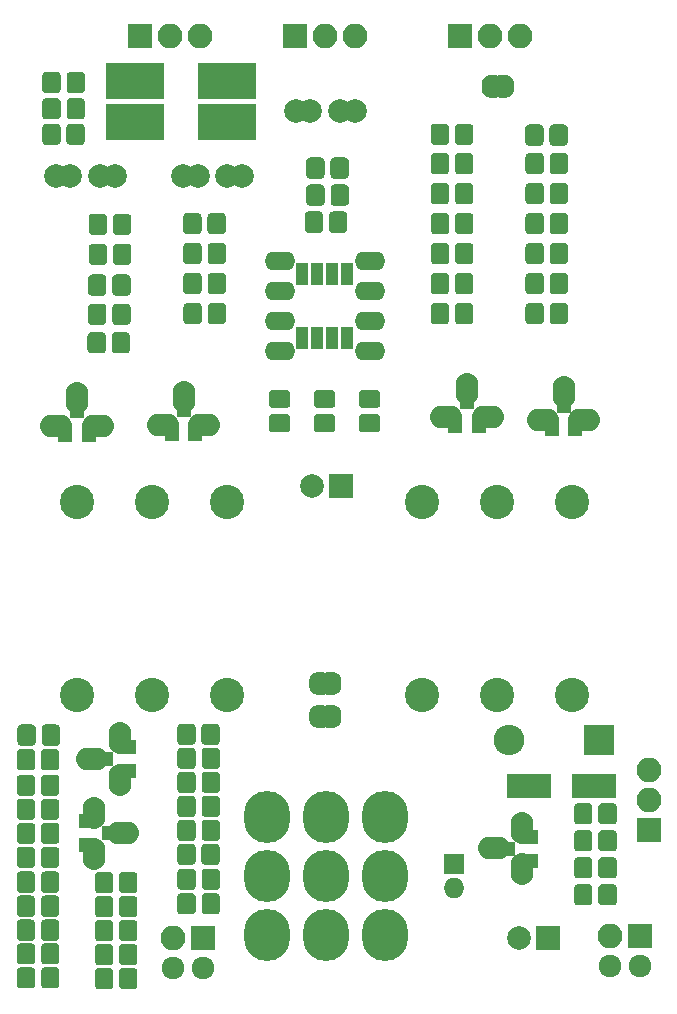
<source format=gbr>
G04 #@! TF.GenerationSoftware,KiCad,Pcbnew,5.1.5-52549c5~84~ubuntu18.04.1*
G04 #@! TF.CreationDate,2020-02-03T15:23:03+01:00*
G04 #@! TF.ProjectId,icescreamer,69636573-6372-4656-916d-65722e6b6963,rev?*
G04 #@! TF.SameCoordinates,Original*
G04 #@! TF.FileFunction,Soldermask,Top*
G04 #@! TF.FilePolarity,Negative*
%FSLAX46Y46*%
G04 Gerber Fmt 4.6, Leading zero omitted, Abs format (unit mm)*
G04 Created by KiCad (PCBNEW 5.1.5-52549c5~84~ubuntu18.04.1) date 2020-02-03 15:23:03*
%MOMM*%
%LPD*%
G04 APERTURE LIST*
%ADD10R,1.500000X1.200000*%
%ADD11O,1.924000X2.700000*%
%ADD12O,2.700000X1.924000*%
%ADD13R,1.200000X1.500000*%
%ADD14O,2.600000X1.600000*%
%ADD15R,1.000000X1.950000*%
%ADD16O,3.900000X4.400000*%
%ADD17C,2.900000*%
%ADD18R,1.750000X1.750000*%
%ADD19O,1.750000X1.750000*%
%ADD20C,0.100000*%
%ADD21C,2.000000*%
%ADD22R,2.100000X2.100000*%
%ADD23O,2.100000X2.100000*%
%ADD24C,1.924000*%
%ADD25R,4.900000X3.100000*%
%ADD26R,3.700000X2.100000*%
%ADD27R,2.000000X2.000000*%
%ADD28R,2.600000X2.600000*%
%ADD29O,2.600000X2.600000*%
G04 APERTURE END LIST*
D10*
X196650000Y-118628600D03*
D11*
X196080000Y-117878600D03*
X196080000Y-121378600D03*
D12*
X193675000Y-119608600D03*
D10*
X196650000Y-120628600D03*
X194670000Y-119618600D03*
X230660600Y-126223200D03*
D11*
X230090600Y-125473200D03*
X230090600Y-128973200D03*
D12*
X227685600Y-127203200D03*
D10*
X230660600Y-128223200D03*
X228680600Y-127213200D03*
X193290800Y-126913200D03*
D11*
X193860800Y-127663200D03*
X193860800Y-124163200D03*
D12*
X196265800Y-125933200D03*
D10*
X193290800Y-124913200D03*
X195270800Y-125923200D03*
D13*
X234583800Y-91519400D03*
D12*
X235333800Y-90949400D03*
X231833800Y-90949400D03*
D11*
X233603800Y-88544400D03*
D13*
X232583800Y-91519400D03*
X233593800Y-89539400D03*
X202427400Y-91925800D03*
D12*
X203177400Y-91355800D03*
X199677400Y-91355800D03*
D11*
X201447400Y-88950800D03*
D13*
X200427400Y-91925800D03*
X201437400Y-89945800D03*
D14*
X217170000Y-77470000D03*
X217170000Y-80010000D03*
X217170000Y-82550000D03*
X217170000Y-85090000D03*
X209550000Y-85090000D03*
X209550000Y-82550000D03*
X209550000Y-77470000D03*
D15*
X211455000Y-78580000D03*
X212725000Y-78580000D03*
X213995000Y-78580000D03*
X215265000Y-78580000D03*
X215265000Y-83980000D03*
X213995000Y-83980000D03*
X212725000Y-83980000D03*
X211455000Y-83980000D03*
D14*
X209550000Y-80010000D03*
D13*
X226405000Y-91240000D03*
D12*
X227155000Y-90670000D03*
X223655000Y-90670000D03*
D11*
X225425000Y-88265000D03*
D13*
X224405000Y-91240000D03*
X225415000Y-89260000D03*
X193385000Y-92002000D03*
D12*
X194135000Y-91432000D03*
X190635000Y-91432000D03*
D11*
X192405000Y-89027000D03*
D13*
X191385000Y-92002000D03*
X192395000Y-90022000D03*
D16*
X213500000Y-124540000D03*
X213500000Y-129540000D03*
X213500000Y-134540000D03*
X208500000Y-134540000D03*
X218500000Y-134540000D03*
X218500000Y-124540000D03*
X208500000Y-124540000D03*
X208500000Y-129540000D03*
X218500000Y-129540000D03*
D17*
X205105000Y-114195000D03*
X198755000Y-114195000D03*
X192405000Y-114195000D03*
X205105000Y-97895000D03*
X198755000Y-97895000D03*
X192405000Y-97895000D03*
X221615000Y-97895000D03*
X227965000Y-97895000D03*
X234315000Y-97895000D03*
X221615000Y-114195000D03*
X227965000Y-114195000D03*
X234315000Y-114195000D03*
D18*
X224282000Y-128524000D03*
D19*
X224282000Y-130524000D03*
D20*
G36*
X213051071Y-68697623D02*
G01*
X213083781Y-68702475D01*
X213115857Y-68710509D01*
X213146991Y-68721649D01*
X213176884Y-68735787D01*
X213205247Y-68752787D01*
X213231807Y-68772485D01*
X213256308Y-68794692D01*
X213278515Y-68819193D01*
X213298213Y-68845753D01*
X213315213Y-68874116D01*
X213329351Y-68904009D01*
X213340491Y-68935143D01*
X213348525Y-68967219D01*
X213353377Y-68999929D01*
X213355000Y-69032956D01*
X213355000Y-70159044D01*
X213353377Y-70192071D01*
X213348525Y-70224781D01*
X213340491Y-70256857D01*
X213329351Y-70287991D01*
X213315213Y-70317884D01*
X213298213Y-70346247D01*
X213278515Y-70372807D01*
X213256308Y-70397308D01*
X213231807Y-70419515D01*
X213205247Y-70439213D01*
X213176884Y-70456213D01*
X213146991Y-70470351D01*
X213115857Y-70481491D01*
X213083781Y-70489525D01*
X213051071Y-70494377D01*
X213018044Y-70496000D01*
X212141956Y-70496000D01*
X212108929Y-70494377D01*
X212076219Y-70489525D01*
X212044143Y-70481491D01*
X212013009Y-70470351D01*
X211983116Y-70456213D01*
X211954753Y-70439213D01*
X211928193Y-70419515D01*
X211903692Y-70397308D01*
X211881485Y-70372807D01*
X211861787Y-70346247D01*
X211844787Y-70317884D01*
X211830649Y-70287991D01*
X211819509Y-70256857D01*
X211811475Y-70224781D01*
X211806623Y-70192071D01*
X211805000Y-70159044D01*
X211805000Y-69032956D01*
X211806623Y-68999929D01*
X211811475Y-68967219D01*
X211819509Y-68935143D01*
X211830649Y-68904009D01*
X211844787Y-68874116D01*
X211861787Y-68845753D01*
X211881485Y-68819193D01*
X211903692Y-68794692D01*
X211928193Y-68772485D01*
X211954753Y-68752787D01*
X211983116Y-68735787D01*
X212013009Y-68721649D01*
X212044143Y-68710509D01*
X212076219Y-68702475D01*
X212108929Y-68697623D01*
X212141956Y-68696000D01*
X213018044Y-68696000D01*
X213051071Y-68697623D01*
G37*
G36*
X215101071Y-68697623D02*
G01*
X215133781Y-68702475D01*
X215165857Y-68710509D01*
X215196991Y-68721649D01*
X215226884Y-68735787D01*
X215255247Y-68752787D01*
X215281807Y-68772485D01*
X215306308Y-68794692D01*
X215328515Y-68819193D01*
X215348213Y-68845753D01*
X215365213Y-68874116D01*
X215379351Y-68904009D01*
X215390491Y-68935143D01*
X215398525Y-68967219D01*
X215403377Y-68999929D01*
X215405000Y-69032956D01*
X215405000Y-70159044D01*
X215403377Y-70192071D01*
X215398525Y-70224781D01*
X215390491Y-70256857D01*
X215379351Y-70287991D01*
X215365213Y-70317884D01*
X215348213Y-70346247D01*
X215328515Y-70372807D01*
X215306308Y-70397308D01*
X215281807Y-70419515D01*
X215255247Y-70439213D01*
X215226884Y-70456213D01*
X215196991Y-70470351D01*
X215165857Y-70481491D01*
X215133781Y-70489525D01*
X215101071Y-70494377D01*
X215068044Y-70496000D01*
X214191956Y-70496000D01*
X214158929Y-70494377D01*
X214126219Y-70489525D01*
X214094143Y-70481491D01*
X214063009Y-70470351D01*
X214033116Y-70456213D01*
X214004753Y-70439213D01*
X213978193Y-70419515D01*
X213953692Y-70397308D01*
X213931485Y-70372807D01*
X213911787Y-70346247D01*
X213894787Y-70317884D01*
X213880649Y-70287991D01*
X213869509Y-70256857D01*
X213861475Y-70224781D01*
X213856623Y-70192071D01*
X213855000Y-70159044D01*
X213855000Y-69032956D01*
X213856623Y-68999929D01*
X213861475Y-68967219D01*
X213869509Y-68935143D01*
X213880649Y-68904009D01*
X213894787Y-68874116D01*
X213911787Y-68845753D01*
X213931485Y-68819193D01*
X213953692Y-68794692D01*
X213978193Y-68772485D01*
X214004753Y-68752787D01*
X214033116Y-68735787D01*
X214063009Y-68721649D01*
X214094143Y-68710509D01*
X214126219Y-68702475D01*
X214158929Y-68697623D01*
X214191956Y-68696000D01*
X215068044Y-68696000D01*
X215101071Y-68697623D01*
G37*
D21*
X205125000Y-70231000D03*
X202625000Y-70231000D03*
X206375000Y-70231000D03*
X201375000Y-70231000D03*
D20*
G36*
X192758071Y-63681123D02*
G01*
X192790781Y-63685975D01*
X192822857Y-63694009D01*
X192853991Y-63705149D01*
X192883884Y-63719287D01*
X192912247Y-63736287D01*
X192938807Y-63755985D01*
X192963308Y-63778192D01*
X192985515Y-63802693D01*
X193005213Y-63829253D01*
X193022213Y-63857616D01*
X193036351Y-63887509D01*
X193047491Y-63918643D01*
X193055525Y-63950719D01*
X193060377Y-63983429D01*
X193062000Y-64016456D01*
X193062000Y-65142544D01*
X193060377Y-65175571D01*
X193055525Y-65208281D01*
X193047491Y-65240357D01*
X193036351Y-65271491D01*
X193022213Y-65301384D01*
X193005213Y-65329747D01*
X192985515Y-65356307D01*
X192963308Y-65380808D01*
X192938807Y-65403015D01*
X192912247Y-65422713D01*
X192883884Y-65439713D01*
X192853991Y-65453851D01*
X192822857Y-65464991D01*
X192790781Y-65473025D01*
X192758071Y-65477877D01*
X192725044Y-65479500D01*
X191848956Y-65479500D01*
X191815929Y-65477877D01*
X191783219Y-65473025D01*
X191751143Y-65464991D01*
X191720009Y-65453851D01*
X191690116Y-65439713D01*
X191661753Y-65422713D01*
X191635193Y-65403015D01*
X191610692Y-65380808D01*
X191588485Y-65356307D01*
X191568787Y-65329747D01*
X191551787Y-65301384D01*
X191537649Y-65271491D01*
X191526509Y-65240357D01*
X191518475Y-65208281D01*
X191513623Y-65175571D01*
X191512000Y-65142544D01*
X191512000Y-64016456D01*
X191513623Y-63983429D01*
X191518475Y-63950719D01*
X191526509Y-63918643D01*
X191537649Y-63887509D01*
X191551787Y-63857616D01*
X191568787Y-63829253D01*
X191588485Y-63802693D01*
X191610692Y-63778192D01*
X191635193Y-63755985D01*
X191661753Y-63736287D01*
X191690116Y-63719287D01*
X191720009Y-63705149D01*
X191751143Y-63694009D01*
X191783219Y-63685975D01*
X191815929Y-63681123D01*
X191848956Y-63679500D01*
X192725044Y-63679500D01*
X192758071Y-63681123D01*
G37*
G36*
X190708071Y-63681123D02*
G01*
X190740781Y-63685975D01*
X190772857Y-63694009D01*
X190803991Y-63705149D01*
X190833884Y-63719287D01*
X190862247Y-63736287D01*
X190888807Y-63755985D01*
X190913308Y-63778192D01*
X190935515Y-63802693D01*
X190955213Y-63829253D01*
X190972213Y-63857616D01*
X190986351Y-63887509D01*
X190997491Y-63918643D01*
X191005525Y-63950719D01*
X191010377Y-63983429D01*
X191012000Y-64016456D01*
X191012000Y-65142544D01*
X191010377Y-65175571D01*
X191005525Y-65208281D01*
X190997491Y-65240357D01*
X190986351Y-65271491D01*
X190972213Y-65301384D01*
X190955213Y-65329747D01*
X190935515Y-65356307D01*
X190913308Y-65380808D01*
X190888807Y-65403015D01*
X190862247Y-65422713D01*
X190833884Y-65439713D01*
X190803991Y-65453851D01*
X190772857Y-65464991D01*
X190740781Y-65473025D01*
X190708071Y-65477877D01*
X190675044Y-65479500D01*
X189798956Y-65479500D01*
X189765929Y-65477877D01*
X189733219Y-65473025D01*
X189701143Y-65464991D01*
X189670009Y-65453851D01*
X189640116Y-65439713D01*
X189611753Y-65422713D01*
X189585193Y-65403015D01*
X189560692Y-65380808D01*
X189538485Y-65356307D01*
X189518787Y-65329747D01*
X189501787Y-65301384D01*
X189487649Y-65271491D01*
X189476509Y-65240357D01*
X189468475Y-65208281D01*
X189463623Y-65175571D01*
X189462000Y-65142544D01*
X189462000Y-64016456D01*
X189463623Y-63983429D01*
X189468475Y-63950719D01*
X189476509Y-63918643D01*
X189487649Y-63887509D01*
X189501787Y-63857616D01*
X189518787Y-63829253D01*
X189538485Y-63802693D01*
X189560692Y-63778192D01*
X189585193Y-63755985D01*
X189611753Y-63736287D01*
X189640116Y-63719287D01*
X189670009Y-63705149D01*
X189701143Y-63694009D01*
X189733219Y-63685975D01*
X189765929Y-63681123D01*
X189798956Y-63679500D01*
X190675044Y-63679500D01*
X190708071Y-63681123D01*
G37*
G36*
X190653571Y-116703623D02*
G01*
X190686281Y-116708475D01*
X190718357Y-116716509D01*
X190749491Y-116727649D01*
X190779384Y-116741787D01*
X190807747Y-116758787D01*
X190834307Y-116778485D01*
X190858808Y-116800692D01*
X190881015Y-116825193D01*
X190900713Y-116851753D01*
X190917713Y-116880116D01*
X190931851Y-116910009D01*
X190942991Y-116941143D01*
X190951025Y-116973219D01*
X190955877Y-117005929D01*
X190957500Y-117038956D01*
X190957500Y-118165044D01*
X190955877Y-118198071D01*
X190951025Y-118230781D01*
X190942991Y-118262857D01*
X190931851Y-118293991D01*
X190917713Y-118323884D01*
X190900713Y-118352247D01*
X190881015Y-118378807D01*
X190858808Y-118403308D01*
X190834307Y-118425515D01*
X190807747Y-118445213D01*
X190779384Y-118462213D01*
X190749491Y-118476351D01*
X190718357Y-118487491D01*
X190686281Y-118495525D01*
X190653571Y-118500377D01*
X190620544Y-118502000D01*
X189744456Y-118502000D01*
X189711429Y-118500377D01*
X189678719Y-118495525D01*
X189646643Y-118487491D01*
X189615509Y-118476351D01*
X189585616Y-118462213D01*
X189557253Y-118445213D01*
X189530693Y-118425515D01*
X189506192Y-118403308D01*
X189483985Y-118378807D01*
X189464287Y-118352247D01*
X189447287Y-118323884D01*
X189433149Y-118293991D01*
X189422009Y-118262857D01*
X189413975Y-118230781D01*
X189409123Y-118198071D01*
X189407500Y-118165044D01*
X189407500Y-117038956D01*
X189409123Y-117005929D01*
X189413975Y-116973219D01*
X189422009Y-116941143D01*
X189433149Y-116910009D01*
X189447287Y-116880116D01*
X189464287Y-116851753D01*
X189483985Y-116825193D01*
X189506192Y-116800692D01*
X189530693Y-116778485D01*
X189557253Y-116758787D01*
X189585616Y-116741787D01*
X189615509Y-116727649D01*
X189646643Y-116716509D01*
X189678719Y-116708475D01*
X189711429Y-116703623D01*
X189744456Y-116702000D01*
X190620544Y-116702000D01*
X190653571Y-116703623D01*
G37*
G36*
X188603571Y-116703623D02*
G01*
X188636281Y-116708475D01*
X188668357Y-116716509D01*
X188699491Y-116727649D01*
X188729384Y-116741787D01*
X188757747Y-116758787D01*
X188784307Y-116778485D01*
X188808808Y-116800692D01*
X188831015Y-116825193D01*
X188850713Y-116851753D01*
X188867713Y-116880116D01*
X188881851Y-116910009D01*
X188892991Y-116941143D01*
X188901025Y-116973219D01*
X188905877Y-117005929D01*
X188907500Y-117038956D01*
X188907500Y-118165044D01*
X188905877Y-118198071D01*
X188901025Y-118230781D01*
X188892991Y-118262857D01*
X188881851Y-118293991D01*
X188867713Y-118323884D01*
X188850713Y-118352247D01*
X188831015Y-118378807D01*
X188808808Y-118403308D01*
X188784307Y-118425515D01*
X188757747Y-118445213D01*
X188729384Y-118462213D01*
X188699491Y-118476351D01*
X188668357Y-118487491D01*
X188636281Y-118495525D01*
X188603571Y-118500377D01*
X188570544Y-118502000D01*
X187694456Y-118502000D01*
X187661429Y-118500377D01*
X187628719Y-118495525D01*
X187596643Y-118487491D01*
X187565509Y-118476351D01*
X187535616Y-118462213D01*
X187507253Y-118445213D01*
X187480693Y-118425515D01*
X187456192Y-118403308D01*
X187433985Y-118378807D01*
X187414287Y-118352247D01*
X187397287Y-118323884D01*
X187383149Y-118293991D01*
X187372009Y-118262857D01*
X187363975Y-118230781D01*
X187359123Y-118198071D01*
X187357500Y-118165044D01*
X187357500Y-117038956D01*
X187359123Y-117005929D01*
X187363975Y-116973219D01*
X187372009Y-116941143D01*
X187383149Y-116910009D01*
X187397287Y-116880116D01*
X187414287Y-116851753D01*
X187433985Y-116825193D01*
X187456192Y-116800692D01*
X187480693Y-116778485D01*
X187507253Y-116758787D01*
X187535616Y-116741787D01*
X187565509Y-116727649D01*
X187596643Y-116716509D01*
X187628719Y-116708475D01*
X187661429Y-116703623D01*
X187694456Y-116702000D01*
X188570544Y-116702000D01*
X188603571Y-116703623D01*
G37*
G36*
X196695071Y-76000123D02*
G01*
X196727781Y-76004975D01*
X196759857Y-76013009D01*
X196790991Y-76024149D01*
X196820884Y-76038287D01*
X196849247Y-76055287D01*
X196875807Y-76074985D01*
X196900308Y-76097192D01*
X196922515Y-76121693D01*
X196942213Y-76148253D01*
X196959213Y-76176616D01*
X196973351Y-76206509D01*
X196984491Y-76237643D01*
X196992525Y-76269719D01*
X196997377Y-76302429D01*
X196999000Y-76335456D01*
X196999000Y-77461544D01*
X196997377Y-77494571D01*
X196992525Y-77527281D01*
X196984491Y-77559357D01*
X196973351Y-77590491D01*
X196959213Y-77620384D01*
X196942213Y-77648747D01*
X196922515Y-77675307D01*
X196900308Y-77699808D01*
X196875807Y-77722015D01*
X196849247Y-77741713D01*
X196820884Y-77758713D01*
X196790991Y-77772851D01*
X196759857Y-77783991D01*
X196727781Y-77792025D01*
X196695071Y-77796877D01*
X196662044Y-77798500D01*
X195785956Y-77798500D01*
X195752929Y-77796877D01*
X195720219Y-77792025D01*
X195688143Y-77783991D01*
X195657009Y-77772851D01*
X195627116Y-77758713D01*
X195598753Y-77741713D01*
X195572193Y-77722015D01*
X195547692Y-77699808D01*
X195525485Y-77675307D01*
X195505787Y-77648747D01*
X195488787Y-77620384D01*
X195474649Y-77590491D01*
X195463509Y-77559357D01*
X195455475Y-77527281D01*
X195450623Y-77494571D01*
X195449000Y-77461544D01*
X195449000Y-76335456D01*
X195450623Y-76302429D01*
X195455475Y-76269719D01*
X195463509Y-76237643D01*
X195474649Y-76206509D01*
X195488787Y-76176616D01*
X195505787Y-76148253D01*
X195525485Y-76121693D01*
X195547692Y-76097192D01*
X195572193Y-76074985D01*
X195598753Y-76055287D01*
X195627116Y-76038287D01*
X195657009Y-76024149D01*
X195688143Y-76013009D01*
X195720219Y-76004975D01*
X195752929Y-76000123D01*
X195785956Y-75998500D01*
X196662044Y-75998500D01*
X196695071Y-76000123D01*
G37*
G36*
X194645071Y-76000123D02*
G01*
X194677781Y-76004975D01*
X194709857Y-76013009D01*
X194740991Y-76024149D01*
X194770884Y-76038287D01*
X194799247Y-76055287D01*
X194825807Y-76074985D01*
X194850308Y-76097192D01*
X194872515Y-76121693D01*
X194892213Y-76148253D01*
X194909213Y-76176616D01*
X194923351Y-76206509D01*
X194934491Y-76237643D01*
X194942525Y-76269719D01*
X194947377Y-76302429D01*
X194949000Y-76335456D01*
X194949000Y-77461544D01*
X194947377Y-77494571D01*
X194942525Y-77527281D01*
X194934491Y-77559357D01*
X194923351Y-77590491D01*
X194909213Y-77620384D01*
X194892213Y-77648747D01*
X194872515Y-77675307D01*
X194850308Y-77699808D01*
X194825807Y-77722015D01*
X194799247Y-77741713D01*
X194770884Y-77758713D01*
X194740991Y-77772851D01*
X194709857Y-77783991D01*
X194677781Y-77792025D01*
X194645071Y-77796877D01*
X194612044Y-77798500D01*
X193735956Y-77798500D01*
X193702929Y-77796877D01*
X193670219Y-77792025D01*
X193638143Y-77783991D01*
X193607009Y-77772851D01*
X193577116Y-77758713D01*
X193548753Y-77741713D01*
X193522193Y-77722015D01*
X193497692Y-77699808D01*
X193475485Y-77675307D01*
X193455787Y-77648747D01*
X193438787Y-77620384D01*
X193424649Y-77590491D01*
X193413509Y-77559357D01*
X193405475Y-77527281D01*
X193400623Y-77494571D01*
X193399000Y-77461544D01*
X193399000Y-76335456D01*
X193400623Y-76302429D01*
X193405475Y-76269719D01*
X193413509Y-76237643D01*
X193424649Y-76206509D01*
X193438787Y-76176616D01*
X193455787Y-76148253D01*
X193475485Y-76121693D01*
X193497692Y-76097192D01*
X193522193Y-76074985D01*
X193548753Y-76055287D01*
X193577116Y-76038287D01*
X193607009Y-76024149D01*
X193638143Y-76013009D01*
X193670219Y-76004975D01*
X193702929Y-76000123D01*
X193735956Y-75998500D01*
X194612044Y-75998500D01*
X194645071Y-76000123D01*
G37*
G36*
X212933071Y-73269623D02*
G01*
X212965781Y-73274475D01*
X212997857Y-73282509D01*
X213028991Y-73293649D01*
X213058884Y-73307787D01*
X213087247Y-73324787D01*
X213113807Y-73344485D01*
X213138308Y-73366692D01*
X213160515Y-73391193D01*
X213180213Y-73417753D01*
X213197213Y-73446116D01*
X213211351Y-73476009D01*
X213222491Y-73507143D01*
X213230525Y-73539219D01*
X213235377Y-73571929D01*
X213237000Y-73604956D01*
X213237000Y-74731044D01*
X213235377Y-74764071D01*
X213230525Y-74796781D01*
X213222491Y-74828857D01*
X213211351Y-74859991D01*
X213197213Y-74889884D01*
X213180213Y-74918247D01*
X213160515Y-74944807D01*
X213138308Y-74969308D01*
X213113807Y-74991515D01*
X213087247Y-75011213D01*
X213058884Y-75028213D01*
X213028991Y-75042351D01*
X212997857Y-75053491D01*
X212965781Y-75061525D01*
X212933071Y-75066377D01*
X212900044Y-75068000D01*
X212023956Y-75068000D01*
X211990929Y-75066377D01*
X211958219Y-75061525D01*
X211926143Y-75053491D01*
X211895009Y-75042351D01*
X211865116Y-75028213D01*
X211836753Y-75011213D01*
X211810193Y-74991515D01*
X211785692Y-74969308D01*
X211763485Y-74944807D01*
X211743787Y-74918247D01*
X211726787Y-74889884D01*
X211712649Y-74859991D01*
X211701509Y-74828857D01*
X211693475Y-74796781D01*
X211688623Y-74764071D01*
X211687000Y-74731044D01*
X211687000Y-73604956D01*
X211688623Y-73571929D01*
X211693475Y-73539219D01*
X211701509Y-73507143D01*
X211712649Y-73476009D01*
X211726787Y-73446116D01*
X211743787Y-73417753D01*
X211763485Y-73391193D01*
X211785692Y-73366692D01*
X211810193Y-73344485D01*
X211836753Y-73324787D01*
X211865116Y-73307787D01*
X211895009Y-73293649D01*
X211926143Y-73282509D01*
X211958219Y-73274475D01*
X211990929Y-73269623D01*
X212023956Y-73268000D01*
X212900044Y-73268000D01*
X212933071Y-73269623D01*
G37*
G36*
X214983071Y-73269623D02*
G01*
X215015781Y-73274475D01*
X215047857Y-73282509D01*
X215078991Y-73293649D01*
X215108884Y-73307787D01*
X215137247Y-73324787D01*
X215163807Y-73344485D01*
X215188308Y-73366692D01*
X215210515Y-73391193D01*
X215230213Y-73417753D01*
X215247213Y-73446116D01*
X215261351Y-73476009D01*
X215272491Y-73507143D01*
X215280525Y-73539219D01*
X215285377Y-73571929D01*
X215287000Y-73604956D01*
X215287000Y-74731044D01*
X215285377Y-74764071D01*
X215280525Y-74796781D01*
X215272491Y-74828857D01*
X215261351Y-74859991D01*
X215247213Y-74889884D01*
X215230213Y-74918247D01*
X215210515Y-74944807D01*
X215188308Y-74969308D01*
X215163807Y-74991515D01*
X215137247Y-75011213D01*
X215108884Y-75028213D01*
X215078991Y-75042351D01*
X215047857Y-75053491D01*
X215015781Y-75061525D01*
X214983071Y-75066377D01*
X214950044Y-75068000D01*
X214073956Y-75068000D01*
X214040929Y-75066377D01*
X214008219Y-75061525D01*
X213976143Y-75053491D01*
X213945009Y-75042351D01*
X213915116Y-75028213D01*
X213886753Y-75011213D01*
X213860193Y-74991515D01*
X213835692Y-74969308D01*
X213813485Y-74944807D01*
X213793787Y-74918247D01*
X213776787Y-74889884D01*
X213762649Y-74859991D01*
X213751509Y-74828857D01*
X213743475Y-74796781D01*
X213738623Y-74764071D01*
X213737000Y-74731044D01*
X213737000Y-73604956D01*
X213738623Y-73571929D01*
X213743475Y-73539219D01*
X213751509Y-73507143D01*
X213762649Y-73476009D01*
X213776787Y-73446116D01*
X213793787Y-73417753D01*
X213813485Y-73391193D01*
X213835692Y-73366692D01*
X213860193Y-73344485D01*
X213886753Y-73324787D01*
X213915116Y-73307787D01*
X213945009Y-73293649D01*
X213976143Y-73282509D01*
X214008219Y-73274475D01*
X214040929Y-73269623D01*
X214073956Y-73268000D01*
X214950044Y-73268000D01*
X214983071Y-73269623D01*
G37*
G36*
X231593071Y-65903623D02*
G01*
X231625781Y-65908475D01*
X231657857Y-65916509D01*
X231688991Y-65927649D01*
X231718884Y-65941787D01*
X231747247Y-65958787D01*
X231773807Y-65978485D01*
X231798308Y-66000692D01*
X231820515Y-66025193D01*
X231840213Y-66051753D01*
X231857213Y-66080116D01*
X231871351Y-66110009D01*
X231882491Y-66141143D01*
X231890525Y-66173219D01*
X231895377Y-66205929D01*
X231897000Y-66238956D01*
X231897000Y-67365044D01*
X231895377Y-67398071D01*
X231890525Y-67430781D01*
X231882491Y-67462857D01*
X231871351Y-67493991D01*
X231857213Y-67523884D01*
X231840213Y-67552247D01*
X231820515Y-67578807D01*
X231798308Y-67603308D01*
X231773807Y-67625515D01*
X231747247Y-67645213D01*
X231718884Y-67662213D01*
X231688991Y-67676351D01*
X231657857Y-67687491D01*
X231625781Y-67695525D01*
X231593071Y-67700377D01*
X231560044Y-67702000D01*
X230683956Y-67702000D01*
X230650929Y-67700377D01*
X230618219Y-67695525D01*
X230586143Y-67687491D01*
X230555009Y-67676351D01*
X230525116Y-67662213D01*
X230496753Y-67645213D01*
X230470193Y-67625515D01*
X230445692Y-67603308D01*
X230423485Y-67578807D01*
X230403787Y-67552247D01*
X230386787Y-67523884D01*
X230372649Y-67493991D01*
X230361509Y-67462857D01*
X230353475Y-67430781D01*
X230348623Y-67398071D01*
X230347000Y-67365044D01*
X230347000Y-66238956D01*
X230348623Y-66205929D01*
X230353475Y-66173219D01*
X230361509Y-66141143D01*
X230372649Y-66110009D01*
X230386787Y-66080116D01*
X230403787Y-66051753D01*
X230423485Y-66025193D01*
X230445692Y-66000692D01*
X230470193Y-65978485D01*
X230496753Y-65958787D01*
X230525116Y-65941787D01*
X230555009Y-65927649D01*
X230586143Y-65916509D01*
X230618219Y-65908475D01*
X230650929Y-65903623D01*
X230683956Y-65902000D01*
X231560044Y-65902000D01*
X231593071Y-65903623D01*
G37*
G36*
X233643071Y-65903623D02*
G01*
X233675781Y-65908475D01*
X233707857Y-65916509D01*
X233738991Y-65927649D01*
X233768884Y-65941787D01*
X233797247Y-65958787D01*
X233823807Y-65978485D01*
X233848308Y-66000692D01*
X233870515Y-66025193D01*
X233890213Y-66051753D01*
X233907213Y-66080116D01*
X233921351Y-66110009D01*
X233932491Y-66141143D01*
X233940525Y-66173219D01*
X233945377Y-66205929D01*
X233947000Y-66238956D01*
X233947000Y-67365044D01*
X233945377Y-67398071D01*
X233940525Y-67430781D01*
X233932491Y-67462857D01*
X233921351Y-67493991D01*
X233907213Y-67523884D01*
X233890213Y-67552247D01*
X233870515Y-67578807D01*
X233848308Y-67603308D01*
X233823807Y-67625515D01*
X233797247Y-67645213D01*
X233768884Y-67662213D01*
X233738991Y-67676351D01*
X233707857Y-67687491D01*
X233675781Y-67695525D01*
X233643071Y-67700377D01*
X233610044Y-67702000D01*
X232733956Y-67702000D01*
X232700929Y-67700377D01*
X232668219Y-67695525D01*
X232636143Y-67687491D01*
X232605009Y-67676351D01*
X232575116Y-67662213D01*
X232546753Y-67645213D01*
X232520193Y-67625515D01*
X232495692Y-67603308D01*
X232473485Y-67578807D01*
X232453787Y-67552247D01*
X232436787Y-67523884D01*
X232422649Y-67493991D01*
X232411509Y-67462857D01*
X232403475Y-67430781D01*
X232398623Y-67398071D01*
X232397000Y-67365044D01*
X232397000Y-66238956D01*
X232398623Y-66205929D01*
X232403475Y-66173219D01*
X232411509Y-66141143D01*
X232422649Y-66110009D01*
X232436787Y-66080116D01*
X232453787Y-66051753D01*
X232473485Y-66025193D01*
X232495692Y-66000692D01*
X232520193Y-65978485D01*
X232546753Y-65958787D01*
X232575116Y-65941787D01*
X232605009Y-65927649D01*
X232636143Y-65916509D01*
X232668219Y-65908475D01*
X232700929Y-65903623D01*
X232733956Y-65902000D01*
X233610044Y-65902000D01*
X233643071Y-65903623D01*
G37*
G36*
X223592071Y-65840123D02*
G01*
X223624781Y-65844975D01*
X223656857Y-65853009D01*
X223687991Y-65864149D01*
X223717884Y-65878287D01*
X223746247Y-65895287D01*
X223772807Y-65914985D01*
X223797308Y-65937192D01*
X223819515Y-65961693D01*
X223839213Y-65988253D01*
X223856213Y-66016616D01*
X223870351Y-66046509D01*
X223881491Y-66077643D01*
X223889525Y-66109719D01*
X223894377Y-66142429D01*
X223896000Y-66175456D01*
X223896000Y-67301544D01*
X223894377Y-67334571D01*
X223889525Y-67367281D01*
X223881491Y-67399357D01*
X223870351Y-67430491D01*
X223856213Y-67460384D01*
X223839213Y-67488747D01*
X223819515Y-67515307D01*
X223797308Y-67539808D01*
X223772807Y-67562015D01*
X223746247Y-67581713D01*
X223717884Y-67598713D01*
X223687991Y-67612851D01*
X223656857Y-67623991D01*
X223624781Y-67632025D01*
X223592071Y-67636877D01*
X223559044Y-67638500D01*
X222682956Y-67638500D01*
X222649929Y-67636877D01*
X222617219Y-67632025D01*
X222585143Y-67623991D01*
X222554009Y-67612851D01*
X222524116Y-67598713D01*
X222495753Y-67581713D01*
X222469193Y-67562015D01*
X222444692Y-67539808D01*
X222422485Y-67515307D01*
X222402787Y-67488747D01*
X222385787Y-67460384D01*
X222371649Y-67430491D01*
X222360509Y-67399357D01*
X222352475Y-67367281D01*
X222347623Y-67334571D01*
X222346000Y-67301544D01*
X222346000Y-66175456D01*
X222347623Y-66142429D01*
X222352475Y-66109719D01*
X222360509Y-66077643D01*
X222371649Y-66046509D01*
X222385787Y-66016616D01*
X222402787Y-65988253D01*
X222422485Y-65961693D01*
X222444692Y-65937192D01*
X222469193Y-65914985D01*
X222495753Y-65895287D01*
X222524116Y-65878287D01*
X222554009Y-65864149D01*
X222585143Y-65853009D01*
X222617219Y-65844975D01*
X222649929Y-65840123D01*
X222682956Y-65838500D01*
X223559044Y-65838500D01*
X223592071Y-65840123D01*
G37*
G36*
X225642071Y-65840123D02*
G01*
X225674781Y-65844975D01*
X225706857Y-65853009D01*
X225737991Y-65864149D01*
X225767884Y-65878287D01*
X225796247Y-65895287D01*
X225822807Y-65914985D01*
X225847308Y-65937192D01*
X225869515Y-65961693D01*
X225889213Y-65988253D01*
X225906213Y-66016616D01*
X225920351Y-66046509D01*
X225931491Y-66077643D01*
X225939525Y-66109719D01*
X225944377Y-66142429D01*
X225946000Y-66175456D01*
X225946000Y-67301544D01*
X225944377Y-67334571D01*
X225939525Y-67367281D01*
X225931491Y-67399357D01*
X225920351Y-67430491D01*
X225906213Y-67460384D01*
X225889213Y-67488747D01*
X225869515Y-67515307D01*
X225847308Y-67539808D01*
X225822807Y-67562015D01*
X225796247Y-67581713D01*
X225767884Y-67598713D01*
X225737991Y-67612851D01*
X225706857Y-67623991D01*
X225674781Y-67632025D01*
X225642071Y-67636877D01*
X225609044Y-67638500D01*
X224732956Y-67638500D01*
X224699929Y-67636877D01*
X224667219Y-67632025D01*
X224635143Y-67623991D01*
X224604009Y-67612851D01*
X224574116Y-67598713D01*
X224545753Y-67581713D01*
X224519193Y-67562015D01*
X224494692Y-67539808D01*
X224472485Y-67515307D01*
X224452787Y-67488747D01*
X224435787Y-67460384D01*
X224421649Y-67430491D01*
X224410509Y-67399357D01*
X224402475Y-67367281D01*
X224397623Y-67334571D01*
X224396000Y-67301544D01*
X224396000Y-66175456D01*
X224397623Y-66142429D01*
X224402475Y-66109719D01*
X224410509Y-66077643D01*
X224421649Y-66046509D01*
X224435787Y-66016616D01*
X224452787Y-65988253D01*
X224472485Y-65961693D01*
X224494692Y-65937192D01*
X224519193Y-65914985D01*
X224545753Y-65895287D01*
X224574116Y-65878287D01*
X224604009Y-65864149D01*
X224635143Y-65853009D01*
X224667219Y-65844975D01*
X224699929Y-65840123D01*
X224732956Y-65838500D01*
X225609044Y-65838500D01*
X225642071Y-65840123D01*
G37*
D22*
X203073000Y-134747000D03*
D23*
X200533000Y-134747000D03*
D24*
X203073000Y-137287000D03*
X200533000Y-137287000D03*
D20*
G36*
X204197071Y-128908123D02*
G01*
X204229781Y-128912975D01*
X204261857Y-128921009D01*
X204292991Y-128932149D01*
X204322884Y-128946287D01*
X204351247Y-128963287D01*
X204377807Y-128982985D01*
X204402308Y-129005192D01*
X204424515Y-129029693D01*
X204444213Y-129056253D01*
X204461213Y-129084616D01*
X204475351Y-129114509D01*
X204486491Y-129145643D01*
X204494525Y-129177719D01*
X204499377Y-129210429D01*
X204501000Y-129243456D01*
X204501000Y-130369544D01*
X204499377Y-130402571D01*
X204494525Y-130435281D01*
X204486491Y-130467357D01*
X204475351Y-130498491D01*
X204461213Y-130528384D01*
X204444213Y-130556747D01*
X204424515Y-130583307D01*
X204402308Y-130607808D01*
X204377807Y-130630015D01*
X204351247Y-130649713D01*
X204322884Y-130666713D01*
X204292991Y-130680851D01*
X204261857Y-130691991D01*
X204229781Y-130700025D01*
X204197071Y-130704877D01*
X204164044Y-130706500D01*
X203287956Y-130706500D01*
X203254929Y-130704877D01*
X203222219Y-130700025D01*
X203190143Y-130691991D01*
X203159009Y-130680851D01*
X203129116Y-130666713D01*
X203100753Y-130649713D01*
X203074193Y-130630015D01*
X203049692Y-130607808D01*
X203027485Y-130583307D01*
X203007787Y-130556747D01*
X202990787Y-130528384D01*
X202976649Y-130498491D01*
X202965509Y-130467357D01*
X202957475Y-130435281D01*
X202952623Y-130402571D01*
X202951000Y-130369544D01*
X202951000Y-129243456D01*
X202952623Y-129210429D01*
X202957475Y-129177719D01*
X202965509Y-129145643D01*
X202976649Y-129114509D01*
X202990787Y-129084616D01*
X203007787Y-129056253D01*
X203027485Y-129029693D01*
X203049692Y-129005192D01*
X203074193Y-128982985D01*
X203100753Y-128963287D01*
X203129116Y-128946287D01*
X203159009Y-128932149D01*
X203190143Y-128921009D01*
X203222219Y-128912975D01*
X203254929Y-128908123D01*
X203287956Y-128906500D01*
X204164044Y-128906500D01*
X204197071Y-128908123D01*
G37*
G36*
X202147071Y-128908123D02*
G01*
X202179781Y-128912975D01*
X202211857Y-128921009D01*
X202242991Y-128932149D01*
X202272884Y-128946287D01*
X202301247Y-128963287D01*
X202327807Y-128982985D01*
X202352308Y-129005192D01*
X202374515Y-129029693D01*
X202394213Y-129056253D01*
X202411213Y-129084616D01*
X202425351Y-129114509D01*
X202436491Y-129145643D01*
X202444525Y-129177719D01*
X202449377Y-129210429D01*
X202451000Y-129243456D01*
X202451000Y-130369544D01*
X202449377Y-130402571D01*
X202444525Y-130435281D01*
X202436491Y-130467357D01*
X202425351Y-130498491D01*
X202411213Y-130528384D01*
X202394213Y-130556747D01*
X202374515Y-130583307D01*
X202352308Y-130607808D01*
X202327807Y-130630015D01*
X202301247Y-130649713D01*
X202272884Y-130666713D01*
X202242991Y-130680851D01*
X202211857Y-130691991D01*
X202179781Y-130700025D01*
X202147071Y-130704877D01*
X202114044Y-130706500D01*
X201237956Y-130706500D01*
X201204929Y-130704877D01*
X201172219Y-130700025D01*
X201140143Y-130691991D01*
X201109009Y-130680851D01*
X201079116Y-130666713D01*
X201050753Y-130649713D01*
X201024193Y-130630015D01*
X200999692Y-130607808D01*
X200977485Y-130583307D01*
X200957787Y-130556747D01*
X200940787Y-130528384D01*
X200926649Y-130498491D01*
X200915509Y-130467357D01*
X200907475Y-130435281D01*
X200902623Y-130402571D01*
X200901000Y-130369544D01*
X200901000Y-129243456D01*
X200902623Y-129210429D01*
X200907475Y-129177719D01*
X200915509Y-129145643D01*
X200926649Y-129114509D01*
X200940787Y-129084616D01*
X200957787Y-129056253D01*
X200977485Y-129029693D01*
X200999692Y-129005192D01*
X201024193Y-128982985D01*
X201050753Y-128963287D01*
X201079116Y-128946287D01*
X201109009Y-128932149D01*
X201140143Y-128921009D01*
X201172219Y-128912975D01*
X201204929Y-128908123D01*
X201237956Y-128906500D01*
X202114044Y-128906500D01*
X202147071Y-128908123D01*
G37*
G36*
X204179071Y-126800123D02*
G01*
X204211781Y-126804975D01*
X204243857Y-126813009D01*
X204274991Y-126824149D01*
X204304884Y-126838287D01*
X204333247Y-126855287D01*
X204359807Y-126874985D01*
X204384308Y-126897192D01*
X204406515Y-126921693D01*
X204426213Y-126948253D01*
X204443213Y-126976616D01*
X204457351Y-127006509D01*
X204468491Y-127037643D01*
X204476525Y-127069719D01*
X204481377Y-127102429D01*
X204483000Y-127135456D01*
X204483000Y-128261544D01*
X204481377Y-128294571D01*
X204476525Y-128327281D01*
X204468491Y-128359357D01*
X204457351Y-128390491D01*
X204443213Y-128420384D01*
X204426213Y-128448747D01*
X204406515Y-128475307D01*
X204384308Y-128499808D01*
X204359807Y-128522015D01*
X204333247Y-128541713D01*
X204304884Y-128558713D01*
X204274991Y-128572851D01*
X204243857Y-128583991D01*
X204211781Y-128592025D01*
X204179071Y-128596877D01*
X204146044Y-128598500D01*
X203269956Y-128598500D01*
X203236929Y-128596877D01*
X203204219Y-128592025D01*
X203172143Y-128583991D01*
X203141009Y-128572851D01*
X203111116Y-128558713D01*
X203082753Y-128541713D01*
X203056193Y-128522015D01*
X203031692Y-128499808D01*
X203009485Y-128475307D01*
X202989787Y-128448747D01*
X202972787Y-128420384D01*
X202958649Y-128390491D01*
X202947509Y-128359357D01*
X202939475Y-128327281D01*
X202934623Y-128294571D01*
X202933000Y-128261544D01*
X202933000Y-127135456D01*
X202934623Y-127102429D01*
X202939475Y-127069719D01*
X202947509Y-127037643D01*
X202958649Y-127006509D01*
X202972787Y-126976616D01*
X202989787Y-126948253D01*
X203009485Y-126921693D01*
X203031692Y-126897192D01*
X203056193Y-126874985D01*
X203082753Y-126855287D01*
X203111116Y-126838287D01*
X203141009Y-126824149D01*
X203172143Y-126813009D01*
X203204219Y-126804975D01*
X203236929Y-126800123D01*
X203269956Y-126798500D01*
X204146044Y-126798500D01*
X204179071Y-126800123D01*
G37*
G36*
X202129071Y-126800123D02*
G01*
X202161781Y-126804975D01*
X202193857Y-126813009D01*
X202224991Y-126824149D01*
X202254884Y-126838287D01*
X202283247Y-126855287D01*
X202309807Y-126874985D01*
X202334308Y-126897192D01*
X202356515Y-126921693D01*
X202376213Y-126948253D01*
X202393213Y-126976616D01*
X202407351Y-127006509D01*
X202418491Y-127037643D01*
X202426525Y-127069719D01*
X202431377Y-127102429D01*
X202433000Y-127135456D01*
X202433000Y-128261544D01*
X202431377Y-128294571D01*
X202426525Y-128327281D01*
X202418491Y-128359357D01*
X202407351Y-128390491D01*
X202393213Y-128420384D01*
X202376213Y-128448747D01*
X202356515Y-128475307D01*
X202334308Y-128499808D01*
X202309807Y-128522015D01*
X202283247Y-128541713D01*
X202254884Y-128558713D01*
X202224991Y-128572851D01*
X202193857Y-128583991D01*
X202161781Y-128592025D01*
X202129071Y-128596877D01*
X202096044Y-128598500D01*
X201219956Y-128598500D01*
X201186929Y-128596877D01*
X201154219Y-128592025D01*
X201122143Y-128583991D01*
X201091009Y-128572851D01*
X201061116Y-128558713D01*
X201032753Y-128541713D01*
X201006193Y-128522015D01*
X200981692Y-128499808D01*
X200959485Y-128475307D01*
X200939787Y-128448747D01*
X200922787Y-128420384D01*
X200908649Y-128390491D01*
X200897509Y-128359357D01*
X200889475Y-128327281D01*
X200884623Y-128294571D01*
X200883000Y-128261544D01*
X200883000Y-127135456D01*
X200884623Y-127102429D01*
X200889475Y-127069719D01*
X200897509Y-127037643D01*
X200908649Y-127006509D01*
X200922787Y-126976616D01*
X200939787Y-126948253D01*
X200959485Y-126921693D01*
X200981692Y-126897192D01*
X201006193Y-126874985D01*
X201032753Y-126855287D01*
X201061116Y-126838287D01*
X201091009Y-126824149D01*
X201122143Y-126813009D01*
X201154219Y-126804975D01*
X201186929Y-126800123D01*
X201219956Y-126798500D01*
X202096044Y-126798500D01*
X202129071Y-126800123D01*
G37*
G36*
X202138071Y-130991123D02*
G01*
X202170781Y-130995975D01*
X202202857Y-131004009D01*
X202233991Y-131015149D01*
X202263884Y-131029287D01*
X202292247Y-131046287D01*
X202318807Y-131065985D01*
X202343308Y-131088192D01*
X202365515Y-131112693D01*
X202385213Y-131139253D01*
X202402213Y-131167616D01*
X202416351Y-131197509D01*
X202427491Y-131228643D01*
X202435525Y-131260719D01*
X202440377Y-131293429D01*
X202442000Y-131326456D01*
X202442000Y-132452544D01*
X202440377Y-132485571D01*
X202435525Y-132518281D01*
X202427491Y-132550357D01*
X202416351Y-132581491D01*
X202402213Y-132611384D01*
X202385213Y-132639747D01*
X202365515Y-132666307D01*
X202343308Y-132690808D01*
X202318807Y-132713015D01*
X202292247Y-132732713D01*
X202263884Y-132749713D01*
X202233991Y-132763851D01*
X202202857Y-132774991D01*
X202170781Y-132783025D01*
X202138071Y-132787877D01*
X202105044Y-132789500D01*
X201228956Y-132789500D01*
X201195929Y-132787877D01*
X201163219Y-132783025D01*
X201131143Y-132774991D01*
X201100009Y-132763851D01*
X201070116Y-132749713D01*
X201041753Y-132732713D01*
X201015193Y-132713015D01*
X200990692Y-132690808D01*
X200968485Y-132666307D01*
X200948787Y-132639747D01*
X200931787Y-132611384D01*
X200917649Y-132581491D01*
X200906509Y-132550357D01*
X200898475Y-132518281D01*
X200893623Y-132485571D01*
X200892000Y-132452544D01*
X200892000Y-131326456D01*
X200893623Y-131293429D01*
X200898475Y-131260719D01*
X200906509Y-131228643D01*
X200917649Y-131197509D01*
X200931787Y-131167616D01*
X200948787Y-131139253D01*
X200968485Y-131112693D01*
X200990692Y-131088192D01*
X201015193Y-131065985D01*
X201041753Y-131046287D01*
X201070116Y-131029287D01*
X201100009Y-131015149D01*
X201131143Y-131004009D01*
X201163219Y-130995975D01*
X201195929Y-130991123D01*
X201228956Y-130989500D01*
X202105044Y-130989500D01*
X202138071Y-130991123D01*
G37*
G36*
X204188071Y-130991123D02*
G01*
X204220781Y-130995975D01*
X204252857Y-131004009D01*
X204283991Y-131015149D01*
X204313884Y-131029287D01*
X204342247Y-131046287D01*
X204368807Y-131065985D01*
X204393308Y-131088192D01*
X204415515Y-131112693D01*
X204435213Y-131139253D01*
X204452213Y-131167616D01*
X204466351Y-131197509D01*
X204477491Y-131228643D01*
X204485525Y-131260719D01*
X204490377Y-131293429D01*
X204492000Y-131326456D01*
X204492000Y-132452544D01*
X204490377Y-132485571D01*
X204485525Y-132518281D01*
X204477491Y-132550357D01*
X204466351Y-132581491D01*
X204452213Y-132611384D01*
X204435213Y-132639747D01*
X204415515Y-132666307D01*
X204393308Y-132690808D01*
X204368807Y-132713015D01*
X204342247Y-132732713D01*
X204313884Y-132749713D01*
X204283991Y-132763851D01*
X204252857Y-132774991D01*
X204220781Y-132783025D01*
X204188071Y-132787877D01*
X204155044Y-132789500D01*
X203278956Y-132789500D01*
X203245929Y-132787877D01*
X203213219Y-132783025D01*
X203181143Y-132774991D01*
X203150009Y-132763851D01*
X203120116Y-132749713D01*
X203091753Y-132732713D01*
X203065193Y-132713015D01*
X203040692Y-132690808D01*
X203018485Y-132666307D01*
X202998787Y-132639747D01*
X202981787Y-132611384D01*
X202967649Y-132581491D01*
X202956509Y-132550357D01*
X202948475Y-132518281D01*
X202943623Y-132485571D01*
X202942000Y-132452544D01*
X202942000Y-131326456D01*
X202943623Y-131293429D01*
X202948475Y-131260719D01*
X202956509Y-131228643D01*
X202967649Y-131197509D01*
X202981787Y-131167616D01*
X202998787Y-131139253D01*
X203018485Y-131112693D01*
X203040692Y-131088192D01*
X203065193Y-131065985D01*
X203091753Y-131046287D01*
X203120116Y-131029287D01*
X203150009Y-131015149D01*
X203181143Y-131004009D01*
X203213219Y-130995975D01*
X203245929Y-130991123D01*
X203278956Y-130989500D01*
X204155044Y-130989500D01*
X204188071Y-130991123D01*
G37*
G36*
X202138071Y-124768123D02*
G01*
X202170781Y-124772975D01*
X202202857Y-124781009D01*
X202233991Y-124792149D01*
X202263884Y-124806287D01*
X202292247Y-124823287D01*
X202318807Y-124842985D01*
X202343308Y-124865192D01*
X202365515Y-124889693D01*
X202385213Y-124916253D01*
X202402213Y-124944616D01*
X202416351Y-124974509D01*
X202427491Y-125005643D01*
X202435525Y-125037719D01*
X202440377Y-125070429D01*
X202442000Y-125103456D01*
X202442000Y-126229544D01*
X202440377Y-126262571D01*
X202435525Y-126295281D01*
X202427491Y-126327357D01*
X202416351Y-126358491D01*
X202402213Y-126388384D01*
X202385213Y-126416747D01*
X202365515Y-126443307D01*
X202343308Y-126467808D01*
X202318807Y-126490015D01*
X202292247Y-126509713D01*
X202263884Y-126526713D01*
X202233991Y-126540851D01*
X202202857Y-126551991D01*
X202170781Y-126560025D01*
X202138071Y-126564877D01*
X202105044Y-126566500D01*
X201228956Y-126566500D01*
X201195929Y-126564877D01*
X201163219Y-126560025D01*
X201131143Y-126551991D01*
X201100009Y-126540851D01*
X201070116Y-126526713D01*
X201041753Y-126509713D01*
X201015193Y-126490015D01*
X200990692Y-126467808D01*
X200968485Y-126443307D01*
X200948787Y-126416747D01*
X200931787Y-126388384D01*
X200917649Y-126358491D01*
X200906509Y-126327357D01*
X200898475Y-126295281D01*
X200893623Y-126262571D01*
X200892000Y-126229544D01*
X200892000Y-125103456D01*
X200893623Y-125070429D01*
X200898475Y-125037719D01*
X200906509Y-125005643D01*
X200917649Y-124974509D01*
X200931787Y-124944616D01*
X200948787Y-124916253D01*
X200968485Y-124889693D01*
X200990692Y-124865192D01*
X201015193Y-124842985D01*
X201041753Y-124823287D01*
X201070116Y-124806287D01*
X201100009Y-124792149D01*
X201131143Y-124781009D01*
X201163219Y-124772975D01*
X201195929Y-124768123D01*
X201228956Y-124766500D01*
X202105044Y-124766500D01*
X202138071Y-124768123D01*
G37*
G36*
X204188071Y-124768123D02*
G01*
X204220781Y-124772975D01*
X204252857Y-124781009D01*
X204283991Y-124792149D01*
X204313884Y-124806287D01*
X204342247Y-124823287D01*
X204368807Y-124842985D01*
X204393308Y-124865192D01*
X204415515Y-124889693D01*
X204435213Y-124916253D01*
X204452213Y-124944616D01*
X204466351Y-124974509D01*
X204477491Y-125005643D01*
X204485525Y-125037719D01*
X204490377Y-125070429D01*
X204492000Y-125103456D01*
X204492000Y-126229544D01*
X204490377Y-126262571D01*
X204485525Y-126295281D01*
X204477491Y-126327357D01*
X204466351Y-126358491D01*
X204452213Y-126388384D01*
X204435213Y-126416747D01*
X204415515Y-126443307D01*
X204393308Y-126467808D01*
X204368807Y-126490015D01*
X204342247Y-126509713D01*
X204313884Y-126526713D01*
X204283991Y-126540851D01*
X204252857Y-126551991D01*
X204220781Y-126560025D01*
X204188071Y-126564877D01*
X204155044Y-126566500D01*
X203278956Y-126566500D01*
X203245929Y-126564877D01*
X203213219Y-126560025D01*
X203181143Y-126551991D01*
X203150009Y-126540851D01*
X203120116Y-126526713D01*
X203091753Y-126509713D01*
X203065193Y-126490015D01*
X203040692Y-126467808D01*
X203018485Y-126443307D01*
X202998787Y-126416747D01*
X202981787Y-126388384D01*
X202967649Y-126358491D01*
X202956509Y-126327357D01*
X202948475Y-126295281D01*
X202943623Y-126262571D01*
X202942000Y-126229544D01*
X202942000Y-125103456D01*
X202943623Y-125070429D01*
X202948475Y-125037719D01*
X202956509Y-125005643D01*
X202967649Y-124974509D01*
X202981787Y-124944616D01*
X202998787Y-124916253D01*
X203018485Y-124889693D01*
X203040692Y-124865192D01*
X203065193Y-124842985D01*
X203091753Y-124823287D01*
X203120116Y-124806287D01*
X203150009Y-124792149D01*
X203181143Y-124781009D01*
X203213219Y-124772975D01*
X203245929Y-124768123D01*
X203278956Y-124766500D01*
X204155044Y-124766500D01*
X204188071Y-124768123D01*
G37*
G36*
X204179071Y-116640123D02*
G01*
X204211781Y-116644975D01*
X204243857Y-116653009D01*
X204274991Y-116664149D01*
X204304884Y-116678287D01*
X204333247Y-116695287D01*
X204359807Y-116714985D01*
X204384308Y-116737192D01*
X204406515Y-116761693D01*
X204426213Y-116788253D01*
X204443213Y-116816616D01*
X204457351Y-116846509D01*
X204468491Y-116877643D01*
X204476525Y-116909719D01*
X204481377Y-116942429D01*
X204483000Y-116975456D01*
X204483000Y-118101544D01*
X204481377Y-118134571D01*
X204476525Y-118167281D01*
X204468491Y-118199357D01*
X204457351Y-118230491D01*
X204443213Y-118260384D01*
X204426213Y-118288747D01*
X204406515Y-118315307D01*
X204384308Y-118339808D01*
X204359807Y-118362015D01*
X204333247Y-118381713D01*
X204304884Y-118398713D01*
X204274991Y-118412851D01*
X204243857Y-118423991D01*
X204211781Y-118432025D01*
X204179071Y-118436877D01*
X204146044Y-118438500D01*
X203269956Y-118438500D01*
X203236929Y-118436877D01*
X203204219Y-118432025D01*
X203172143Y-118423991D01*
X203141009Y-118412851D01*
X203111116Y-118398713D01*
X203082753Y-118381713D01*
X203056193Y-118362015D01*
X203031692Y-118339808D01*
X203009485Y-118315307D01*
X202989787Y-118288747D01*
X202972787Y-118260384D01*
X202958649Y-118230491D01*
X202947509Y-118199357D01*
X202939475Y-118167281D01*
X202934623Y-118134571D01*
X202933000Y-118101544D01*
X202933000Y-116975456D01*
X202934623Y-116942429D01*
X202939475Y-116909719D01*
X202947509Y-116877643D01*
X202958649Y-116846509D01*
X202972787Y-116816616D01*
X202989787Y-116788253D01*
X203009485Y-116761693D01*
X203031692Y-116737192D01*
X203056193Y-116714985D01*
X203082753Y-116695287D01*
X203111116Y-116678287D01*
X203141009Y-116664149D01*
X203172143Y-116653009D01*
X203204219Y-116644975D01*
X203236929Y-116640123D01*
X203269956Y-116638500D01*
X204146044Y-116638500D01*
X204179071Y-116640123D01*
G37*
G36*
X202129071Y-116640123D02*
G01*
X202161781Y-116644975D01*
X202193857Y-116653009D01*
X202224991Y-116664149D01*
X202254884Y-116678287D01*
X202283247Y-116695287D01*
X202309807Y-116714985D01*
X202334308Y-116737192D01*
X202356515Y-116761693D01*
X202376213Y-116788253D01*
X202393213Y-116816616D01*
X202407351Y-116846509D01*
X202418491Y-116877643D01*
X202426525Y-116909719D01*
X202431377Y-116942429D01*
X202433000Y-116975456D01*
X202433000Y-118101544D01*
X202431377Y-118134571D01*
X202426525Y-118167281D01*
X202418491Y-118199357D01*
X202407351Y-118230491D01*
X202393213Y-118260384D01*
X202376213Y-118288747D01*
X202356515Y-118315307D01*
X202334308Y-118339808D01*
X202309807Y-118362015D01*
X202283247Y-118381713D01*
X202254884Y-118398713D01*
X202224991Y-118412851D01*
X202193857Y-118423991D01*
X202161781Y-118432025D01*
X202129071Y-118436877D01*
X202096044Y-118438500D01*
X201219956Y-118438500D01*
X201186929Y-118436877D01*
X201154219Y-118432025D01*
X201122143Y-118423991D01*
X201091009Y-118412851D01*
X201061116Y-118398713D01*
X201032753Y-118381713D01*
X201006193Y-118362015D01*
X200981692Y-118339808D01*
X200959485Y-118315307D01*
X200939787Y-118288747D01*
X200922787Y-118260384D01*
X200908649Y-118230491D01*
X200897509Y-118199357D01*
X200889475Y-118167281D01*
X200884623Y-118134571D01*
X200883000Y-118101544D01*
X200883000Y-116975456D01*
X200884623Y-116942429D01*
X200889475Y-116909719D01*
X200897509Y-116877643D01*
X200908649Y-116846509D01*
X200922787Y-116816616D01*
X200939787Y-116788253D01*
X200959485Y-116761693D01*
X200981692Y-116737192D01*
X201006193Y-116714985D01*
X201032753Y-116695287D01*
X201061116Y-116678287D01*
X201091009Y-116664149D01*
X201122143Y-116653009D01*
X201154219Y-116644975D01*
X201186929Y-116640123D01*
X201219956Y-116638500D01*
X202096044Y-116638500D01*
X202129071Y-116640123D01*
G37*
G36*
X204188071Y-122736123D02*
G01*
X204220781Y-122740975D01*
X204252857Y-122749009D01*
X204283991Y-122760149D01*
X204313884Y-122774287D01*
X204342247Y-122791287D01*
X204368807Y-122810985D01*
X204393308Y-122833192D01*
X204415515Y-122857693D01*
X204435213Y-122884253D01*
X204452213Y-122912616D01*
X204466351Y-122942509D01*
X204477491Y-122973643D01*
X204485525Y-123005719D01*
X204490377Y-123038429D01*
X204492000Y-123071456D01*
X204492000Y-124197544D01*
X204490377Y-124230571D01*
X204485525Y-124263281D01*
X204477491Y-124295357D01*
X204466351Y-124326491D01*
X204452213Y-124356384D01*
X204435213Y-124384747D01*
X204415515Y-124411307D01*
X204393308Y-124435808D01*
X204368807Y-124458015D01*
X204342247Y-124477713D01*
X204313884Y-124494713D01*
X204283991Y-124508851D01*
X204252857Y-124519991D01*
X204220781Y-124528025D01*
X204188071Y-124532877D01*
X204155044Y-124534500D01*
X203278956Y-124534500D01*
X203245929Y-124532877D01*
X203213219Y-124528025D01*
X203181143Y-124519991D01*
X203150009Y-124508851D01*
X203120116Y-124494713D01*
X203091753Y-124477713D01*
X203065193Y-124458015D01*
X203040692Y-124435808D01*
X203018485Y-124411307D01*
X202998787Y-124384747D01*
X202981787Y-124356384D01*
X202967649Y-124326491D01*
X202956509Y-124295357D01*
X202948475Y-124263281D01*
X202943623Y-124230571D01*
X202942000Y-124197544D01*
X202942000Y-123071456D01*
X202943623Y-123038429D01*
X202948475Y-123005719D01*
X202956509Y-122973643D01*
X202967649Y-122942509D01*
X202981787Y-122912616D01*
X202998787Y-122884253D01*
X203018485Y-122857693D01*
X203040692Y-122833192D01*
X203065193Y-122810985D01*
X203091753Y-122791287D01*
X203120116Y-122774287D01*
X203150009Y-122760149D01*
X203181143Y-122749009D01*
X203213219Y-122740975D01*
X203245929Y-122736123D01*
X203278956Y-122734500D01*
X204155044Y-122734500D01*
X204188071Y-122736123D01*
G37*
G36*
X202138071Y-122736123D02*
G01*
X202170781Y-122740975D01*
X202202857Y-122749009D01*
X202233991Y-122760149D01*
X202263884Y-122774287D01*
X202292247Y-122791287D01*
X202318807Y-122810985D01*
X202343308Y-122833192D01*
X202365515Y-122857693D01*
X202385213Y-122884253D01*
X202402213Y-122912616D01*
X202416351Y-122942509D01*
X202427491Y-122973643D01*
X202435525Y-123005719D01*
X202440377Y-123038429D01*
X202442000Y-123071456D01*
X202442000Y-124197544D01*
X202440377Y-124230571D01*
X202435525Y-124263281D01*
X202427491Y-124295357D01*
X202416351Y-124326491D01*
X202402213Y-124356384D01*
X202385213Y-124384747D01*
X202365515Y-124411307D01*
X202343308Y-124435808D01*
X202318807Y-124458015D01*
X202292247Y-124477713D01*
X202263884Y-124494713D01*
X202233991Y-124508851D01*
X202202857Y-124519991D01*
X202170781Y-124528025D01*
X202138071Y-124532877D01*
X202105044Y-124534500D01*
X201228956Y-124534500D01*
X201195929Y-124532877D01*
X201163219Y-124528025D01*
X201131143Y-124519991D01*
X201100009Y-124508851D01*
X201070116Y-124494713D01*
X201041753Y-124477713D01*
X201015193Y-124458015D01*
X200990692Y-124435808D01*
X200968485Y-124411307D01*
X200948787Y-124384747D01*
X200931787Y-124356384D01*
X200917649Y-124326491D01*
X200906509Y-124295357D01*
X200898475Y-124263281D01*
X200893623Y-124230571D01*
X200892000Y-124197544D01*
X200892000Y-123071456D01*
X200893623Y-123038429D01*
X200898475Y-123005719D01*
X200906509Y-122973643D01*
X200917649Y-122942509D01*
X200931787Y-122912616D01*
X200948787Y-122884253D01*
X200968485Y-122857693D01*
X200990692Y-122833192D01*
X201015193Y-122810985D01*
X201041753Y-122791287D01*
X201070116Y-122774287D01*
X201100009Y-122760149D01*
X201131143Y-122749009D01*
X201163219Y-122740975D01*
X201195929Y-122736123D01*
X201228956Y-122734500D01*
X202105044Y-122734500D01*
X202138071Y-122736123D01*
G37*
G36*
X204197071Y-118672123D02*
G01*
X204229781Y-118676975D01*
X204261857Y-118685009D01*
X204292991Y-118696149D01*
X204322884Y-118710287D01*
X204351247Y-118727287D01*
X204377807Y-118746985D01*
X204402308Y-118769192D01*
X204424515Y-118793693D01*
X204444213Y-118820253D01*
X204461213Y-118848616D01*
X204475351Y-118878509D01*
X204486491Y-118909643D01*
X204494525Y-118941719D01*
X204499377Y-118974429D01*
X204501000Y-119007456D01*
X204501000Y-120133544D01*
X204499377Y-120166571D01*
X204494525Y-120199281D01*
X204486491Y-120231357D01*
X204475351Y-120262491D01*
X204461213Y-120292384D01*
X204444213Y-120320747D01*
X204424515Y-120347307D01*
X204402308Y-120371808D01*
X204377807Y-120394015D01*
X204351247Y-120413713D01*
X204322884Y-120430713D01*
X204292991Y-120444851D01*
X204261857Y-120455991D01*
X204229781Y-120464025D01*
X204197071Y-120468877D01*
X204164044Y-120470500D01*
X203287956Y-120470500D01*
X203254929Y-120468877D01*
X203222219Y-120464025D01*
X203190143Y-120455991D01*
X203159009Y-120444851D01*
X203129116Y-120430713D01*
X203100753Y-120413713D01*
X203074193Y-120394015D01*
X203049692Y-120371808D01*
X203027485Y-120347307D01*
X203007787Y-120320747D01*
X202990787Y-120292384D01*
X202976649Y-120262491D01*
X202965509Y-120231357D01*
X202957475Y-120199281D01*
X202952623Y-120166571D01*
X202951000Y-120133544D01*
X202951000Y-119007456D01*
X202952623Y-118974429D01*
X202957475Y-118941719D01*
X202965509Y-118909643D01*
X202976649Y-118878509D01*
X202990787Y-118848616D01*
X203007787Y-118820253D01*
X203027485Y-118793693D01*
X203049692Y-118769192D01*
X203074193Y-118746985D01*
X203100753Y-118727287D01*
X203129116Y-118710287D01*
X203159009Y-118696149D01*
X203190143Y-118685009D01*
X203222219Y-118676975D01*
X203254929Y-118672123D01*
X203287956Y-118670500D01*
X204164044Y-118670500D01*
X204197071Y-118672123D01*
G37*
G36*
X202147071Y-118672123D02*
G01*
X202179781Y-118676975D01*
X202211857Y-118685009D01*
X202242991Y-118696149D01*
X202272884Y-118710287D01*
X202301247Y-118727287D01*
X202327807Y-118746985D01*
X202352308Y-118769192D01*
X202374515Y-118793693D01*
X202394213Y-118820253D01*
X202411213Y-118848616D01*
X202425351Y-118878509D01*
X202436491Y-118909643D01*
X202444525Y-118941719D01*
X202449377Y-118974429D01*
X202451000Y-119007456D01*
X202451000Y-120133544D01*
X202449377Y-120166571D01*
X202444525Y-120199281D01*
X202436491Y-120231357D01*
X202425351Y-120262491D01*
X202411213Y-120292384D01*
X202394213Y-120320747D01*
X202374515Y-120347307D01*
X202352308Y-120371808D01*
X202327807Y-120394015D01*
X202301247Y-120413713D01*
X202272884Y-120430713D01*
X202242991Y-120444851D01*
X202211857Y-120455991D01*
X202179781Y-120464025D01*
X202147071Y-120468877D01*
X202114044Y-120470500D01*
X201237956Y-120470500D01*
X201204929Y-120468877D01*
X201172219Y-120464025D01*
X201140143Y-120455991D01*
X201109009Y-120444851D01*
X201079116Y-120430713D01*
X201050753Y-120413713D01*
X201024193Y-120394015D01*
X200999692Y-120371808D01*
X200977485Y-120347307D01*
X200957787Y-120320747D01*
X200940787Y-120292384D01*
X200926649Y-120262491D01*
X200915509Y-120231357D01*
X200907475Y-120199281D01*
X200902623Y-120166571D01*
X200901000Y-120133544D01*
X200901000Y-119007456D01*
X200902623Y-118974429D01*
X200907475Y-118941719D01*
X200915509Y-118909643D01*
X200926649Y-118878509D01*
X200940787Y-118848616D01*
X200957787Y-118820253D01*
X200977485Y-118793693D01*
X200999692Y-118769192D01*
X201024193Y-118746985D01*
X201050753Y-118727287D01*
X201079116Y-118710287D01*
X201109009Y-118696149D01*
X201140143Y-118685009D01*
X201172219Y-118676975D01*
X201204929Y-118672123D01*
X201237956Y-118670500D01*
X202114044Y-118670500D01*
X202147071Y-118672123D01*
G37*
G36*
X204188071Y-120704123D02*
G01*
X204220781Y-120708975D01*
X204252857Y-120717009D01*
X204283991Y-120728149D01*
X204313884Y-120742287D01*
X204342247Y-120759287D01*
X204368807Y-120778985D01*
X204393308Y-120801192D01*
X204415515Y-120825693D01*
X204435213Y-120852253D01*
X204452213Y-120880616D01*
X204466351Y-120910509D01*
X204477491Y-120941643D01*
X204485525Y-120973719D01*
X204490377Y-121006429D01*
X204492000Y-121039456D01*
X204492000Y-122165544D01*
X204490377Y-122198571D01*
X204485525Y-122231281D01*
X204477491Y-122263357D01*
X204466351Y-122294491D01*
X204452213Y-122324384D01*
X204435213Y-122352747D01*
X204415515Y-122379307D01*
X204393308Y-122403808D01*
X204368807Y-122426015D01*
X204342247Y-122445713D01*
X204313884Y-122462713D01*
X204283991Y-122476851D01*
X204252857Y-122487991D01*
X204220781Y-122496025D01*
X204188071Y-122500877D01*
X204155044Y-122502500D01*
X203278956Y-122502500D01*
X203245929Y-122500877D01*
X203213219Y-122496025D01*
X203181143Y-122487991D01*
X203150009Y-122476851D01*
X203120116Y-122462713D01*
X203091753Y-122445713D01*
X203065193Y-122426015D01*
X203040692Y-122403808D01*
X203018485Y-122379307D01*
X202998787Y-122352747D01*
X202981787Y-122324384D01*
X202967649Y-122294491D01*
X202956509Y-122263357D01*
X202948475Y-122231281D01*
X202943623Y-122198571D01*
X202942000Y-122165544D01*
X202942000Y-121039456D01*
X202943623Y-121006429D01*
X202948475Y-120973719D01*
X202956509Y-120941643D01*
X202967649Y-120910509D01*
X202981787Y-120880616D01*
X202998787Y-120852253D01*
X203018485Y-120825693D01*
X203040692Y-120801192D01*
X203065193Y-120778985D01*
X203091753Y-120759287D01*
X203120116Y-120742287D01*
X203150009Y-120728149D01*
X203181143Y-120717009D01*
X203213219Y-120708975D01*
X203245929Y-120704123D01*
X203278956Y-120702500D01*
X204155044Y-120702500D01*
X204188071Y-120704123D01*
G37*
G36*
X202138071Y-120704123D02*
G01*
X202170781Y-120708975D01*
X202202857Y-120717009D01*
X202233991Y-120728149D01*
X202263884Y-120742287D01*
X202292247Y-120759287D01*
X202318807Y-120778985D01*
X202343308Y-120801192D01*
X202365515Y-120825693D01*
X202385213Y-120852253D01*
X202402213Y-120880616D01*
X202416351Y-120910509D01*
X202427491Y-120941643D01*
X202435525Y-120973719D01*
X202440377Y-121006429D01*
X202442000Y-121039456D01*
X202442000Y-122165544D01*
X202440377Y-122198571D01*
X202435525Y-122231281D01*
X202427491Y-122263357D01*
X202416351Y-122294491D01*
X202402213Y-122324384D01*
X202385213Y-122352747D01*
X202365515Y-122379307D01*
X202343308Y-122403808D01*
X202318807Y-122426015D01*
X202292247Y-122445713D01*
X202263884Y-122462713D01*
X202233991Y-122476851D01*
X202202857Y-122487991D01*
X202170781Y-122496025D01*
X202138071Y-122500877D01*
X202105044Y-122502500D01*
X201228956Y-122502500D01*
X201195929Y-122500877D01*
X201163219Y-122496025D01*
X201131143Y-122487991D01*
X201100009Y-122476851D01*
X201070116Y-122462713D01*
X201041753Y-122445713D01*
X201015193Y-122426015D01*
X200990692Y-122403808D01*
X200968485Y-122379307D01*
X200948787Y-122352747D01*
X200931787Y-122324384D01*
X200917649Y-122294491D01*
X200906509Y-122263357D01*
X200898475Y-122231281D01*
X200893623Y-122198571D01*
X200892000Y-122165544D01*
X200892000Y-121039456D01*
X200893623Y-121006429D01*
X200898475Y-120973719D01*
X200906509Y-120941643D01*
X200917649Y-120910509D01*
X200931787Y-120880616D01*
X200948787Y-120852253D01*
X200968485Y-120825693D01*
X200990692Y-120801192D01*
X201015193Y-120778985D01*
X201041753Y-120759287D01*
X201070116Y-120742287D01*
X201100009Y-120728149D01*
X201131143Y-120717009D01*
X201163219Y-120708975D01*
X201195929Y-120704123D01*
X201228956Y-120702500D01*
X202105044Y-120702500D01*
X202138071Y-120704123D01*
G37*
G36*
X235738571Y-125657123D02*
G01*
X235771281Y-125661975D01*
X235803357Y-125670009D01*
X235834491Y-125681149D01*
X235864384Y-125695287D01*
X235892747Y-125712287D01*
X235919307Y-125731985D01*
X235943808Y-125754192D01*
X235966015Y-125778693D01*
X235985713Y-125805253D01*
X236002713Y-125833616D01*
X236016851Y-125863509D01*
X236027991Y-125894643D01*
X236036025Y-125926719D01*
X236040877Y-125959429D01*
X236042500Y-125992456D01*
X236042500Y-127118544D01*
X236040877Y-127151571D01*
X236036025Y-127184281D01*
X236027991Y-127216357D01*
X236016851Y-127247491D01*
X236002713Y-127277384D01*
X235985713Y-127305747D01*
X235966015Y-127332307D01*
X235943808Y-127356808D01*
X235919307Y-127379015D01*
X235892747Y-127398713D01*
X235864384Y-127415713D01*
X235834491Y-127429851D01*
X235803357Y-127440991D01*
X235771281Y-127449025D01*
X235738571Y-127453877D01*
X235705544Y-127455500D01*
X234829456Y-127455500D01*
X234796429Y-127453877D01*
X234763719Y-127449025D01*
X234731643Y-127440991D01*
X234700509Y-127429851D01*
X234670616Y-127415713D01*
X234642253Y-127398713D01*
X234615693Y-127379015D01*
X234591192Y-127356808D01*
X234568985Y-127332307D01*
X234549287Y-127305747D01*
X234532287Y-127277384D01*
X234518149Y-127247491D01*
X234507009Y-127216357D01*
X234498975Y-127184281D01*
X234494123Y-127151571D01*
X234492500Y-127118544D01*
X234492500Y-125992456D01*
X234494123Y-125959429D01*
X234498975Y-125926719D01*
X234507009Y-125894643D01*
X234518149Y-125863509D01*
X234532287Y-125833616D01*
X234549287Y-125805253D01*
X234568985Y-125778693D01*
X234591192Y-125754192D01*
X234615693Y-125731985D01*
X234642253Y-125712287D01*
X234670616Y-125695287D01*
X234700509Y-125681149D01*
X234731643Y-125670009D01*
X234763719Y-125661975D01*
X234796429Y-125657123D01*
X234829456Y-125655500D01*
X235705544Y-125655500D01*
X235738571Y-125657123D01*
G37*
G36*
X237788571Y-125657123D02*
G01*
X237821281Y-125661975D01*
X237853357Y-125670009D01*
X237884491Y-125681149D01*
X237914384Y-125695287D01*
X237942747Y-125712287D01*
X237969307Y-125731985D01*
X237993808Y-125754192D01*
X238016015Y-125778693D01*
X238035713Y-125805253D01*
X238052713Y-125833616D01*
X238066851Y-125863509D01*
X238077991Y-125894643D01*
X238086025Y-125926719D01*
X238090877Y-125959429D01*
X238092500Y-125992456D01*
X238092500Y-127118544D01*
X238090877Y-127151571D01*
X238086025Y-127184281D01*
X238077991Y-127216357D01*
X238066851Y-127247491D01*
X238052713Y-127277384D01*
X238035713Y-127305747D01*
X238016015Y-127332307D01*
X237993808Y-127356808D01*
X237969307Y-127379015D01*
X237942747Y-127398713D01*
X237914384Y-127415713D01*
X237884491Y-127429851D01*
X237853357Y-127440991D01*
X237821281Y-127449025D01*
X237788571Y-127453877D01*
X237755544Y-127455500D01*
X236879456Y-127455500D01*
X236846429Y-127453877D01*
X236813719Y-127449025D01*
X236781643Y-127440991D01*
X236750509Y-127429851D01*
X236720616Y-127415713D01*
X236692253Y-127398713D01*
X236665693Y-127379015D01*
X236641192Y-127356808D01*
X236618985Y-127332307D01*
X236599287Y-127305747D01*
X236582287Y-127277384D01*
X236568149Y-127247491D01*
X236557009Y-127216357D01*
X236548975Y-127184281D01*
X236544123Y-127151571D01*
X236542500Y-127118544D01*
X236542500Y-125992456D01*
X236544123Y-125959429D01*
X236548975Y-125926719D01*
X236557009Y-125894643D01*
X236568149Y-125863509D01*
X236582287Y-125833616D01*
X236599287Y-125805253D01*
X236618985Y-125778693D01*
X236641192Y-125754192D01*
X236665693Y-125731985D01*
X236692253Y-125712287D01*
X236720616Y-125695287D01*
X236750509Y-125681149D01*
X236781643Y-125670009D01*
X236813719Y-125661975D01*
X236846429Y-125657123D01*
X236879456Y-125655500D01*
X237755544Y-125655500D01*
X237788571Y-125657123D01*
G37*
G36*
X223601071Y-70856623D02*
G01*
X223633781Y-70861475D01*
X223665857Y-70869509D01*
X223696991Y-70880649D01*
X223726884Y-70894787D01*
X223755247Y-70911787D01*
X223781807Y-70931485D01*
X223806308Y-70953692D01*
X223828515Y-70978193D01*
X223848213Y-71004753D01*
X223865213Y-71033116D01*
X223879351Y-71063009D01*
X223890491Y-71094143D01*
X223898525Y-71126219D01*
X223903377Y-71158929D01*
X223905000Y-71191956D01*
X223905000Y-72318044D01*
X223903377Y-72351071D01*
X223898525Y-72383781D01*
X223890491Y-72415857D01*
X223879351Y-72446991D01*
X223865213Y-72476884D01*
X223848213Y-72505247D01*
X223828515Y-72531807D01*
X223806308Y-72556308D01*
X223781807Y-72578515D01*
X223755247Y-72598213D01*
X223726884Y-72615213D01*
X223696991Y-72629351D01*
X223665857Y-72640491D01*
X223633781Y-72648525D01*
X223601071Y-72653377D01*
X223568044Y-72655000D01*
X222691956Y-72655000D01*
X222658929Y-72653377D01*
X222626219Y-72648525D01*
X222594143Y-72640491D01*
X222563009Y-72629351D01*
X222533116Y-72615213D01*
X222504753Y-72598213D01*
X222478193Y-72578515D01*
X222453692Y-72556308D01*
X222431485Y-72531807D01*
X222411787Y-72505247D01*
X222394787Y-72476884D01*
X222380649Y-72446991D01*
X222369509Y-72415857D01*
X222361475Y-72383781D01*
X222356623Y-72351071D01*
X222355000Y-72318044D01*
X222355000Y-71191956D01*
X222356623Y-71158929D01*
X222361475Y-71126219D01*
X222369509Y-71094143D01*
X222380649Y-71063009D01*
X222394787Y-71033116D01*
X222411787Y-71004753D01*
X222431485Y-70978193D01*
X222453692Y-70953692D01*
X222478193Y-70931485D01*
X222504753Y-70911787D01*
X222533116Y-70894787D01*
X222563009Y-70880649D01*
X222594143Y-70869509D01*
X222626219Y-70861475D01*
X222658929Y-70856623D01*
X222691956Y-70855000D01*
X223568044Y-70855000D01*
X223601071Y-70856623D01*
G37*
G36*
X225651071Y-70856623D02*
G01*
X225683781Y-70861475D01*
X225715857Y-70869509D01*
X225746991Y-70880649D01*
X225776884Y-70894787D01*
X225805247Y-70911787D01*
X225831807Y-70931485D01*
X225856308Y-70953692D01*
X225878515Y-70978193D01*
X225898213Y-71004753D01*
X225915213Y-71033116D01*
X225929351Y-71063009D01*
X225940491Y-71094143D01*
X225948525Y-71126219D01*
X225953377Y-71158929D01*
X225955000Y-71191956D01*
X225955000Y-72318044D01*
X225953377Y-72351071D01*
X225948525Y-72383781D01*
X225940491Y-72415857D01*
X225929351Y-72446991D01*
X225915213Y-72476884D01*
X225898213Y-72505247D01*
X225878515Y-72531807D01*
X225856308Y-72556308D01*
X225831807Y-72578515D01*
X225805247Y-72598213D01*
X225776884Y-72615213D01*
X225746991Y-72629351D01*
X225715857Y-72640491D01*
X225683781Y-72648525D01*
X225651071Y-72653377D01*
X225618044Y-72655000D01*
X224741956Y-72655000D01*
X224708929Y-72653377D01*
X224676219Y-72648525D01*
X224644143Y-72640491D01*
X224613009Y-72629351D01*
X224583116Y-72615213D01*
X224554753Y-72598213D01*
X224528193Y-72578515D01*
X224503692Y-72556308D01*
X224481485Y-72531807D01*
X224461787Y-72505247D01*
X224444787Y-72476884D01*
X224430649Y-72446991D01*
X224419509Y-72415857D01*
X224411475Y-72383781D01*
X224406623Y-72351071D01*
X224405000Y-72318044D01*
X224405000Y-71191956D01*
X224406623Y-71158929D01*
X224411475Y-71126219D01*
X224419509Y-71094143D01*
X224430649Y-71063009D01*
X224444787Y-71033116D01*
X224461787Y-71004753D01*
X224481485Y-70978193D01*
X224503692Y-70953692D01*
X224528193Y-70931485D01*
X224554753Y-70911787D01*
X224583116Y-70894787D01*
X224613009Y-70880649D01*
X224644143Y-70869509D01*
X224676219Y-70861475D01*
X224708929Y-70856623D01*
X224741956Y-70855000D01*
X225618044Y-70855000D01*
X225651071Y-70856623D01*
G37*
D21*
X214650000Y-64770000D03*
X212150000Y-64770000D03*
X215900000Y-64770000D03*
X210900000Y-64770000D03*
D25*
X197315000Y-62230000D03*
X205115000Y-62230000D03*
D23*
X240792000Y-120523000D03*
X240792000Y-123063000D03*
D22*
X240792000Y-125603000D03*
D24*
X237490000Y-137160000D03*
X240030000Y-137160000D03*
D23*
X237490000Y-134620000D03*
D22*
X240030000Y-134620000D03*
D20*
G36*
X225651071Y-68316623D02*
G01*
X225683781Y-68321475D01*
X225715857Y-68329509D01*
X225746991Y-68340649D01*
X225776884Y-68354787D01*
X225805247Y-68371787D01*
X225831807Y-68391485D01*
X225856308Y-68413692D01*
X225878515Y-68438193D01*
X225898213Y-68464753D01*
X225915213Y-68493116D01*
X225929351Y-68523009D01*
X225940491Y-68554143D01*
X225948525Y-68586219D01*
X225953377Y-68618929D01*
X225955000Y-68651956D01*
X225955000Y-69778044D01*
X225953377Y-69811071D01*
X225948525Y-69843781D01*
X225940491Y-69875857D01*
X225929351Y-69906991D01*
X225915213Y-69936884D01*
X225898213Y-69965247D01*
X225878515Y-69991807D01*
X225856308Y-70016308D01*
X225831807Y-70038515D01*
X225805247Y-70058213D01*
X225776884Y-70075213D01*
X225746991Y-70089351D01*
X225715857Y-70100491D01*
X225683781Y-70108525D01*
X225651071Y-70113377D01*
X225618044Y-70115000D01*
X224741956Y-70115000D01*
X224708929Y-70113377D01*
X224676219Y-70108525D01*
X224644143Y-70100491D01*
X224613009Y-70089351D01*
X224583116Y-70075213D01*
X224554753Y-70058213D01*
X224528193Y-70038515D01*
X224503692Y-70016308D01*
X224481485Y-69991807D01*
X224461787Y-69965247D01*
X224444787Y-69936884D01*
X224430649Y-69906991D01*
X224419509Y-69875857D01*
X224411475Y-69843781D01*
X224406623Y-69811071D01*
X224405000Y-69778044D01*
X224405000Y-68651956D01*
X224406623Y-68618929D01*
X224411475Y-68586219D01*
X224419509Y-68554143D01*
X224430649Y-68523009D01*
X224444787Y-68493116D01*
X224461787Y-68464753D01*
X224481485Y-68438193D01*
X224503692Y-68413692D01*
X224528193Y-68391485D01*
X224554753Y-68371787D01*
X224583116Y-68354787D01*
X224613009Y-68340649D01*
X224644143Y-68329509D01*
X224676219Y-68321475D01*
X224708929Y-68316623D01*
X224741956Y-68315000D01*
X225618044Y-68315000D01*
X225651071Y-68316623D01*
G37*
G36*
X223601071Y-68316623D02*
G01*
X223633781Y-68321475D01*
X223665857Y-68329509D01*
X223696991Y-68340649D01*
X223726884Y-68354787D01*
X223755247Y-68371787D01*
X223781807Y-68391485D01*
X223806308Y-68413692D01*
X223828515Y-68438193D01*
X223848213Y-68464753D01*
X223865213Y-68493116D01*
X223879351Y-68523009D01*
X223890491Y-68554143D01*
X223898525Y-68586219D01*
X223903377Y-68618929D01*
X223905000Y-68651956D01*
X223905000Y-69778044D01*
X223903377Y-69811071D01*
X223898525Y-69843781D01*
X223890491Y-69875857D01*
X223879351Y-69906991D01*
X223865213Y-69936884D01*
X223848213Y-69965247D01*
X223828515Y-69991807D01*
X223806308Y-70016308D01*
X223781807Y-70038515D01*
X223755247Y-70058213D01*
X223726884Y-70075213D01*
X223696991Y-70089351D01*
X223665857Y-70100491D01*
X223633781Y-70108525D01*
X223601071Y-70113377D01*
X223568044Y-70115000D01*
X222691956Y-70115000D01*
X222658929Y-70113377D01*
X222626219Y-70108525D01*
X222594143Y-70100491D01*
X222563009Y-70089351D01*
X222533116Y-70075213D01*
X222504753Y-70058213D01*
X222478193Y-70038515D01*
X222453692Y-70016308D01*
X222431485Y-69991807D01*
X222411787Y-69965247D01*
X222394787Y-69936884D01*
X222380649Y-69906991D01*
X222369509Y-69875857D01*
X222361475Y-69843781D01*
X222356623Y-69811071D01*
X222355000Y-69778044D01*
X222355000Y-68651956D01*
X222356623Y-68618929D01*
X222361475Y-68586219D01*
X222369509Y-68554143D01*
X222380649Y-68523009D01*
X222394787Y-68493116D01*
X222411787Y-68464753D01*
X222431485Y-68438193D01*
X222453692Y-68413692D01*
X222478193Y-68391485D01*
X222504753Y-68371787D01*
X222533116Y-68354787D01*
X222563009Y-68340649D01*
X222594143Y-68329509D01*
X222626219Y-68321475D01*
X222658929Y-68316623D01*
X222691956Y-68315000D01*
X223568044Y-68315000D01*
X223601071Y-68316623D01*
G37*
G36*
X231611071Y-68316623D02*
G01*
X231643781Y-68321475D01*
X231675857Y-68329509D01*
X231706991Y-68340649D01*
X231736884Y-68354787D01*
X231765247Y-68371787D01*
X231791807Y-68391485D01*
X231816308Y-68413692D01*
X231838515Y-68438193D01*
X231858213Y-68464753D01*
X231875213Y-68493116D01*
X231889351Y-68523009D01*
X231900491Y-68554143D01*
X231908525Y-68586219D01*
X231913377Y-68618929D01*
X231915000Y-68651956D01*
X231915000Y-69778044D01*
X231913377Y-69811071D01*
X231908525Y-69843781D01*
X231900491Y-69875857D01*
X231889351Y-69906991D01*
X231875213Y-69936884D01*
X231858213Y-69965247D01*
X231838515Y-69991807D01*
X231816308Y-70016308D01*
X231791807Y-70038515D01*
X231765247Y-70058213D01*
X231736884Y-70075213D01*
X231706991Y-70089351D01*
X231675857Y-70100491D01*
X231643781Y-70108525D01*
X231611071Y-70113377D01*
X231578044Y-70115000D01*
X230701956Y-70115000D01*
X230668929Y-70113377D01*
X230636219Y-70108525D01*
X230604143Y-70100491D01*
X230573009Y-70089351D01*
X230543116Y-70075213D01*
X230514753Y-70058213D01*
X230488193Y-70038515D01*
X230463692Y-70016308D01*
X230441485Y-69991807D01*
X230421787Y-69965247D01*
X230404787Y-69936884D01*
X230390649Y-69906991D01*
X230379509Y-69875857D01*
X230371475Y-69843781D01*
X230366623Y-69811071D01*
X230365000Y-69778044D01*
X230365000Y-68651956D01*
X230366623Y-68618929D01*
X230371475Y-68586219D01*
X230379509Y-68554143D01*
X230390649Y-68523009D01*
X230404787Y-68493116D01*
X230421787Y-68464753D01*
X230441485Y-68438193D01*
X230463692Y-68413692D01*
X230488193Y-68391485D01*
X230514753Y-68371787D01*
X230543116Y-68354787D01*
X230573009Y-68340649D01*
X230604143Y-68329509D01*
X230636219Y-68321475D01*
X230668929Y-68316623D01*
X230701956Y-68315000D01*
X231578044Y-68315000D01*
X231611071Y-68316623D01*
G37*
G36*
X233661071Y-68316623D02*
G01*
X233693781Y-68321475D01*
X233725857Y-68329509D01*
X233756991Y-68340649D01*
X233786884Y-68354787D01*
X233815247Y-68371787D01*
X233841807Y-68391485D01*
X233866308Y-68413692D01*
X233888515Y-68438193D01*
X233908213Y-68464753D01*
X233925213Y-68493116D01*
X233939351Y-68523009D01*
X233950491Y-68554143D01*
X233958525Y-68586219D01*
X233963377Y-68618929D01*
X233965000Y-68651956D01*
X233965000Y-69778044D01*
X233963377Y-69811071D01*
X233958525Y-69843781D01*
X233950491Y-69875857D01*
X233939351Y-69906991D01*
X233925213Y-69936884D01*
X233908213Y-69965247D01*
X233888515Y-69991807D01*
X233866308Y-70016308D01*
X233841807Y-70038515D01*
X233815247Y-70058213D01*
X233786884Y-70075213D01*
X233756991Y-70089351D01*
X233725857Y-70100491D01*
X233693781Y-70108525D01*
X233661071Y-70113377D01*
X233628044Y-70115000D01*
X232751956Y-70115000D01*
X232718929Y-70113377D01*
X232686219Y-70108525D01*
X232654143Y-70100491D01*
X232623009Y-70089351D01*
X232593116Y-70075213D01*
X232564753Y-70058213D01*
X232538193Y-70038515D01*
X232513692Y-70016308D01*
X232491485Y-69991807D01*
X232471787Y-69965247D01*
X232454787Y-69936884D01*
X232440649Y-69906991D01*
X232429509Y-69875857D01*
X232421475Y-69843781D01*
X232416623Y-69811071D01*
X232415000Y-69778044D01*
X232415000Y-68651956D01*
X232416623Y-68618929D01*
X232421475Y-68586219D01*
X232429509Y-68554143D01*
X232440649Y-68523009D01*
X232454787Y-68493116D01*
X232471787Y-68464753D01*
X232491485Y-68438193D01*
X232513692Y-68413692D01*
X232538193Y-68391485D01*
X232564753Y-68371787D01*
X232593116Y-68354787D01*
X232623009Y-68340649D01*
X232654143Y-68329509D01*
X232686219Y-68321475D01*
X232718929Y-68316623D01*
X232751956Y-68315000D01*
X233628044Y-68315000D01*
X233661071Y-68316623D01*
G37*
G36*
X233661071Y-78476623D02*
G01*
X233693781Y-78481475D01*
X233725857Y-78489509D01*
X233756991Y-78500649D01*
X233786884Y-78514787D01*
X233815247Y-78531787D01*
X233841807Y-78551485D01*
X233866308Y-78573692D01*
X233888515Y-78598193D01*
X233908213Y-78624753D01*
X233925213Y-78653116D01*
X233939351Y-78683009D01*
X233950491Y-78714143D01*
X233958525Y-78746219D01*
X233963377Y-78778929D01*
X233965000Y-78811956D01*
X233965000Y-79938044D01*
X233963377Y-79971071D01*
X233958525Y-80003781D01*
X233950491Y-80035857D01*
X233939351Y-80066991D01*
X233925213Y-80096884D01*
X233908213Y-80125247D01*
X233888515Y-80151807D01*
X233866308Y-80176308D01*
X233841807Y-80198515D01*
X233815247Y-80218213D01*
X233786884Y-80235213D01*
X233756991Y-80249351D01*
X233725857Y-80260491D01*
X233693781Y-80268525D01*
X233661071Y-80273377D01*
X233628044Y-80275000D01*
X232751956Y-80275000D01*
X232718929Y-80273377D01*
X232686219Y-80268525D01*
X232654143Y-80260491D01*
X232623009Y-80249351D01*
X232593116Y-80235213D01*
X232564753Y-80218213D01*
X232538193Y-80198515D01*
X232513692Y-80176308D01*
X232491485Y-80151807D01*
X232471787Y-80125247D01*
X232454787Y-80096884D01*
X232440649Y-80066991D01*
X232429509Y-80035857D01*
X232421475Y-80003781D01*
X232416623Y-79971071D01*
X232415000Y-79938044D01*
X232415000Y-78811956D01*
X232416623Y-78778929D01*
X232421475Y-78746219D01*
X232429509Y-78714143D01*
X232440649Y-78683009D01*
X232454787Y-78653116D01*
X232471787Y-78624753D01*
X232491485Y-78598193D01*
X232513692Y-78573692D01*
X232538193Y-78551485D01*
X232564753Y-78531787D01*
X232593116Y-78514787D01*
X232623009Y-78500649D01*
X232654143Y-78489509D01*
X232686219Y-78481475D01*
X232718929Y-78476623D01*
X232751956Y-78475000D01*
X233628044Y-78475000D01*
X233661071Y-78476623D01*
G37*
G36*
X231611071Y-78476623D02*
G01*
X231643781Y-78481475D01*
X231675857Y-78489509D01*
X231706991Y-78500649D01*
X231736884Y-78514787D01*
X231765247Y-78531787D01*
X231791807Y-78551485D01*
X231816308Y-78573692D01*
X231838515Y-78598193D01*
X231858213Y-78624753D01*
X231875213Y-78653116D01*
X231889351Y-78683009D01*
X231900491Y-78714143D01*
X231908525Y-78746219D01*
X231913377Y-78778929D01*
X231915000Y-78811956D01*
X231915000Y-79938044D01*
X231913377Y-79971071D01*
X231908525Y-80003781D01*
X231900491Y-80035857D01*
X231889351Y-80066991D01*
X231875213Y-80096884D01*
X231858213Y-80125247D01*
X231838515Y-80151807D01*
X231816308Y-80176308D01*
X231791807Y-80198515D01*
X231765247Y-80218213D01*
X231736884Y-80235213D01*
X231706991Y-80249351D01*
X231675857Y-80260491D01*
X231643781Y-80268525D01*
X231611071Y-80273377D01*
X231578044Y-80275000D01*
X230701956Y-80275000D01*
X230668929Y-80273377D01*
X230636219Y-80268525D01*
X230604143Y-80260491D01*
X230573009Y-80249351D01*
X230543116Y-80235213D01*
X230514753Y-80218213D01*
X230488193Y-80198515D01*
X230463692Y-80176308D01*
X230441485Y-80151807D01*
X230421787Y-80125247D01*
X230404787Y-80096884D01*
X230390649Y-80066991D01*
X230379509Y-80035857D01*
X230371475Y-80003781D01*
X230366623Y-79971071D01*
X230365000Y-79938044D01*
X230365000Y-78811956D01*
X230366623Y-78778929D01*
X230371475Y-78746219D01*
X230379509Y-78714143D01*
X230390649Y-78683009D01*
X230404787Y-78653116D01*
X230421787Y-78624753D01*
X230441485Y-78598193D01*
X230463692Y-78573692D01*
X230488193Y-78551485D01*
X230514753Y-78531787D01*
X230543116Y-78514787D01*
X230573009Y-78500649D01*
X230604143Y-78489509D01*
X230636219Y-78481475D01*
X230668929Y-78476623D01*
X230701956Y-78475000D01*
X231578044Y-78475000D01*
X231611071Y-78476623D01*
G37*
G36*
X231611071Y-75936623D02*
G01*
X231643781Y-75941475D01*
X231675857Y-75949509D01*
X231706991Y-75960649D01*
X231736884Y-75974787D01*
X231765247Y-75991787D01*
X231791807Y-76011485D01*
X231816308Y-76033692D01*
X231838515Y-76058193D01*
X231858213Y-76084753D01*
X231875213Y-76113116D01*
X231889351Y-76143009D01*
X231900491Y-76174143D01*
X231908525Y-76206219D01*
X231913377Y-76238929D01*
X231915000Y-76271956D01*
X231915000Y-77398044D01*
X231913377Y-77431071D01*
X231908525Y-77463781D01*
X231900491Y-77495857D01*
X231889351Y-77526991D01*
X231875213Y-77556884D01*
X231858213Y-77585247D01*
X231838515Y-77611807D01*
X231816308Y-77636308D01*
X231791807Y-77658515D01*
X231765247Y-77678213D01*
X231736884Y-77695213D01*
X231706991Y-77709351D01*
X231675857Y-77720491D01*
X231643781Y-77728525D01*
X231611071Y-77733377D01*
X231578044Y-77735000D01*
X230701956Y-77735000D01*
X230668929Y-77733377D01*
X230636219Y-77728525D01*
X230604143Y-77720491D01*
X230573009Y-77709351D01*
X230543116Y-77695213D01*
X230514753Y-77678213D01*
X230488193Y-77658515D01*
X230463692Y-77636308D01*
X230441485Y-77611807D01*
X230421787Y-77585247D01*
X230404787Y-77556884D01*
X230390649Y-77526991D01*
X230379509Y-77495857D01*
X230371475Y-77463781D01*
X230366623Y-77431071D01*
X230365000Y-77398044D01*
X230365000Y-76271956D01*
X230366623Y-76238929D01*
X230371475Y-76206219D01*
X230379509Y-76174143D01*
X230390649Y-76143009D01*
X230404787Y-76113116D01*
X230421787Y-76084753D01*
X230441485Y-76058193D01*
X230463692Y-76033692D01*
X230488193Y-76011485D01*
X230514753Y-75991787D01*
X230543116Y-75974787D01*
X230573009Y-75960649D01*
X230604143Y-75949509D01*
X230636219Y-75941475D01*
X230668929Y-75936623D01*
X230701956Y-75935000D01*
X231578044Y-75935000D01*
X231611071Y-75936623D01*
G37*
G36*
X233661071Y-75936623D02*
G01*
X233693781Y-75941475D01*
X233725857Y-75949509D01*
X233756991Y-75960649D01*
X233786884Y-75974787D01*
X233815247Y-75991787D01*
X233841807Y-76011485D01*
X233866308Y-76033692D01*
X233888515Y-76058193D01*
X233908213Y-76084753D01*
X233925213Y-76113116D01*
X233939351Y-76143009D01*
X233950491Y-76174143D01*
X233958525Y-76206219D01*
X233963377Y-76238929D01*
X233965000Y-76271956D01*
X233965000Y-77398044D01*
X233963377Y-77431071D01*
X233958525Y-77463781D01*
X233950491Y-77495857D01*
X233939351Y-77526991D01*
X233925213Y-77556884D01*
X233908213Y-77585247D01*
X233888515Y-77611807D01*
X233866308Y-77636308D01*
X233841807Y-77658515D01*
X233815247Y-77678213D01*
X233786884Y-77695213D01*
X233756991Y-77709351D01*
X233725857Y-77720491D01*
X233693781Y-77728525D01*
X233661071Y-77733377D01*
X233628044Y-77735000D01*
X232751956Y-77735000D01*
X232718929Y-77733377D01*
X232686219Y-77728525D01*
X232654143Y-77720491D01*
X232623009Y-77709351D01*
X232593116Y-77695213D01*
X232564753Y-77678213D01*
X232538193Y-77658515D01*
X232513692Y-77636308D01*
X232491485Y-77611807D01*
X232471787Y-77585247D01*
X232454787Y-77556884D01*
X232440649Y-77526991D01*
X232429509Y-77495857D01*
X232421475Y-77463781D01*
X232416623Y-77431071D01*
X232415000Y-77398044D01*
X232415000Y-76271956D01*
X232416623Y-76238929D01*
X232421475Y-76206219D01*
X232429509Y-76174143D01*
X232440649Y-76143009D01*
X232454787Y-76113116D01*
X232471787Y-76084753D01*
X232491485Y-76058193D01*
X232513692Y-76033692D01*
X232538193Y-76011485D01*
X232564753Y-75991787D01*
X232593116Y-75974787D01*
X232623009Y-75960649D01*
X232654143Y-75949509D01*
X232686219Y-75941475D01*
X232718929Y-75936623D01*
X232751956Y-75935000D01*
X233628044Y-75935000D01*
X233661071Y-75936623D01*
G37*
G36*
X231611071Y-73396623D02*
G01*
X231643781Y-73401475D01*
X231675857Y-73409509D01*
X231706991Y-73420649D01*
X231736884Y-73434787D01*
X231765247Y-73451787D01*
X231791807Y-73471485D01*
X231816308Y-73493692D01*
X231838515Y-73518193D01*
X231858213Y-73544753D01*
X231875213Y-73573116D01*
X231889351Y-73603009D01*
X231900491Y-73634143D01*
X231908525Y-73666219D01*
X231913377Y-73698929D01*
X231915000Y-73731956D01*
X231915000Y-74858044D01*
X231913377Y-74891071D01*
X231908525Y-74923781D01*
X231900491Y-74955857D01*
X231889351Y-74986991D01*
X231875213Y-75016884D01*
X231858213Y-75045247D01*
X231838515Y-75071807D01*
X231816308Y-75096308D01*
X231791807Y-75118515D01*
X231765247Y-75138213D01*
X231736884Y-75155213D01*
X231706991Y-75169351D01*
X231675857Y-75180491D01*
X231643781Y-75188525D01*
X231611071Y-75193377D01*
X231578044Y-75195000D01*
X230701956Y-75195000D01*
X230668929Y-75193377D01*
X230636219Y-75188525D01*
X230604143Y-75180491D01*
X230573009Y-75169351D01*
X230543116Y-75155213D01*
X230514753Y-75138213D01*
X230488193Y-75118515D01*
X230463692Y-75096308D01*
X230441485Y-75071807D01*
X230421787Y-75045247D01*
X230404787Y-75016884D01*
X230390649Y-74986991D01*
X230379509Y-74955857D01*
X230371475Y-74923781D01*
X230366623Y-74891071D01*
X230365000Y-74858044D01*
X230365000Y-73731956D01*
X230366623Y-73698929D01*
X230371475Y-73666219D01*
X230379509Y-73634143D01*
X230390649Y-73603009D01*
X230404787Y-73573116D01*
X230421787Y-73544753D01*
X230441485Y-73518193D01*
X230463692Y-73493692D01*
X230488193Y-73471485D01*
X230514753Y-73451787D01*
X230543116Y-73434787D01*
X230573009Y-73420649D01*
X230604143Y-73409509D01*
X230636219Y-73401475D01*
X230668929Y-73396623D01*
X230701956Y-73395000D01*
X231578044Y-73395000D01*
X231611071Y-73396623D01*
G37*
G36*
X233661071Y-73396623D02*
G01*
X233693781Y-73401475D01*
X233725857Y-73409509D01*
X233756991Y-73420649D01*
X233786884Y-73434787D01*
X233815247Y-73451787D01*
X233841807Y-73471485D01*
X233866308Y-73493692D01*
X233888515Y-73518193D01*
X233908213Y-73544753D01*
X233925213Y-73573116D01*
X233939351Y-73603009D01*
X233950491Y-73634143D01*
X233958525Y-73666219D01*
X233963377Y-73698929D01*
X233965000Y-73731956D01*
X233965000Y-74858044D01*
X233963377Y-74891071D01*
X233958525Y-74923781D01*
X233950491Y-74955857D01*
X233939351Y-74986991D01*
X233925213Y-75016884D01*
X233908213Y-75045247D01*
X233888515Y-75071807D01*
X233866308Y-75096308D01*
X233841807Y-75118515D01*
X233815247Y-75138213D01*
X233786884Y-75155213D01*
X233756991Y-75169351D01*
X233725857Y-75180491D01*
X233693781Y-75188525D01*
X233661071Y-75193377D01*
X233628044Y-75195000D01*
X232751956Y-75195000D01*
X232718929Y-75193377D01*
X232686219Y-75188525D01*
X232654143Y-75180491D01*
X232623009Y-75169351D01*
X232593116Y-75155213D01*
X232564753Y-75138213D01*
X232538193Y-75118515D01*
X232513692Y-75096308D01*
X232491485Y-75071807D01*
X232471787Y-75045247D01*
X232454787Y-75016884D01*
X232440649Y-74986991D01*
X232429509Y-74955857D01*
X232421475Y-74923781D01*
X232416623Y-74891071D01*
X232415000Y-74858044D01*
X232415000Y-73731956D01*
X232416623Y-73698929D01*
X232421475Y-73666219D01*
X232429509Y-73634143D01*
X232440649Y-73603009D01*
X232454787Y-73573116D01*
X232471787Y-73544753D01*
X232491485Y-73518193D01*
X232513692Y-73493692D01*
X232538193Y-73471485D01*
X232564753Y-73451787D01*
X232593116Y-73434787D01*
X232623009Y-73420649D01*
X232654143Y-73409509D01*
X232686219Y-73401475D01*
X232718929Y-73396623D01*
X232751956Y-73395000D01*
X233628044Y-73395000D01*
X233661071Y-73396623D01*
G37*
G36*
X223609071Y-73396623D02*
G01*
X223641781Y-73401475D01*
X223673857Y-73409509D01*
X223704991Y-73420649D01*
X223734884Y-73434787D01*
X223763247Y-73451787D01*
X223789807Y-73471485D01*
X223814308Y-73493692D01*
X223836515Y-73518193D01*
X223856213Y-73544753D01*
X223873213Y-73573116D01*
X223887351Y-73603009D01*
X223898491Y-73634143D01*
X223906525Y-73666219D01*
X223911377Y-73698929D01*
X223913000Y-73731956D01*
X223913000Y-74858044D01*
X223911377Y-74891071D01*
X223906525Y-74923781D01*
X223898491Y-74955857D01*
X223887351Y-74986991D01*
X223873213Y-75016884D01*
X223856213Y-75045247D01*
X223836515Y-75071807D01*
X223814308Y-75096308D01*
X223789807Y-75118515D01*
X223763247Y-75138213D01*
X223734884Y-75155213D01*
X223704991Y-75169351D01*
X223673857Y-75180491D01*
X223641781Y-75188525D01*
X223609071Y-75193377D01*
X223576044Y-75195000D01*
X222699956Y-75195000D01*
X222666929Y-75193377D01*
X222634219Y-75188525D01*
X222602143Y-75180491D01*
X222571009Y-75169351D01*
X222541116Y-75155213D01*
X222512753Y-75138213D01*
X222486193Y-75118515D01*
X222461692Y-75096308D01*
X222439485Y-75071807D01*
X222419787Y-75045247D01*
X222402787Y-75016884D01*
X222388649Y-74986991D01*
X222377509Y-74955857D01*
X222369475Y-74923781D01*
X222364623Y-74891071D01*
X222363000Y-74858044D01*
X222363000Y-73731956D01*
X222364623Y-73698929D01*
X222369475Y-73666219D01*
X222377509Y-73634143D01*
X222388649Y-73603009D01*
X222402787Y-73573116D01*
X222419787Y-73544753D01*
X222439485Y-73518193D01*
X222461692Y-73493692D01*
X222486193Y-73471485D01*
X222512753Y-73451787D01*
X222541116Y-73434787D01*
X222571009Y-73420649D01*
X222602143Y-73409509D01*
X222634219Y-73401475D01*
X222666929Y-73396623D01*
X222699956Y-73395000D01*
X223576044Y-73395000D01*
X223609071Y-73396623D01*
G37*
G36*
X225659071Y-73396623D02*
G01*
X225691781Y-73401475D01*
X225723857Y-73409509D01*
X225754991Y-73420649D01*
X225784884Y-73434787D01*
X225813247Y-73451787D01*
X225839807Y-73471485D01*
X225864308Y-73493692D01*
X225886515Y-73518193D01*
X225906213Y-73544753D01*
X225923213Y-73573116D01*
X225937351Y-73603009D01*
X225948491Y-73634143D01*
X225956525Y-73666219D01*
X225961377Y-73698929D01*
X225963000Y-73731956D01*
X225963000Y-74858044D01*
X225961377Y-74891071D01*
X225956525Y-74923781D01*
X225948491Y-74955857D01*
X225937351Y-74986991D01*
X225923213Y-75016884D01*
X225906213Y-75045247D01*
X225886515Y-75071807D01*
X225864308Y-75096308D01*
X225839807Y-75118515D01*
X225813247Y-75138213D01*
X225784884Y-75155213D01*
X225754991Y-75169351D01*
X225723857Y-75180491D01*
X225691781Y-75188525D01*
X225659071Y-75193377D01*
X225626044Y-75195000D01*
X224749956Y-75195000D01*
X224716929Y-75193377D01*
X224684219Y-75188525D01*
X224652143Y-75180491D01*
X224621009Y-75169351D01*
X224591116Y-75155213D01*
X224562753Y-75138213D01*
X224536193Y-75118515D01*
X224511692Y-75096308D01*
X224489485Y-75071807D01*
X224469787Y-75045247D01*
X224452787Y-75016884D01*
X224438649Y-74986991D01*
X224427509Y-74955857D01*
X224419475Y-74923781D01*
X224414623Y-74891071D01*
X224413000Y-74858044D01*
X224413000Y-73731956D01*
X224414623Y-73698929D01*
X224419475Y-73666219D01*
X224427509Y-73634143D01*
X224438649Y-73603009D01*
X224452787Y-73573116D01*
X224469787Y-73544753D01*
X224489485Y-73518193D01*
X224511692Y-73493692D01*
X224536193Y-73471485D01*
X224562753Y-73451787D01*
X224591116Y-73434787D01*
X224621009Y-73420649D01*
X224652143Y-73409509D01*
X224684219Y-73401475D01*
X224716929Y-73396623D01*
X224749956Y-73395000D01*
X225626044Y-73395000D01*
X225659071Y-73396623D01*
G37*
G36*
X223609071Y-75936623D02*
G01*
X223641781Y-75941475D01*
X223673857Y-75949509D01*
X223704991Y-75960649D01*
X223734884Y-75974787D01*
X223763247Y-75991787D01*
X223789807Y-76011485D01*
X223814308Y-76033692D01*
X223836515Y-76058193D01*
X223856213Y-76084753D01*
X223873213Y-76113116D01*
X223887351Y-76143009D01*
X223898491Y-76174143D01*
X223906525Y-76206219D01*
X223911377Y-76238929D01*
X223913000Y-76271956D01*
X223913000Y-77398044D01*
X223911377Y-77431071D01*
X223906525Y-77463781D01*
X223898491Y-77495857D01*
X223887351Y-77526991D01*
X223873213Y-77556884D01*
X223856213Y-77585247D01*
X223836515Y-77611807D01*
X223814308Y-77636308D01*
X223789807Y-77658515D01*
X223763247Y-77678213D01*
X223734884Y-77695213D01*
X223704991Y-77709351D01*
X223673857Y-77720491D01*
X223641781Y-77728525D01*
X223609071Y-77733377D01*
X223576044Y-77735000D01*
X222699956Y-77735000D01*
X222666929Y-77733377D01*
X222634219Y-77728525D01*
X222602143Y-77720491D01*
X222571009Y-77709351D01*
X222541116Y-77695213D01*
X222512753Y-77678213D01*
X222486193Y-77658515D01*
X222461692Y-77636308D01*
X222439485Y-77611807D01*
X222419787Y-77585247D01*
X222402787Y-77556884D01*
X222388649Y-77526991D01*
X222377509Y-77495857D01*
X222369475Y-77463781D01*
X222364623Y-77431071D01*
X222363000Y-77398044D01*
X222363000Y-76271956D01*
X222364623Y-76238929D01*
X222369475Y-76206219D01*
X222377509Y-76174143D01*
X222388649Y-76143009D01*
X222402787Y-76113116D01*
X222419787Y-76084753D01*
X222439485Y-76058193D01*
X222461692Y-76033692D01*
X222486193Y-76011485D01*
X222512753Y-75991787D01*
X222541116Y-75974787D01*
X222571009Y-75960649D01*
X222602143Y-75949509D01*
X222634219Y-75941475D01*
X222666929Y-75936623D01*
X222699956Y-75935000D01*
X223576044Y-75935000D01*
X223609071Y-75936623D01*
G37*
G36*
X225659071Y-75936623D02*
G01*
X225691781Y-75941475D01*
X225723857Y-75949509D01*
X225754991Y-75960649D01*
X225784884Y-75974787D01*
X225813247Y-75991787D01*
X225839807Y-76011485D01*
X225864308Y-76033692D01*
X225886515Y-76058193D01*
X225906213Y-76084753D01*
X225923213Y-76113116D01*
X225937351Y-76143009D01*
X225948491Y-76174143D01*
X225956525Y-76206219D01*
X225961377Y-76238929D01*
X225963000Y-76271956D01*
X225963000Y-77398044D01*
X225961377Y-77431071D01*
X225956525Y-77463781D01*
X225948491Y-77495857D01*
X225937351Y-77526991D01*
X225923213Y-77556884D01*
X225906213Y-77585247D01*
X225886515Y-77611807D01*
X225864308Y-77636308D01*
X225839807Y-77658515D01*
X225813247Y-77678213D01*
X225784884Y-77695213D01*
X225754991Y-77709351D01*
X225723857Y-77720491D01*
X225691781Y-77728525D01*
X225659071Y-77733377D01*
X225626044Y-77735000D01*
X224749956Y-77735000D01*
X224716929Y-77733377D01*
X224684219Y-77728525D01*
X224652143Y-77720491D01*
X224621009Y-77709351D01*
X224591116Y-77695213D01*
X224562753Y-77678213D01*
X224536193Y-77658515D01*
X224511692Y-77636308D01*
X224489485Y-77611807D01*
X224469787Y-77585247D01*
X224452787Y-77556884D01*
X224438649Y-77526991D01*
X224427509Y-77495857D01*
X224419475Y-77463781D01*
X224414623Y-77431071D01*
X224413000Y-77398044D01*
X224413000Y-76271956D01*
X224414623Y-76238929D01*
X224419475Y-76206219D01*
X224427509Y-76174143D01*
X224438649Y-76143009D01*
X224452787Y-76113116D01*
X224469787Y-76084753D01*
X224489485Y-76058193D01*
X224511692Y-76033692D01*
X224536193Y-76011485D01*
X224562753Y-75991787D01*
X224591116Y-75974787D01*
X224621009Y-75960649D01*
X224652143Y-75949509D01*
X224684219Y-75941475D01*
X224716929Y-75936623D01*
X224749956Y-75935000D01*
X225626044Y-75935000D01*
X225659071Y-75936623D01*
G37*
G36*
X225651071Y-78476623D02*
G01*
X225683781Y-78481475D01*
X225715857Y-78489509D01*
X225746991Y-78500649D01*
X225776884Y-78514787D01*
X225805247Y-78531787D01*
X225831807Y-78551485D01*
X225856308Y-78573692D01*
X225878515Y-78598193D01*
X225898213Y-78624753D01*
X225915213Y-78653116D01*
X225929351Y-78683009D01*
X225940491Y-78714143D01*
X225948525Y-78746219D01*
X225953377Y-78778929D01*
X225955000Y-78811956D01*
X225955000Y-79938044D01*
X225953377Y-79971071D01*
X225948525Y-80003781D01*
X225940491Y-80035857D01*
X225929351Y-80066991D01*
X225915213Y-80096884D01*
X225898213Y-80125247D01*
X225878515Y-80151807D01*
X225856308Y-80176308D01*
X225831807Y-80198515D01*
X225805247Y-80218213D01*
X225776884Y-80235213D01*
X225746991Y-80249351D01*
X225715857Y-80260491D01*
X225683781Y-80268525D01*
X225651071Y-80273377D01*
X225618044Y-80275000D01*
X224741956Y-80275000D01*
X224708929Y-80273377D01*
X224676219Y-80268525D01*
X224644143Y-80260491D01*
X224613009Y-80249351D01*
X224583116Y-80235213D01*
X224554753Y-80218213D01*
X224528193Y-80198515D01*
X224503692Y-80176308D01*
X224481485Y-80151807D01*
X224461787Y-80125247D01*
X224444787Y-80096884D01*
X224430649Y-80066991D01*
X224419509Y-80035857D01*
X224411475Y-80003781D01*
X224406623Y-79971071D01*
X224405000Y-79938044D01*
X224405000Y-78811956D01*
X224406623Y-78778929D01*
X224411475Y-78746219D01*
X224419509Y-78714143D01*
X224430649Y-78683009D01*
X224444787Y-78653116D01*
X224461787Y-78624753D01*
X224481485Y-78598193D01*
X224503692Y-78573692D01*
X224528193Y-78551485D01*
X224554753Y-78531787D01*
X224583116Y-78514787D01*
X224613009Y-78500649D01*
X224644143Y-78489509D01*
X224676219Y-78481475D01*
X224708929Y-78476623D01*
X224741956Y-78475000D01*
X225618044Y-78475000D01*
X225651071Y-78476623D01*
G37*
G36*
X223601071Y-78476623D02*
G01*
X223633781Y-78481475D01*
X223665857Y-78489509D01*
X223696991Y-78500649D01*
X223726884Y-78514787D01*
X223755247Y-78531787D01*
X223781807Y-78551485D01*
X223806308Y-78573692D01*
X223828515Y-78598193D01*
X223848213Y-78624753D01*
X223865213Y-78653116D01*
X223879351Y-78683009D01*
X223890491Y-78714143D01*
X223898525Y-78746219D01*
X223903377Y-78778929D01*
X223905000Y-78811956D01*
X223905000Y-79938044D01*
X223903377Y-79971071D01*
X223898525Y-80003781D01*
X223890491Y-80035857D01*
X223879351Y-80066991D01*
X223865213Y-80096884D01*
X223848213Y-80125247D01*
X223828515Y-80151807D01*
X223806308Y-80176308D01*
X223781807Y-80198515D01*
X223755247Y-80218213D01*
X223726884Y-80235213D01*
X223696991Y-80249351D01*
X223665857Y-80260491D01*
X223633781Y-80268525D01*
X223601071Y-80273377D01*
X223568044Y-80275000D01*
X222691956Y-80275000D01*
X222658929Y-80273377D01*
X222626219Y-80268525D01*
X222594143Y-80260491D01*
X222563009Y-80249351D01*
X222533116Y-80235213D01*
X222504753Y-80218213D01*
X222478193Y-80198515D01*
X222453692Y-80176308D01*
X222431485Y-80151807D01*
X222411787Y-80125247D01*
X222394787Y-80096884D01*
X222380649Y-80066991D01*
X222369509Y-80035857D01*
X222361475Y-80003781D01*
X222356623Y-79971071D01*
X222355000Y-79938044D01*
X222355000Y-78811956D01*
X222356623Y-78778929D01*
X222361475Y-78746219D01*
X222369509Y-78714143D01*
X222380649Y-78683009D01*
X222394787Y-78653116D01*
X222411787Y-78624753D01*
X222431485Y-78598193D01*
X222453692Y-78573692D01*
X222478193Y-78551485D01*
X222504753Y-78531787D01*
X222533116Y-78514787D01*
X222563009Y-78500649D01*
X222594143Y-78489509D01*
X222626219Y-78481475D01*
X222658929Y-78476623D01*
X222691956Y-78475000D01*
X223568044Y-78475000D01*
X223601071Y-78476623D01*
G37*
G36*
X223601071Y-81016623D02*
G01*
X223633781Y-81021475D01*
X223665857Y-81029509D01*
X223696991Y-81040649D01*
X223726884Y-81054787D01*
X223755247Y-81071787D01*
X223781807Y-81091485D01*
X223806308Y-81113692D01*
X223828515Y-81138193D01*
X223848213Y-81164753D01*
X223865213Y-81193116D01*
X223879351Y-81223009D01*
X223890491Y-81254143D01*
X223898525Y-81286219D01*
X223903377Y-81318929D01*
X223905000Y-81351956D01*
X223905000Y-82478044D01*
X223903377Y-82511071D01*
X223898525Y-82543781D01*
X223890491Y-82575857D01*
X223879351Y-82606991D01*
X223865213Y-82636884D01*
X223848213Y-82665247D01*
X223828515Y-82691807D01*
X223806308Y-82716308D01*
X223781807Y-82738515D01*
X223755247Y-82758213D01*
X223726884Y-82775213D01*
X223696991Y-82789351D01*
X223665857Y-82800491D01*
X223633781Y-82808525D01*
X223601071Y-82813377D01*
X223568044Y-82815000D01*
X222691956Y-82815000D01*
X222658929Y-82813377D01*
X222626219Y-82808525D01*
X222594143Y-82800491D01*
X222563009Y-82789351D01*
X222533116Y-82775213D01*
X222504753Y-82758213D01*
X222478193Y-82738515D01*
X222453692Y-82716308D01*
X222431485Y-82691807D01*
X222411787Y-82665247D01*
X222394787Y-82636884D01*
X222380649Y-82606991D01*
X222369509Y-82575857D01*
X222361475Y-82543781D01*
X222356623Y-82511071D01*
X222355000Y-82478044D01*
X222355000Y-81351956D01*
X222356623Y-81318929D01*
X222361475Y-81286219D01*
X222369509Y-81254143D01*
X222380649Y-81223009D01*
X222394787Y-81193116D01*
X222411787Y-81164753D01*
X222431485Y-81138193D01*
X222453692Y-81113692D01*
X222478193Y-81091485D01*
X222504753Y-81071787D01*
X222533116Y-81054787D01*
X222563009Y-81040649D01*
X222594143Y-81029509D01*
X222626219Y-81021475D01*
X222658929Y-81016623D01*
X222691956Y-81015000D01*
X223568044Y-81015000D01*
X223601071Y-81016623D01*
G37*
G36*
X225651071Y-81016623D02*
G01*
X225683781Y-81021475D01*
X225715857Y-81029509D01*
X225746991Y-81040649D01*
X225776884Y-81054787D01*
X225805247Y-81071787D01*
X225831807Y-81091485D01*
X225856308Y-81113692D01*
X225878515Y-81138193D01*
X225898213Y-81164753D01*
X225915213Y-81193116D01*
X225929351Y-81223009D01*
X225940491Y-81254143D01*
X225948525Y-81286219D01*
X225953377Y-81318929D01*
X225955000Y-81351956D01*
X225955000Y-82478044D01*
X225953377Y-82511071D01*
X225948525Y-82543781D01*
X225940491Y-82575857D01*
X225929351Y-82606991D01*
X225915213Y-82636884D01*
X225898213Y-82665247D01*
X225878515Y-82691807D01*
X225856308Y-82716308D01*
X225831807Y-82738515D01*
X225805247Y-82758213D01*
X225776884Y-82775213D01*
X225746991Y-82789351D01*
X225715857Y-82800491D01*
X225683781Y-82808525D01*
X225651071Y-82813377D01*
X225618044Y-82815000D01*
X224741956Y-82815000D01*
X224708929Y-82813377D01*
X224676219Y-82808525D01*
X224644143Y-82800491D01*
X224613009Y-82789351D01*
X224583116Y-82775213D01*
X224554753Y-82758213D01*
X224528193Y-82738515D01*
X224503692Y-82716308D01*
X224481485Y-82691807D01*
X224461787Y-82665247D01*
X224444787Y-82636884D01*
X224430649Y-82606991D01*
X224419509Y-82575857D01*
X224411475Y-82543781D01*
X224406623Y-82511071D01*
X224405000Y-82478044D01*
X224405000Y-81351956D01*
X224406623Y-81318929D01*
X224411475Y-81286219D01*
X224419509Y-81254143D01*
X224430649Y-81223009D01*
X224444787Y-81193116D01*
X224461787Y-81164753D01*
X224481485Y-81138193D01*
X224503692Y-81113692D01*
X224528193Y-81091485D01*
X224554753Y-81071787D01*
X224583116Y-81054787D01*
X224613009Y-81040649D01*
X224644143Y-81029509D01*
X224676219Y-81021475D01*
X224708929Y-81016623D01*
X224741956Y-81015000D01*
X225618044Y-81015000D01*
X225651071Y-81016623D01*
G37*
G36*
X192749071Y-65840123D02*
G01*
X192781781Y-65844975D01*
X192813857Y-65853009D01*
X192844991Y-65864149D01*
X192874884Y-65878287D01*
X192903247Y-65895287D01*
X192929807Y-65914985D01*
X192954308Y-65937192D01*
X192976515Y-65961693D01*
X192996213Y-65988253D01*
X193013213Y-66016616D01*
X193027351Y-66046509D01*
X193038491Y-66077643D01*
X193046525Y-66109719D01*
X193051377Y-66142429D01*
X193053000Y-66175456D01*
X193053000Y-67301544D01*
X193051377Y-67334571D01*
X193046525Y-67367281D01*
X193038491Y-67399357D01*
X193027351Y-67430491D01*
X193013213Y-67460384D01*
X192996213Y-67488747D01*
X192976515Y-67515307D01*
X192954308Y-67539808D01*
X192929807Y-67562015D01*
X192903247Y-67581713D01*
X192874884Y-67598713D01*
X192844991Y-67612851D01*
X192813857Y-67623991D01*
X192781781Y-67632025D01*
X192749071Y-67636877D01*
X192716044Y-67638500D01*
X191839956Y-67638500D01*
X191806929Y-67636877D01*
X191774219Y-67632025D01*
X191742143Y-67623991D01*
X191711009Y-67612851D01*
X191681116Y-67598713D01*
X191652753Y-67581713D01*
X191626193Y-67562015D01*
X191601692Y-67539808D01*
X191579485Y-67515307D01*
X191559787Y-67488747D01*
X191542787Y-67460384D01*
X191528649Y-67430491D01*
X191517509Y-67399357D01*
X191509475Y-67367281D01*
X191504623Y-67334571D01*
X191503000Y-67301544D01*
X191503000Y-66175456D01*
X191504623Y-66142429D01*
X191509475Y-66109719D01*
X191517509Y-66077643D01*
X191528649Y-66046509D01*
X191542787Y-66016616D01*
X191559787Y-65988253D01*
X191579485Y-65961693D01*
X191601692Y-65937192D01*
X191626193Y-65914985D01*
X191652753Y-65895287D01*
X191681116Y-65878287D01*
X191711009Y-65864149D01*
X191742143Y-65853009D01*
X191774219Y-65844975D01*
X191806929Y-65840123D01*
X191839956Y-65838500D01*
X192716044Y-65838500D01*
X192749071Y-65840123D01*
G37*
G36*
X190699071Y-65840123D02*
G01*
X190731781Y-65844975D01*
X190763857Y-65853009D01*
X190794991Y-65864149D01*
X190824884Y-65878287D01*
X190853247Y-65895287D01*
X190879807Y-65914985D01*
X190904308Y-65937192D01*
X190926515Y-65961693D01*
X190946213Y-65988253D01*
X190963213Y-66016616D01*
X190977351Y-66046509D01*
X190988491Y-66077643D01*
X190996525Y-66109719D01*
X191001377Y-66142429D01*
X191003000Y-66175456D01*
X191003000Y-67301544D01*
X191001377Y-67334571D01*
X190996525Y-67367281D01*
X190988491Y-67399357D01*
X190977351Y-67430491D01*
X190963213Y-67460384D01*
X190946213Y-67488747D01*
X190926515Y-67515307D01*
X190904308Y-67539808D01*
X190879807Y-67562015D01*
X190853247Y-67581713D01*
X190824884Y-67598713D01*
X190794991Y-67612851D01*
X190763857Y-67623991D01*
X190731781Y-67632025D01*
X190699071Y-67636877D01*
X190666044Y-67638500D01*
X189789956Y-67638500D01*
X189756929Y-67636877D01*
X189724219Y-67632025D01*
X189692143Y-67623991D01*
X189661009Y-67612851D01*
X189631116Y-67598713D01*
X189602753Y-67581713D01*
X189576193Y-67562015D01*
X189551692Y-67539808D01*
X189529485Y-67515307D01*
X189509787Y-67488747D01*
X189492787Y-67460384D01*
X189478649Y-67430491D01*
X189467509Y-67399357D01*
X189459475Y-67367281D01*
X189454623Y-67334571D01*
X189453000Y-67301544D01*
X189453000Y-66175456D01*
X189454623Y-66142429D01*
X189459475Y-66109719D01*
X189467509Y-66077643D01*
X189478649Y-66046509D01*
X189492787Y-66016616D01*
X189509787Y-65988253D01*
X189529485Y-65961693D01*
X189551692Y-65937192D01*
X189576193Y-65914985D01*
X189602753Y-65895287D01*
X189631116Y-65878287D01*
X189661009Y-65864149D01*
X189692143Y-65853009D01*
X189724219Y-65844975D01*
X189756929Y-65840123D01*
X189789956Y-65838500D01*
X190666044Y-65838500D01*
X190699071Y-65840123D01*
G37*
G36*
X192758071Y-61458623D02*
G01*
X192790781Y-61463475D01*
X192822857Y-61471509D01*
X192853991Y-61482649D01*
X192883884Y-61496787D01*
X192912247Y-61513787D01*
X192938807Y-61533485D01*
X192963308Y-61555692D01*
X192985515Y-61580193D01*
X193005213Y-61606753D01*
X193022213Y-61635116D01*
X193036351Y-61665009D01*
X193047491Y-61696143D01*
X193055525Y-61728219D01*
X193060377Y-61760929D01*
X193062000Y-61793956D01*
X193062000Y-62920044D01*
X193060377Y-62953071D01*
X193055525Y-62985781D01*
X193047491Y-63017857D01*
X193036351Y-63048991D01*
X193022213Y-63078884D01*
X193005213Y-63107247D01*
X192985515Y-63133807D01*
X192963308Y-63158308D01*
X192938807Y-63180515D01*
X192912247Y-63200213D01*
X192883884Y-63217213D01*
X192853991Y-63231351D01*
X192822857Y-63242491D01*
X192790781Y-63250525D01*
X192758071Y-63255377D01*
X192725044Y-63257000D01*
X191848956Y-63257000D01*
X191815929Y-63255377D01*
X191783219Y-63250525D01*
X191751143Y-63242491D01*
X191720009Y-63231351D01*
X191690116Y-63217213D01*
X191661753Y-63200213D01*
X191635193Y-63180515D01*
X191610692Y-63158308D01*
X191588485Y-63133807D01*
X191568787Y-63107247D01*
X191551787Y-63078884D01*
X191537649Y-63048991D01*
X191526509Y-63017857D01*
X191518475Y-62985781D01*
X191513623Y-62953071D01*
X191512000Y-62920044D01*
X191512000Y-61793956D01*
X191513623Y-61760929D01*
X191518475Y-61728219D01*
X191526509Y-61696143D01*
X191537649Y-61665009D01*
X191551787Y-61635116D01*
X191568787Y-61606753D01*
X191588485Y-61580193D01*
X191610692Y-61555692D01*
X191635193Y-61533485D01*
X191661753Y-61513787D01*
X191690116Y-61496787D01*
X191720009Y-61482649D01*
X191751143Y-61471509D01*
X191783219Y-61463475D01*
X191815929Y-61458623D01*
X191848956Y-61457000D01*
X192725044Y-61457000D01*
X192758071Y-61458623D01*
G37*
G36*
X190708071Y-61458623D02*
G01*
X190740781Y-61463475D01*
X190772857Y-61471509D01*
X190803991Y-61482649D01*
X190833884Y-61496787D01*
X190862247Y-61513787D01*
X190888807Y-61533485D01*
X190913308Y-61555692D01*
X190935515Y-61580193D01*
X190955213Y-61606753D01*
X190972213Y-61635116D01*
X190986351Y-61665009D01*
X190997491Y-61696143D01*
X191005525Y-61728219D01*
X191010377Y-61760929D01*
X191012000Y-61793956D01*
X191012000Y-62920044D01*
X191010377Y-62953071D01*
X191005525Y-62985781D01*
X190997491Y-63017857D01*
X190986351Y-63048991D01*
X190972213Y-63078884D01*
X190955213Y-63107247D01*
X190935515Y-63133807D01*
X190913308Y-63158308D01*
X190888807Y-63180515D01*
X190862247Y-63200213D01*
X190833884Y-63217213D01*
X190803991Y-63231351D01*
X190772857Y-63242491D01*
X190740781Y-63250525D01*
X190708071Y-63255377D01*
X190675044Y-63257000D01*
X189798956Y-63257000D01*
X189765929Y-63255377D01*
X189733219Y-63250525D01*
X189701143Y-63242491D01*
X189670009Y-63231351D01*
X189640116Y-63217213D01*
X189611753Y-63200213D01*
X189585193Y-63180515D01*
X189560692Y-63158308D01*
X189538485Y-63133807D01*
X189518787Y-63107247D01*
X189501787Y-63078884D01*
X189487649Y-63048991D01*
X189476509Y-63017857D01*
X189468475Y-62985781D01*
X189463623Y-62953071D01*
X189462000Y-62920044D01*
X189462000Y-61793956D01*
X189463623Y-61760929D01*
X189468475Y-61728219D01*
X189476509Y-61696143D01*
X189487649Y-61665009D01*
X189501787Y-61635116D01*
X189518787Y-61606753D01*
X189538485Y-61580193D01*
X189560692Y-61555692D01*
X189585193Y-61533485D01*
X189611753Y-61513787D01*
X189640116Y-61496787D01*
X189670009Y-61482649D01*
X189701143Y-61471509D01*
X189733219Y-61463475D01*
X189765929Y-61458623D01*
X189798956Y-61457000D01*
X190675044Y-61457000D01*
X190708071Y-61458623D01*
G37*
G36*
X194636071Y-73460123D02*
G01*
X194668781Y-73464975D01*
X194700857Y-73473009D01*
X194731991Y-73484149D01*
X194761884Y-73498287D01*
X194790247Y-73515287D01*
X194816807Y-73534985D01*
X194841308Y-73557192D01*
X194863515Y-73581693D01*
X194883213Y-73608253D01*
X194900213Y-73636616D01*
X194914351Y-73666509D01*
X194925491Y-73697643D01*
X194933525Y-73729719D01*
X194938377Y-73762429D01*
X194940000Y-73795456D01*
X194940000Y-74921544D01*
X194938377Y-74954571D01*
X194933525Y-74987281D01*
X194925491Y-75019357D01*
X194914351Y-75050491D01*
X194900213Y-75080384D01*
X194883213Y-75108747D01*
X194863515Y-75135307D01*
X194841308Y-75159808D01*
X194816807Y-75182015D01*
X194790247Y-75201713D01*
X194761884Y-75218713D01*
X194731991Y-75232851D01*
X194700857Y-75243991D01*
X194668781Y-75252025D01*
X194636071Y-75256877D01*
X194603044Y-75258500D01*
X193726956Y-75258500D01*
X193693929Y-75256877D01*
X193661219Y-75252025D01*
X193629143Y-75243991D01*
X193598009Y-75232851D01*
X193568116Y-75218713D01*
X193539753Y-75201713D01*
X193513193Y-75182015D01*
X193488692Y-75159808D01*
X193466485Y-75135307D01*
X193446787Y-75108747D01*
X193429787Y-75080384D01*
X193415649Y-75050491D01*
X193404509Y-75019357D01*
X193396475Y-74987281D01*
X193391623Y-74954571D01*
X193390000Y-74921544D01*
X193390000Y-73795456D01*
X193391623Y-73762429D01*
X193396475Y-73729719D01*
X193404509Y-73697643D01*
X193415649Y-73666509D01*
X193429787Y-73636616D01*
X193446787Y-73608253D01*
X193466485Y-73581693D01*
X193488692Y-73557192D01*
X193513193Y-73534985D01*
X193539753Y-73515287D01*
X193568116Y-73498287D01*
X193598009Y-73484149D01*
X193629143Y-73473009D01*
X193661219Y-73464975D01*
X193693929Y-73460123D01*
X193726956Y-73458500D01*
X194603044Y-73458500D01*
X194636071Y-73460123D01*
G37*
G36*
X196686071Y-73460123D02*
G01*
X196718781Y-73464975D01*
X196750857Y-73473009D01*
X196781991Y-73484149D01*
X196811884Y-73498287D01*
X196840247Y-73515287D01*
X196866807Y-73534985D01*
X196891308Y-73557192D01*
X196913515Y-73581693D01*
X196933213Y-73608253D01*
X196950213Y-73636616D01*
X196964351Y-73666509D01*
X196975491Y-73697643D01*
X196983525Y-73729719D01*
X196988377Y-73762429D01*
X196990000Y-73795456D01*
X196990000Y-74921544D01*
X196988377Y-74954571D01*
X196983525Y-74987281D01*
X196975491Y-75019357D01*
X196964351Y-75050491D01*
X196950213Y-75080384D01*
X196933213Y-75108747D01*
X196913515Y-75135307D01*
X196891308Y-75159808D01*
X196866807Y-75182015D01*
X196840247Y-75201713D01*
X196811884Y-75218713D01*
X196781991Y-75232851D01*
X196750857Y-75243991D01*
X196718781Y-75252025D01*
X196686071Y-75256877D01*
X196653044Y-75258500D01*
X195776956Y-75258500D01*
X195743929Y-75256877D01*
X195711219Y-75252025D01*
X195679143Y-75243991D01*
X195648009Y-75232851D01*
X195618116Y-75218713D01*
X195589753Y-75201713D01*
X195563193Y-75182015D01*
X195538692Y-75159808D01*
X195516485Y-75135307D01*
X195496787Y-75108747D01*
X195479787Y-75080384D01*
X195465649Y-75050491D01*
X195454509Y-75019357D01*
X195446475Y-74987281D01*
X195441623Y-74954571D01*
X195440000Y-74921544D01*
X195440000Y-73795456D01*
X195441623Y-73762429D01*
X195446475Y-73729719D01*
X195454509Y-73697643D01*
X195465649Y-73666509D01*
X195479787Y-73636616D01*
X195496787Y-73608253D01*
X195516485Y-73581693D01*
X195538692Y-73557192D01*
X195563193Y-73534985D01*
X195589753Y-73515287D01*
X195618116Y-73498287D01*
X195648009Y-73484149D01*
X195679143Y-73473009D01*
X195711219Y-73464975D01*
X195743929Y-73460123D01*
X195776956Y-73458500D01*
X196653044Y-73458500D01*
X196686071Y-73460123D01*
G37*
G36*
X204696071Y-75936623D02*
G01*
X204728781Y-75941475D01*
X204760857Y-75949509D01*
X204791991Y-75960649D01*
X204821884Y-75974787D01*
X204850247Y-75991787D01*
X204876807Y-76011485D01*
X204901308Y-76033692D01*
X204923515Y-76058193D01*
X204943213Y-76084753D01*
X204960213Y-76113116D01*
X204974351Y-76143009D01*
X204985491Y-76174143D01*
X204993525Y-76206219D01*
X204998377Y-76238929D01*
X205000000Y-76271956D01*
X205000000Y-77398044D01*
X204998377Y-77431071D01*
X204993525Y-77463781D01*
X204985491Y-77495857D01*
X204974351Y-77526991D01*
X204960213Y-77556884D01*
X204943213Y-77585247D01*
X204923515Y-77611807D01*
X204901308Y-77636308D01*
X204876807Y-77658515D01*
X204850247Y-77678213D01*
X204821884Y-77695213D01*
X204791991Y-77709351D01*
X204760857Y-77720491D01*
X204728781Y-77728525D01*
X204696071Y-77733377D01*
X204663044Y-77735000D01*
X203786956Y-77735000D01*
X203753929Y-77733377D01*
X203721219Y-77728525D01*
X203689143Y-77720491D01*
X203658009Y-77709351D01*
X203628116Y-77695213D01*
X203599753Y-77678213D01*
X203573193Y-77658515D01*
X203548692Y-77636308D01*
X203526485Y-77611807D01*
X203506787Y-77585247D01*
X203489787Y-77556884D01*
X203475649Y-77526991D01*
X203464509Y-77495857D01*
X203456475Y-77463781D01*
X203451623Y-77431071D01*
X203450000Y-77398044D01*
X203450000Y-76271956D01*
X203451623Y-76238929D01*
X203456475Y-76206219D01*
X203464509Y-76174143D01*
X203475649Y-76143009D01*
X203489787Y-76113116D01*
X203506787Y-76084753D01*
X203526485Y-76058193D01*
X203548692Y-76033692D01*
X203573193Y-76011485D01*
X203599753Y-75991787D01*
X203628116Y-75974787D01*
X203658009Y-75960649D01*
X203689143Y-75949509D01*
X203721219Y-75941475D01*
X203753929Y-75936623D01*
X203786956Y-75935000D01*
X204663044Y-75935000D01*
X204696071Y-75936623D01*
G37*
G36*
X202646071Y-75936623D02*
G01*
X202678781Y-75941475D01*
X202710857Y-75949509D01*
X202741991Y-75960649D01*
X202771884Y-75974787D01*
X202800247Y-75991787D01*
X202826807Y-76011485D01*
X202851308Y-76033692D01*
X202873515Y-76058193D01*
X202893213Y-76084753D01*
X202910213Y-76113116D01*
X202924351Y-76143009D01*
X202935491Y-76174143D01*
X202943525Y-76206219D01*
X202948377Y-76238929D01*
X202950000Y-76271956D01*
X202950000Y-77398044D01*
X202948377Y-77431071D01*
X202943525Y-77463781D01*
X202935491Y-77495857D01*
X202924351Y-77526991D01*
X202910213Y-77556884D01*
X202893213Y-77585247D01*
X202873515Y-77611807D01*
X202851308Y-77636308D01*
X202826807Y-77658515D01*
X202800247Y-77678213D01*
X202771884Y-77695213D01*
X202741991Y-77709351D01*
X202710857Y-77720491D01*
X202678781Y-77728525D01*
X202646071Y-77733377D01*
X202613044Y-77735000D01*
X201736956Y-77735000D01*
X201703929Y-77733377D01*
X201671219Y-77728525D01*
X201639143Y-77720491D01*
X201608009Y-77709351D01*
X201578116Y-77695213D01*
X201549753Y-77678213D01*
X201523193Y-77658515D01*
X201498692Y-77636308D01*
X201476485Y-77611807D01*
X201456787Y-77585247D01*
X201439787Y-77556884D01*
X201425649Y-77526991D01*
X201414509Y-77495857D01*
X201406475Y-77463781D01*
X201401623Y-77431071D01*
X201400000Y-77398044D01*
X201400000Y-76271956D01*
X201401623Y-76238929D01*
X201406475Y-76206219D01*
X201414509Y-76174143D01*
X201425649Y-76143009D01*
X201439787Y-76113116D01*
X201456787Y-76084753D01*
X201476485Y-76058193D01*
X201498692Y-76033692D01*
X201523193Y-76011485D01*
X201549753Y-75991787D01*
X201578116Y-75974787D01*
X201608009Y-75960649D01*
X201639143Y-75949509D01*
X201671219Y-75941475D01*
X201703929Y-75936623D01*
X201736956Y-75935000D01*
X202613044Y-75935000D01*
X202646071Y-75936623D01*
G37*
G36*
X194581571Y-78603623D02*
G01*
X194614281Y-78608475D01*
X194646357Y-78616509D01*
X194677491Y-78627649D01*
X194707384Y-78641787D01*
X194735747Y-78658787D01*
X194762307Y-78678485D01*
X194786808Y-78700692D01*
X194809015Y-78725193D01*
X194828713Y-78751753D01*
X194845713Y-78780116D01*
X194859851Y-78810009D01*
X194870991Y-78841143D01*
X194879025Y-78873219D01*
X194883877Y-78905929D01*
X194885500Y-78938956D01*
X194885500Y-80065044D01*
X194883877Y-80098071D01*
X194879025Y-80130781D01*
X194870991Y-80162857D01*
X194859851Y-80193991D01*
X194845713Y-80223884D01*
X194828713Y-80252247D01*
X194809015Y-80278807D01*
X194786808Y-80303308D01*
X194762307Y-80325515D01*
X194735747Y-80345213D01*
X194707384Y-80362213D01*
X194677491Y-80376351D01*
X194646357Y-80387491D01*
X194614281Y-80395525D01*
X194581571Y-80400377D01*
X194548544Y-80402000D01*
X193672456Y-80402000D01*
X193639429Y-80400377D01*
X193606719Y-80395525D01*
X193574643Y-80387491D01*
X193543509Y-80376351D01*
X193513616Y-80362213D01*
X193485253Y-80345213D01*
X193458693Y-80325515D01*
X193434192Y-80303308D01*
X193411985Y-80278807D01*
X193392287Y-80252247D01*
X193375287Y-80223884D01*
X193361149Y-80193991D01*
X193350009Y-80162857D01*
X193341975Y-80130781D01*
X193337123Y-80098071D01*
X193335500Y-80065044D01*
X193335500Y-78938956D01*
X193337123Y-78905929D01*
X193341975Y-78873219D01*
X193350009Y-78841143D01*
X193361149Y-78810009D01*
X193375287Y-78780116D01*
X193392287Y-78751753D01*
X193411985Y-78725193D01*
X193434192Y-78700692D01*
X193458693Y-78678485D01*
X193485253Y-78658787D01*
X193513616Y-78641787D01*
X193543509Y-78627649D01*
X193574643Y-78616509D01*
X193606719Y-78608475D01*
X193639429Y-78603623D01*
X193672456Y-78602000D01*
X194548544Y-78602000D01*
X194581571Y-78603623D01*
G37*
G36*
X196631571Y-78603623D02*
G01*
X196664281Y-78608475D01*
X196696357Y-78616509D01*
X196727491Y-78627649D01*
X196757384Y-78641787D01*
X196785747Y-78658787D01*
X196812307Y-78678485D01*
X196836808Y-78700692D01*
X196859015Y-78725193D01*
X196878713Y-78751753D01*
X196895713Y-78780116D01*
X196909851Y-78810009D01*
X196920991Y-78841143D01*
X196929025Y-78873219D01*
X196933877Y-78905929D01*
X196935500Y-78938956D01*
X196935500Y-80065044D01*
X196933877Y-80098071D01*
X196929025Y-80130781D01*
X196920991Y-80162857D01*
X196909851Y-80193991D01*
X196895713Y-80223884D01*
X196878713Y-80252247D01*
X196859015Y-80278807D01*
X196836808Y-80303308D01*
X196812307Y-80325515D01*
X196785747Y-80345213D01*
X196757384Y-80362213D01*
X196727491Y-80376351D01*
X196696357Y-80387491D01*
X196664281Y-80395525D01*
X196631571Y-80400377D01*
X196598544Y-80402000D01*
X195722456Y-80402000D01*
X195689429Y-80400377D01*
X195656719Y-80395525D01*
X195624643Y-80387491D01*
X195593509Y-80376351D01*
X195563616Y-80362213D01*
X195535253Y-80345213D01*
X195508693Y-80325515D01*
X195484192Y-80303308D01*
X195461985Y-80278807D01*
X195442287Y-80252247D01*
X195425287Y-80223884D01*
X195411149Y-80193991D01*
X195400009Y-80162857D01*
X195391975Y-80130781D01*
X195387123Y-80098071D01*
X195385500Y-80065044D01*
X195385500Y-78938956D01*
X195387123Y-78905929D01*
X195391975Y-78873219D01*
X195400009Y-78841143D01*
X195411149Y-78810009D01*
X195425287Y-78780116D01*
X195442287Y-78751753D01*
X195461985Y-78725193D01*
X195484192Y-78700692D01*
X195508693Y-78678485D01*
X195535253Y-78658787D01*
X195563616Y-78641787D01*
X195593509Y-78627649D01*
X195624643Y-78616509D01*
X195656719Y-78608475D01*
X195689429Y-78603623D01*
X195722456Y-78602000D01*
X196598544Y-78602000D01*
X196631571Y-78603623D01*
G37*
G36*
X196631571Y-81080123D02*
G01*
X196664281Y-81084975D01*
X196696357Y-81093009D01*
X196727491Y-81104149D01*
X196757384Y-81118287D01*
X196785747Y-81135287D01*
X196812307Y-81154985D01*
X196836808Y-81177192D01*
X196859015Y-81201693D01*
X196878713Y-81228253D01*
X196895713Y-81256616D01*
X196909851Y-81286509D01*
X196920991Y-81317643D01*
X196929025Y-81349719D01*
X196933877Y-81382429D01*
X196935500Y-81415456D01*
X196935500Y-82541544D01*
X196933877Y-82574571D01*
X196929025Y-82607281D01*
X196920991Y-82639357D01*
X196909851Y-82670491D01*
X196895713Y-82700384D01*
X196878713Y-82728747D01*
X196859015Y-82755307D01*
X196836808Y-82779808D01*
X196812307Y-82802015D01*
X196785747Y-82821713D01*
X196757384Y-82838713D01*
X196727491Y-82852851D01*
X196696357Y-82863991D01*
X196664281Y-82872025D01*
X196631571Y-82876877D01*
X196598544Y-82878500D01*
X195722456Y-82878500D01*
X195689429Y-82876877D01*
X195656719Y-82872025D01*
X195624643Y-82863991D01*
X195593509Y-82852851D01*
X195563616Y-82838713D01*
X195535253Y-82821713D01*
X195508693Y-82802015D01*
X195484192Y-82779808D01*
X195461985Y-82755307D01*
X195442287Y-82728747D01*
X195425287Y-82700384D01*
X195411149Y-82670491D01*
X195400009Y-82639357D01*
X195391975Y-82607281D01*
X195387123Y-82574571D01*
X195385500Y-82541544D01*
X195385500Y-81415456D01*
X195387123Y-81382429D01*
X195391975Y-81349719D01*
X195400009Y-81317643D01*
X195411149Y-81286509D01*
X195425287Y-81256616D01*
X195442287Y-81228253D01*
X195461985Y-81201693D01*
X195484192Y-81177192D01*
X195508693Y-81154985D01*
X195535253Y-81135287D01*
X195563616Y-81118287D01*
X195593509Y-81104149D01*
X195624643Y-81093009D01*
X195656719Y-81084975D01*
X195689429Y-81080123D01*
X195722456Y-81078500D01*
X196598544Y-81078500D01*
X196631571Y-81080123D01*
G37*
G36*
X194581571Y-81080123D02*
G01*
X194614281Y-81084975D01*
X194646357Y-81093009D01*
X194677491Y-81104149D01*
X194707384Y-81118287D01*
X194735747Y-81135287D01*
X194762307Y-81154985D01*
X194786808Y-81177192D01*
X194809015Y-81201693D01*
X194828713Y-81228253D01*
X194845713Y-81256616D01*
X194859851Y-81286509D01*
X194870991Y-81317643D01*
X194879025Y-81349719D01*
X194883877Y-81382429D01*
X194885500Y-81415456D01*
X194885500Y-82541544D01*
X194883877Y-82574571D01*
X194879025Y-82607281D01*
X194870991Y-82639357D01*
X194859851Y-82670491D01*
X194845713Y-82700384D01*
X194828713Y-82728747D01*
X194809015Y-82755307D01*
X194786808Y-82779808D01*
X194762307Y-82802015D01*
X194735747Y-82821713D01*
X194707384Y-82838713D01*
X194677491Y-82852851D01*
X194646357Y-82863991D01*
X194614281Y-82872025D01*
X194581571Y-82876877D01*
X194548544Y-82878500D01*
X193672456Y-82878500D01*
X193639429Y-82876877D01*
X193606719Y-82872025D01*
X193574643Y-82863991D01*
X193543509Y-82852851D01*
X193513616Y-82838713D01*
X193485253Y-82821713D01*
X193458693Y-82802015D01*
X193434192Y-82779808D01*
X193411985Y-82755307D01*
X193392287Y-82728747D01*
X193375287Y-82700384D01*
X193361149Y-82670491D01*
X193350009Y-82639357D01*
X193341975Y-82607281D01*
X193337123Y-82574571D01*
X193335500Y-82541544D01*
X193335500Y-81415456D01*
X193337123Y-81382429D01*
X193341975Y-81349719D01*
X193350009Y-81317643D01*
X193361149Y-81286509D01*
X193375287Y-81256616D01*
X193392287Y-81228253D01*
X193411985Y-81201693D01*
X193434192Y-81177192D01*
X193458693Y-81154985D01*
X193485253Y-81135287D01*
X193513616Y-81118287D01*
X193543509Y-81104149D01*
X193574643Y-81093009D01*
X193606719Y-81084975D01*
X193639429Y-81080123D01*
X193672456Y-81078500D01*
X194548544Y-81078500D01*
X194581571Y-81080123D01*
G37*
G36*
X237788571Y-127943123D02*
G01*
X237821281Y-127947975D01*
X237853357Y-127956009D01*
X237884491Y-127967149D01*
X237914384Y-127981287D01*
X237942747Y-127998287D01*
X237969307Y-128017985D01*
X237993808Y-128040192D01*
X238016015Y-128064693D01*
X238035713Y-128091253D01*
X238052713Y-128119616D01*
X238066851Y-128149509D01*
X238077991Y-128180643D01*
X238086025Y-128212719D01*
X238090877Y-128245429D01*
X238092500Y-128278456D01*
X238092500Y-129404544D01*
X238090877Y-129437571D01*
X238086025Y-129470281D01*
X238077991Y-129502357D01*
X238066851Y-129533491D01*
X238052713Y-129563384D01*
X238035713Y-129591747D01*
X238016015Y-129618307D01*
X237993808Y-129642808D01*
X237969307Y-129665015D01*
X237942747Y-129684713D01*
X237914384Y-129701713D01*
X237884491Y-129715851D01*
X237853357Y-129726991D01*
X237821281Y-129735025D01*
X237788571Y-129739877D01*
X237755544Y-129741500D01*
X236879456Y-129741500D01*
X236846429Y-129739877D01*
X236813719Y-129735025D01*
X236781643Y-129726991D01*
X236750509Y-129715851D01*
X236720616Y-129701713D01*
X236692253Y-129684713D01*
X236665693Y-129665015D01*
X236641192Y-129642808D01*
X236618985Y-129618307D01*
X236599287Y-129591747D01*
X236582287Y-129563384D01*
X236568149Y-129533491D01*
X236557009Y-129502357D01*
X236548975Y-129470281D01*
X236544123Y-129437571D01*
X236542500Y-129404544D01*
X236542500Y-128278456D01*
X236544123Y-128245429D01*
X236548975Y-128212719D01*
X236557009Y-128180643D01*
X236568149Y-128149509D01*
X236582287Y-128119616D01*
X236599287Y-128091253D01*
X236618985Y-128064693D01*
X236641192Y-128040192D01*
X236665693Y-128017985D01*
X236692253Y-127998287D01*
X236720616Y-127981287D01*
X236750509Y-127967149D01*
X236781643Y-127956009D01*
X236813719Y-127947975D01*
X236846429Y-127943123D01*
X236879456Y-127941500D01*
X237755544Y-127941500D01*
X237788571Y-127943123D01*
G37*
G36*
X235738571Y-127943123D02*
G01*
X235771281Y-127947975D01*
X235803357Y-127956009D01*
X235834491Y-127967149D01*
X235864384Y-127981287D01*
X235892747Y-127998287D01*
X235919307Y-128017985D01*
X235943808Y-128040192D01*
X235966015Y-128064693D01*
X235985713Y-128091253D01*
X236002713Y-128119616D01*
X236016851Y-128149509D01*
X236027991Y-128180643D01*
X236036025Y-128212719D01*
X236040877Y-128245429D01*
X236042500Y-128278456D01*
X236042500Y-129404544D01*
X236040877Y-129437571D01*
X236036025Y-129470281D01*
X236027991Y-129502357D01*
X236016851Y-129533491D01*
X236002713Y-129563384D01*
X235985713Y-129591747D01*
X235966015Y-129618307D01*
X235943808Y-129642808D01*
X235919307Y-129665015D01*
X235892747Y-129684713D01*
X235864384Y-129701713D01*
X235834491Y-129715851D01*
X235803357Y-129726991D01*
X235771281Y-129735025D01*
X235738571Y-129739877D01*
X235705544Y-129741500D01*
X234829456Y-129741500D01*
X234796429Y-129739877D01*
X234763719Y-129735025D01*
X234731643Y-129726991D01*
X234700509Y-129715851D01*
X234670616Y-129701713D01*
X234642253Y-129684713D01*
X234615693Y-129665015D01*
X234591192Y-129642808D01*
X234568985Y-129618307D01*
X234549287Y-129591747D01*
X234532287Y-129563384D01*
X234518149Y-129533491D01*
X234507009Y-129502357D01*
X234498975Y-129470281D01*
X234494123Y-129437571D01*
X234492500Y-129404544D01*
X234492500Y-128278456D01*
X234494123Y-128245429D01*
X234498975Y-128212719D01*
X234507009Y-128180643D01*
X234518149Y-128149509D01*
X234532287Y-128119616D01*
X234549287Y-128091253D01*
X234568985Y-128064693D01*
X234591192Y-128040192D01*
X234615693Y-128017985D01*
X234642253Y-127998287D01*
X234670616Y-127981287D01*
X234700509Y-127967149D01*
X234731643Y-127956009D01*
X234763719Y-127947975D01*
X234796429Y-127943123D01*
X234829456Y-127941500D01*
X235705544Y-127941500D01*
X235738571Y-127943123D01*
G37*
G36*
X237788571Y-130229123D02*
G01*
X237821281Y-130233975D01*
X237853357Y-130242009D01*
X237884491Y-130253149D01*
X237914384Y-130267287D01*
X237942747Y-130284287D01*
X237969307Y-130303985D01*
X237993808Y-130326192D01*
X238016015Y-130350693D01*
X238035713Y-130377253D01*
X238052713Y-130405616D01*
X238066851Y-130435509D01*
X238077991Y-130466643D01*
X238086025Y-130498719D01*
X238090877Y-130531429D01*
X238092500Y-130564456D01*
X238092500Y-131690544D01*
X238090877Y-131723571D01*
X238086025Y-131756281D01*
X238077991Y-131788357D01*
X238066851Y-131819491D01*
X238052713Y-131849384D01*
X238035713Y-131877747D01*
X238016015Y-131904307D01*
X237993808Y-131928808D01*
X237969307Y-131951015D01*
X237942747Y-131970713D01*
X237914384Y-131987713D01*
X237884491Y-132001851D01*
X237853357Y-132012991D01*
X237821281Y-132021025D01*
X237788571Y-132025877D01*
X237755544Y-132027500D01*
X236879456Y-132027500D01*
X236846429Y-132025877D01*
X236813719Y-132021025D01*
X236781643Y-132012991D01*
X236750509Y-132001851D01*
X236720616Y-131987713D01*
X236692253Y-131970713D01*
X236665693Y-131951015D01*
X236641192Y-131928808D01*
X236618985Y-131904307D01*
X236599287Y-131877747D01*
X236582287Y-131849384D01*
X236568149Y-131819491D01*
X236557009Y-131788357D01*
X236548975Y-131756281D01*
X236544123Y-131723571D01*
X236542500Y-131690544D01*
X236542500Y-130564456D01*
X236544123Y-130531429D01*
X236548975Y-130498719D01*
X236557009Y-130466643D01*
X236568149Y-130435509D01*
X236582287Y-130405616D01*
X236599287Y-130377253D01*
X236618985Y-130350693D01*
X236641192Y-130326192D01*
X236665693Y-130303985D01*
X236692253Y-130284287D01*
X236720616Y-130267287D01*
X236750509Y-130253149D01*
X236781643Y-130242009D01*
X236813719Y-130233975D01*
X236846429Y-130229123D01*
X236879456Y-130227500D01*
X237755544Y-130227500D01*
X237788571Y-130229123D01*
G37*
G36*
X235738571Y-130229123D02*
G01*
X235771281Y-130233975D01*
X235803357Y-130242009D01*
X235834491Y-130253149D01*
X235864384Y-130267287D01*
X235892747Y-130284287D01*
X235919307Y-130303985D01*
X235943808Y-130326192D01*
X235966015Y-130350693D01*
X235985713Y-130377253D01*
X236002713Y-130405616D01*
X236016851Y-130435509D01*
X236027991Y-130466643D01*
X236036025Y-130498719D01*
X236040877Y-130531429D01*
X236042500Y-130564456D01*
X236042500Y-131690544D01*
X236040877Y-131723571D01*
X236036025Y-131756281D01*
X236027991Y-131788357D01*
X236016851Y-131819491D01*
X236002713Y-131849384D01*
X235985713Y-131877747D01*
X235966015Y-131904307D01*
X235943808Y-131928808D01*
X235919307Y-131951015D01*
X235892747Y-131970713D01*
X235864384Y-131987713D01*
X235834491Y-132001851D01*
X235803357Y-132012991D01*
X235771281Y-132021025D01*
X235738571Y-132025877D01*
X235705544Y-132027500D01*
X234829456Y-132027500D01*
X234796429Y-132025877D01*
X234763719Y-132021025D01*
X234731643Y-132012991D01*
X234700509Y-132001851D01*
X234670616Y-131987713D01*
X234642253Y-131970713D01*
X234615693Y-131951015D01*
X234591192Y-131928808D01*
X234568985Y-131904307D01*
X234549287Y-131877747D01*
X234532287Y-131849384D01*
X234518149Y-131819491D01*
X234507009Y-131788357D01*
X234498975Y-131756281D01*
X234494123Y-131723571D01*
X234492500Y-131690544D01*
X234492500Y-130564456D01*
X234494123Y-130531429D01*
X234498975Y-130498719D01*
X234507009Y-130466643D01*
X234518149Y-130435509D01*
X234532287Y-130405616D01*
X234549287Y-130377253D01*
X234568985Y-130350693D01*
X234591192Y-130326192D01*
X234615693Y-130303985D01*
X234642253Y-130284287D01*
X234670616Y-130267287D01*
X234700509Y-130253149D01*
X234731643Y-130242009D01*
X234763719Y-130233975D01*
X234796429Y-130229123D01*
X234829456Y-130227500D01*
X235705544Y-130227500D01*
X235738571Y-130229123D01*
G37*
G36*
X231611071Y-81016623D02*
G01*
X231643781Y-81021475D01*
X231675857Y-81029509D01*
X231706991Y-81040649D01*
X231736884Y-81054787D01*
X231765247Y-81071787D01*
X231791807Y-81091485D01*
X231816308Y-81113692D01*
X231838515Y-81138193D01*
X231858213Y-81164753D01*
X231875213Y-81193116D01*
X231889351Y-81223009D01*
X231900491Y-81254143D01*
X231908525Y-81286219D01*
X231913377Y-81318929D01*
X231915000Y-81351956D01*
X231915000Y-82478044D01*
X231913377Y-82511071D01*
X231908525Y-82543781D01*
X231900491Y-82575857D01*
X231889351Y-82606991D01*
X231875213Y-82636884D01*
X231858213Y-82665247D01*
X231838515Y-82691807D01*
X231816308Y-82716308D01*
X231791807Y-82738515D01*
X231765247Y-82758213D01*
X231736884Y-82775213D01*
X231706991Y-82789351D01*
X231675857Y-82800491D01*
X231643781Y-82808525D01*
X231611071Y-82813377D01*
X231578044Y-82815000D01*
X230701956Y-82815000D01*
X230668929Y-82813377D01*
X230636219Y-82808525D01*
X230604143Y-82800491D01*
X230573009Y-82789351D01*
X230543116Y-82775213D01*
X230514753Y-82758213D01*
X230488193Y-82738515D01*
X230463692Y-82716308D01*
X230441485Y-82691807D01*
X230421787Y-82665247D01*
X230404787Y-82636884D01*
X230390649Y-82606991D01*
X230379509Y-82575857D01*
X230371475Y-82543781D01*
X230366623Y-82511071D01*
X230365000Y-82478044D01*
X230365000Y-81351956D01*
X230366623Y-81318929D01*
X230371475Y-81286219D01*
X230379509Y-81254143D01*
X230390649Y-81223009D01*
X230404787Y-81193116D01*
X230421787Y-81164753D01*
X230441485Y-81138193D01*
X230463692Y-81113692D01*
X230488193Y-81091485D01*
X230514753Y-81071787D01*
X230543116Y-81054787D01*
X230573009Y-81040649D01*
X230604143Y-81029509D01*
X230636219Y-81021475D01*
X230668929Y-81016623D01*
X230701956Y-81015000D01*
X231578044Y-81015000D01*
X231611071Y-81016623D01*
G37*
G36*
X233661071Y-81016623D02*
G01*
X233693781Y-81021475D01*
X233725857Y-81029509D01*
X233756991Y-81040649D01*
X233786884Y-81054787D01*
X233815247Y-81071787D01*
X233841807Y-81091485D01*
X233866308Y-81113692D01*
X233888515Y-81138193D01*
X233908213Y-81164753D01*
X233925213Y-81193116D01*
X233939351Y-81223009D01*
X233950491Y-81254143D01*
X233958525Y-81286219D01*
X233963377Y-81318929D01*
X233965000Y-81351956D01*
X233965000Y-82478044D01*
X233963377Y-82511071D01*
X233958525Y-82543781D01*
X233950491Y-82575857D01*
X233939351Y-82606991D01*
X233925213Y-82636884D01*
X233908213Y-82665247D01*
X233888515Y-82691807D01*
X233866308Y-82716308D01*
X233841807Y-82738515D01*
X233815247Y-82758213D01*
X233786884Y-82775213D01*
X233756991Y-82789351D01*
X233725857Y-82800491D01*
X233693781Y-82808525D01*
X233661071Y-82813377D01*
X233628044Y-82815000D01*
X232751956Y-82815000D01*
X232718929Y-82813377D01*
X232686219Y-82808525D01*
X232654143Y-82800491D01*
X232623009Y-82789351D01*
X232593116Y-82775213D01*
X232564753Y-82758213D01*
X232538193Y-82738515D01*
X232513692Y-82716308D01*
X232491485Y-82691807D01*
X232471787Y-82665247D01*
X232454787Y-82636884D01*
X232440649Y-82606991D01*
X232429509Y-82575857D01*
X232421475Y-82543781D01*
X232416623Y-82511071D01*
X232415000Y-82478044D01*
X232415000Y-81351956D01*
X232416623Y-81318929D01*
X232421475Y-81286219D01*
X232429509Y-81254143D01*
X232440649Y-81223009D01*
X232454787Y-81193116D01*
X232471787Y-81164753D01*
X232491485Y-81138193D01*
X232513692Y-81113692D01*
X232538193Y-81091485D01*
X232564753Y-81071787D01*
X232593116Y-81054787D01*
X232623009Y-81040649D01*
X232654143Y-81029509D01*
X232686219Y-81021475D01*
X232718929Y-81016623D01*
X232751956Y-81015000D01*
X233628044Y-81015000D01*
X233661071Y-81016623D01*
G37*
G36*
X231611071Y-70856623D02*
G01*
X231643781Y-70861475D01*
X231675857Y-70869509D01*
X231706991Y-70880649D01*
X231736884Y-70894787D01*
X231765247Y-70911787D01*
X231791807Y-70931485D01*
X231816308Y-70953692D01*
X231838515Y-70978193D01*
X231858213Y-71004753D01*
X231875213Y-71033116D01*
X231889351Y-71063009D01*
X231900491Y-71094143D01*
X231908525Y-71126219D01*
X231913377Y-71158929D01*
X231915000Y-71191956D01*
X231915000Y-72318044D01*
X231913377Y-72351071D01*
X231908525Y-72383781D01*
X231900491Y-72415857D01*
X231889351Y-72446991D01*
X231875213Y-72476884D01*
X231858213Y-72505247D01*
X231838515Y-72531807D01*
X231816308Y-72556308D01*
X231791807Y-72578515D01*
X231765247Y-72598213D01*
X231736884Y-72615213D01*
X231706991Y-72629351D01*
X231675857Y-72640491D01*
X231643781Y-72648525D01*
X231611071Y-72653377D01*
X231578044Y-72655000D01*
X230701956Y-72655000D01*
X230668929Y-72653377D01*
X230636219Y-72648525D01*
X230604143Y-72640491D01*
X230573009Y-72629351D01*
X230543116Y-72615213D01*
X230514753Y-72598213D01*
X230488193Y-72578515D01*
X230463692Y-72556308D01*
X230441485Y-72531807D01*
X230421787Y-72505247D01*
X230404787Y-72476884D01*
X230390649Y-72446991D01*
X230379509Y-72415857D01*
X230371475Y-72383781D01*
X230366623Y-72351071D01*
X230365000Y-72318044D01*
X230365000Y-71191956D01*
X230366623Y-71158929D01*
X230371475Y-71126219D01*
X230379509Y-71094143D01*
X230390649Y-71063009D01*
X230404787Y-71033116D01*
X230421787Y-71004753D01*
X230441485Y-70978193D01*
X230463692Y-70953692D01*
X230488193Y-70931485D01*
X230514753Y-70911787D01*
X230543116Y-70894787D01*
X230573009Y-70880649D01*
X230604143Y-70869509D01*
X230636219Y-70861475D01*
X230668929Y-70856623D01*
X230701956Y-70855000D01*
X231578044Y-70855000D01*
X231611071Y-70856623D01*
G37*
G36*
X233661071Y-70856623D02*
G01*
X233693781Y-70861475D01*
X233725857Y-70869509D01*
X233756991Y-70880649D01*
X233786884Y-70894787D01*
X233815247Y-70911787D01*
X233841807Y-70931485D01*
X233866308Y-70953692D01*
X233888515Y-70978193D01*
X233908213Y-71004753D01*
X233925213Y-71033116D01*
X233939351Y-71063009D01*
X233950491Y-71094143D01*
X233958525Y-71126219D01*
X233963377Y-71158929D01*
X233965000Y-71191956D01*
X233965000Y-72318044D01*
X233963377Y-72351071D01*
X233958525Y-72383781D01*
X233950491Y-72415857D01*
X233939351Y-72446991D01*
X233925213Y-72476884D01*
X233908213Y-72505247D01*
X233888515Y-72531807D01*
X233866308Y-72556308D01*
X233841807Y-72578515D01*
X233815247Y-72598213D01*
X233786884Y-72615213D01*
X233756991Y-72629351D01*
X233725857Y-72640491D01*
X233693781Y-72648525D01*
X233661071Y-72653377D01*
X233628044Y-72655000D01*
X232751956Y-72655000D01*
X232718929Y-72653377D01*
X232686219Y-72648525D01*
X232654143Y-72640491D01*
X232623009Y-72629351D01*
X232593116Y-72615213D01*
X232564753Y-72598213D01*
X232538193Y-72578515D01*
X232513692Y-72556308D01*
X232491485Y-72531807D01*
X232471787Y-72505247D01*
X232454787Y-72476884D01*
X232440649Y-72446991D01*
X232429509Y-72415857D01*
X232421475Y-72383781D01*
X232416623Y-72351071D01*
X232415000Y-72318044D01*
X232415000Y-71191956D01*
X232416623Y-71158929D01*
X232421475Y-71126219D01*
X232429509Y-71094143D01*
X232440649Y-71063009D01*
X232454787Y-71033116D01*
X232471787Y-71004753D01*
X232491485Y-70978193D01*
X232513692Y-70953692D01*
X232538193Y-70931485D01*
X232564753Y-70911787D01*
X232593116Y-70894787D01*
X232623009Y-70880649D01*
X232654143Y-70869509D01*
X232686219Y-70861475D01*
X232718929Y-70856623D01*
X232751956Y-70855000D01*
X233628044Y-70855000D01*
X233661071Y-70856623D01*
G37*
G36*
X217766071Y-88371623D02*
G01*
X217798781Y-88376475D01*
X217830857Y-88384509D01*
X217861991Y-88395649D01*
X217891884Y-88409787D01*
X217920247Y-88426787D01*
X217946807Y-88446485D01*
X217971308Y-88468692D01*
X217993515Y-88493193D01*
X218013213Y-88519753D01*
X218030213Y-88548116D01*
X218044351Y-88578009D01*
X218055491Y-88609143D01*
X218063525Y-88641219D01*
X218068377Y-88673929D01*
X218070000Y-88706956D01*
X218070000Y-89583044D01*
X218068377Y-89616071D01*
X218063525Y-89648781D01*
X218055491Y-89680857D01*
X218044351Y-89711991D01*
X218030213Y-89741884D01*
X218013213Y-89770247D01*
X217993515Y-89796807D01*
X217971308Y-89821308D01*
X217946807Y-89843515D01*
X217920247Y-89863213D01*
X217891884Y-89880213D01*
X217861991Y-89894351D01*
X217830857Y-89905491D01*
X217798781Y-89913525D01*
X217766071Y-89918377D01*
X217733044Y-89920000D01*
X216606956Y-89920000D01*
X216573929Y-89918377D01*
X216541219Y-89913525D01*
X216509143Y-89905491D01*
X216478009Y-89894351D01*
X216448116Y-89880213D01*
X216419753Y-89863213D01*
X216393193Y-89843515D01*
X216368692Y-89821308D01*
X216346485Y-89796807D01*
X216326787Y-89770247D01*
X216309787Y-89741884D01*
X216295649Y-89711991D01*
X216284509Y-89680857D01*
X216276475Y-89648781D01*
X216271623Y-89616071D01*
X216270000Y-89583044D01*
X216270000Y-88706956D01*
X216271623Y-88673929D01*
X216276475Y-88641219D01*
X216284509Y-88609143D01*
X216295649Y-88578009D01*
X216309787Y-88548116D01*
X216326787Y-88519753D01*
X216346485Y-88493193D01*
X216368692Y-88468692D01*
X216393193Y-88446485D01*
X216419753Y-88426787D01*
X216448116Y-88409787D01*
X216478009Y-88395649D01*
X216509143Y-88384509D01*
X216541219Y-88376475D01*
X216573929Y-88371623D01*
X216606956Y-88370000D01*
X217733044Y-88370000D01*
X217766071Y-88371623D01*
G37*
G36*
X217766071Y-90421623D02*
G01*
X217798781Y-90426475D01*
X217830857Y-90434509D01*
X217861991Y-90445649D01*
X217891884Y-90459787D01*
X217920247Y-90476787D01*
X217946807Y-90496485D01*
X217971308Y-90518692D01*
X217993515Y-90543193D01*
X218013213Y-90569753D01*
X218030213Y-90598116D01*
X218044351Y-90628009D01*
X218055491Y-90659143D01*
X218063525Y-90691219D01*
X218068377Y-90723929D01*
X218070000Y-90756956D01*
X218070000Y-91633044D01*
X218068377Y-91666071D01*
X218063525Y-91698781D01*
X218055491Y-91730857D01*
X218044351Y-91761991D01*
X218030213Y-91791884D01*
X218013213Y-91820247D01*
X217993515Y-91846807D01*
X217971308Y-91871308D01*
X217946807Y-91893515D01*
X217920247Y-91913213D01*
X217891884Y-91930213D01*
X217861991Y-91944351D01*
X217830857Y-91955491D01*
X217798781Y-91963525D01*
X217766071Y-91968377D01*
X217733044Y-91970000D01*
X216606956Y-91970000D01*
X216573929Y-91968377D01*
X216541219Y-91963525D01*
X216509143Y-91955491D01*
X216478009Y-91944351D01*
X216448116Y-91930213D01*
X216419753Y-91913213D01*
X216393193Y-91893515D01*
X216368692Y-91871308D01*
X216346485Y-91846807D01*
X216326787Y-91820247D01*
X216309787Y-91791884D01*
X216295649Y-91761991D01*
X216284509Y-91730857D01*
X216276475Y-91698781D01*
X216271623Y-91666071D01*
X216270000Y-91633044D01*
X216270000Y-90756956D01*
X216271623Y-90723929D01*
X216276475Y-90691219D01*
X216284509Y-90659143D01*
X216295649Y-90628009D01*
X216309787Y-90598116D01*
X216326787Y-90569753D01*
X216346485Y-90543193D01*
X216368692Y-90518692D01*
X216393193Y-90496485D01*
X216419753Y-90476787D01*
X216448116Y-90459787D01*
X216478009Y-90445649D01*
X216509143Y-90434509D01*
X216541219Y-90426475D01*
X216573929Y-90421623D01*
X216606956Y-90420000D01*
X217733044Y-90420000D01*
X217766071Y-90421623D01*
G37*
G36*
X202637071Y-73396623D02*
G01*
X202669781Y-73401475D01*
X202701857Y-73409509D01*
X202732991Y-73420649D01*
X202762884Y-73434787D01*
X202791247Y-73451787D01*
X202817807Y-73471485D01*
X202842308Y-73493692D01*
X202864515Y-73518193D01*
X202884213Y-73544753D01*
X202901213Y-73573116D01*
X202915351Y-73603009D01*
X202926491Y-73634143D01*
X202934525Y-73666219D01*
X202939377Y-73698929D01*
X202941000Y-73731956D01*
X202941000Y-74858044D01*
X202939377Y-74891071D01*
X202934525Y-74923781D01*
X202926491Y-74955857D01*
X202915351Y-74986991D01*
X202901213Y-75016884D01*
X202884213Y-75045247D01*
X202864515Y-75071807D01*
X202842308Y-75096308D01*
X202817807Y-75118515D01*
X202791247Y-75138213D01*
X202762884Y-75155213D01*
X202732991Y-75169351D01*
X202701857Y-75180491D01*
X202669781Y-75188525D01*
X202637071Y-75193377D01*
X202604044Y-75195000D01*
X201727956Y-75195000D01*
X201694929Y-75193377D01*
X201662219Y-75188525D01*
X201630143Y-75180491D01*
X201599009Y-75169351D01*
X201569116Y-75155213D01*
X201540753Y-75138213D01*
X201514193Y-75118515D01*
X201489692Y-75096308D01*
X201467485Y-75071807D01*
X201447787Y-75045247D01*
X201430787Y-75016884D01*
X201416649Y-74986991D01*
X201405509Y-74955857D01*
X201397475Y-74923781D01*
X201392623Y-74891071D01*
X201391000Y-74858044D01*
X201391000Y-73731956D01*
X201392623Y-73698929D01*
X201397475Y-73666219D01*
X201405509Y-73634143D01*
X201416649Y-73603009D01*
X201430787Y-73573116D01*
X201447787Y-73544753D01*
X201467485Y-73518193D01*
X201489692Y-73493692D01*
X201514193Y-73471485D01*
X201540753Y-73451787D01*
X201569116Y-73434787D01*
X201599009Y-73420649D01*
X201630143Y-73409509D01*
X201662219Y-73401475D01*
X201694929Y-73396623D01*
X201727956Y-73395000D01*
X202604044Y-73395000D01*
X202637071Y-73396623D01*
G37*
G36*
X204687071Y-73396623D02*
G01*
X204719781Y-73401475D01*
X204751857Y-73409509D01*
X204782991Y-73420649D01*
X204812884Y-73434787D01*
X204841247Y-73451787D01*
X204867807Y-73471485D01*
X204892308Y-73493692D01*
X204914515Y-73518193D01*
X204934213Y-73544753D01*
X204951213Y-73573116D01*
X204965351Y-73603009D01*
X204976491Y-73634143D01*
X204984525Y-73666219D01*
X204989377Y-73698929D01*
X204991000Y-73731956D01*
X204991000Y-74858044D01*
X204989377Y-74891071D01*
X204984525Y-74923781D01*
X204976491Y-74955857D01*
X204965351Y-74986991D01*
X204951213Y-75016884D01*
X204934213Y-75045247D01*
X204914515Y-75071807D01*
X204892308Y-75096308D01*
X204867807Y-75118515D01*
X204841247Y-75138213D01*
X204812884Y-75155213D01*
X204782991Y-75169351D01*
X204751857Y-75180491D01*
X204719781Y-75188525D01*
X204687071Y-75193377D01*
X204654044Y-75195000D01*
X203777956Y-75195000D01*
X203744929Y-75193377D01*
X203712219Y-75188525D01*
X203680143Y-75180491D01*
X203649009Y-75169351D01*
X203619116Y-75155213D01*
X203590753Y-75138213D01*
X203564193Y-75118515D01*
X203539692Y-75096308D01*
X203517485Y-75071807D01*
X203497787Y-75045247D01*
X203480787Y-75016884D01*
X203466649Y-74986991D01*
X203455509Y-74955857D01*
X203447475Y-74923781D01*
X203442623Y-74891071D01*
X203441000Y-74858044D01*
X203441000Y-73731956D01*
X203442623Y-73698929D01*
X203447475Y-73666219D01*
X203455509Y-73634143D01*
X203466649Y-73603009D01*
X203480787Y-73573116D01*
X203497787Y-73544753D01*
X203517485Y-73518193D01*
X203539692Y-73493692D01*
X203564193Y-73471485D01*
X203590753Y-73451787D01*
X203619116Y-73434787D01*
X203649009Y-73420649D01*
X203680143Y-73409509D01*
X203712219Y-73401475D01*
X203744929Y-73396623D01*
X203777956Y-73395000D01*
X204654044Y-73395000D01*
X204687071Y-73396623D01*
G37*
G36*
X194527071Y-83493123D02*
G01*
X194559781Y-83497975D01*
X194591857Y-83506009D01*
X194622991Y-83517149D01*
X194652884Y-83531287D01*
X194681247Y-83548287D01*
X194707807Y-83567985D01*
X194732308Y-83590192D01*
X194754515Y-83614693D01*
X194774213Y-83641253D01*
X194791213Y-83669616D01*
X194805351Y-83699509D01*
X194816491Y-83730643D01*
X194824525Y-83762719D01*
X194829377Y-83795429D01*
X194831000Y-83828456D01*
X194831000Y-84954544D01*
X194829377Y-84987571D01*
X194824525Y-85020281D01*
X194816491Y-85052357D01*
X194805351Y-85083491D01*
X194791213Y-85113384D01*
X194774213Y-85141747D01*
X194754515Y-85168307D01*
X194732308Y-85192808D01*
X194707807Y-85215015D01*
X194681247Y-85234713D01*
X194652884Y-85251713D01*
X194622991Y-85265851D01*
X194591857Y-85276991D01*
X194559781Y-85285025D01*
X194527071Y-85289877D01*
X194494044Y-85291500D01*
X193617956Y-85291500D01*
X193584929Y-85289877D01*
X193552219Y-85285025D01*
X193520143Y-85276991D01*
X193489009Y-85265851D01*
X193459116Y-85251713D01*
X193430753Y-85234713D01*
X193404193Y-85215015D01*
X193379692Y-85192808D01*
X193357485Y-85168307D01*
X193337787Y-85141747D01*
X193320787Y-85113384D01*
X193306649Y-85083491D01*
X193295509Y-85052357D01*
X193287475Y-85020281D01*
X193282623Y-84987571D01*
X193281000Y-84954544D01*
X193281000Y-83828456D01*
X193282623Y-83795429D01*
X193287475Y-83762719D01*
X193295509Y-83730643D01*
X193306649Y-83699509D01*
X193320787Y-83669616D01*
X193337787Y-83641253D01*
X193357485Y-83614693D01*
X193379692Y-83590192D01*
X193404193Y-83567985D01*
X193430753Y-83548287D01*
X193459116Y-83531287D01*
X193489009Y-83517149D01*
X193520143Y-83506009D01*
X193552219Y-83497975D01*
X193584929Y-83493123D01*
X193617956Y-83491500D01*
X194494044Y-83491500D01*
X194527071Y-83493123D01*
G37*
G36*
X196577071Y-83493123D02*
G01*
X196609781Y-83497975D01*
X196641857Y-83506009D01*
X196672991Y-83517149D01*
X196702884Y-83531287D01*
X196731247Y-83548287D01*
X196757807Y-83567985D01*
X196782308Y-83590192D01*
X196804515Y-83614693D01*
X196824213Y-83641253D01*
X196841213Y-83669616D01*
X196855351Y-83699509D01*
X196866491Y-83730643D01*
X196874525Y-83762719D01*
X196879377Y-83795429D01*
X196881000Y-83828456D01*
X196881000Y-84954544D01*
X196879377Y-84987571D01*
X196874525Y-85020281D01*
X196866491Y-85052357D01*
X196855351Y-85083491D01*
X196841213Y-85113384D01*
X196824213Y-85141747D01*
X196804515Y-85168307D01*
X196782308Y-85192808D01*
X196757807Y-85215015D01*
X196731247Y-85234713D01*
X196702884Y-85251713D01*
X196672991Y-85265851D01*
X196641857Y-85276991D01*
X196609781Y-85285025D01*
X196577071Y-85289877D01*
X196544044Y-85291500D01*
X195667956Y-85291500D01*
X195634929Y-85289877D01*
X195602219Y-85285025D01*
X195570143Y-85276991D01*
X195539009Y-85265851D01*
X195509116Y-85251713D01*
X195480753Y-85234713D01*
X195454193Y-85215015D01*
X195429692Y-85192808D01*
X195407485Y-85168307D01*
X195387787Y-85141747D01*
X195370787Y-85113384D01*
X195356649Y-85083491D01*
X195345509Y-85052357D01*
X195337475Y-85020281D01*
X195332623Y-84987571D01*
X195331000Y-84954544D01*
X195331000Y-83828456D01*
X195332623Y-83795429D01*
X195337475Y-83762719D01*
X195345509Y-83730643D01*
X195356649Y-83699509D01*
X195370787Y-83669616D01*
X195387787Y-83641253D01*
X195407485Y-83614693D01*
X195429692Y-83590192D01*
X195454193Y-83567985D01*
X195480753Y-83548287D01*
X195509116Y-83531287D01*
X195539009Y-83517149D01*
X195570143Y-83506009D01*
X195602219Y-83497975D01*
X195634929Y-83493123D01*
X195667956Y-83491500D01*
X196544044Y-83491500D01*
X196577071Y-83493123D01*
G37*
G36*
X213956071Y-90421623D02*
G01*
X213988781Y-90426475D01*
X214020857Y-90434509D01*
X214051991Y-90445649D01*
X214081884Y-90459787D01*
X214110247Y-90476787D01*
X214136807Y-90496485D01*
X214161308Y-90518692D01*
X214183515Y-90543193D01*
X214203213Y-90569753D01*
X214220213Y-90598116D01*
X214234351Y-90628009D01*
X214245491Y-90659143D01*
X214253525Y-90691219D01*
X214258377Y-90723929D01*
X214260000Y-90756956D01*
X214260000Y-91633044D01*
X214258377Y-91666071D01*
X214253525Y-91698781D01*
X214245491Y-91730857D01*
X214234351Y-91761991D01*
X214220213Y-91791884D01*
X214203213Y-91820247D01*
X214183515Y-91846807D01*
X214161308Y-91871308D01*
X214136807Y-91893515D01*
X214110247Y-91913213D01*
X214081884Y-91930213D01*
X214051991Y-91944351D01*
X214020857Y-91955491D01*
X213988781Y-91963525D01*
X213956071Y-91968377D01*
X213923044Y-91970000D01*
X212796956Y-91970000D01*
X212763929Y-91968377D01*
X212731219Y-91963525D01*
X212699143Y-91955491D01*
X212668009Y-91944351D01*
X212638116Y-91930213D01*
X212609753Y-91913213D01*
X212583193Y-91893515D01*
X212558692Y-91871308D01*
X212536485Y-91846807D01*
X212516787Y-91820247D01*
X212499787Y-91791884D01*
X212485649Y-91761991D01*
X212474509Y-91730857D01*
X212466475Y-91698781D01*
X212461623Y-91666071D01*
X212460000Y-91633044D01*
X212460000Y-90756956D01*
X212461623Y-90723929D01*
X212466475Y-90691219D01*
X212474509Y-90659143D01*
X212485649Y-90628009D01*
X212499787Y-90598116D01*
X212516787Y-90569753D01*
X212536485Y-90543193D01*
X212558692Y-90518692D01*
X212583193Y-90496485D01*
X212609753Y-90476787D01*
X212638116Y-90459787D01*
X212668009Y-90445649D01*
X212699143Y-90434509D01*
X212731219Y-90426475D01*
X212763929Y-90421623D01*
X212796956Y-90420000D01*
X213923044Y-90420000D01*
X213956071Y-90421623D01*
G37*
G36*
X213956071Y-88371623D02*
G01*
X213988781Y-88376475D01*
X214020857Y-88384509D01*
X214051991Y-88395649D01*
X214081884Y-88409787D01*
X214110247Y-88426787D01*
X214136807Y-88446485D01*
X214161308Y-88468692D01*
X214183515Y-88493193D01*
X214203213Y-88519753D01*
X214220213Y-88548116D01*
X214234351Y-88578009D01*
X214245491Y-88609143D01*
X214253525Y-88641219D01*
X214258377Y-88673929D01*
X214260000Y-88706956D01*
X214260000Y-89583044D01*
X214258377Y-89616071D01*
X214253525Y-89648781D01*
X214245491Y-89680857D01*
X214234351Y-89711991D01*
X214220213Y-89741884D01*
X214203213Y-89770247D01*
X214183515Y-89796807D01*
X214161308Y-89821308D01*
X214136807Y-89843515D01*
X214110247Y-89863213D01*
X214081884Y-89880213D01*
X214051991Y-89894351D01*
X214020857Y-89905491D01*
X213988781Y-89913525D01*
X213956071Y-89918377D01*
X213923044Y-89920000D01*
X212796956Y-89920000D01*
X212763929Y-89918377D01*
X212731219Y-89913525D01*
X212699143Y-89905491D01*
X212668009Y-89894351D01*
X212638116Y-89880213D01*
X212609753Y-89863213D01*
X212583193Y-89843515D01*
X212558692Y-89821308D01*
X212536485Y-89796807D01*
X212516787Y-89770247D01*
X212499787Y-89741884D01*
X212485649Y-89711991D01*
X212474509Y-89680857D01*
X212466475Y-89648781D01*
X212461623Y-89616071D01*
X212460000Y-89583044D01*
X212460000Y-88706956D01*
X212461623Y-88673929D01*
X212466475Y-88641219D01*
X212474509Y-88609143D01*
X212485649Y-88578009D01*
X212499787Y-88548116D01*
X212516787Y-88519753D01*
X212536485Y-88493193D01*
X212558692Y-88468692D01*
X212583193Y-88446485D01*
X212609753Y-88426787D01*
X212638116Y-88409787D01*
X212668009Y-88395649D01*
X212699143Y-88384509D01*
X212731219Y-88376475D01*
X212763929Y-88371623D01*
X212796956Y-88370000D01*
X213923044Y-88370000D01*
X213956071Y-88371623D01*
G37*
G36*
X213060071Y-70983623D02*
G01*
X213092781Y-70988475D01*
X213124857Y-70996509D01*
X213155991Y-71007649D01*
X213185884Y-71021787D01*
X213214247Y-71038787D01*
X213240807Y-71058485D01*
X213265308Y-71080692D01*
X213287515Y-71105193D01*
X213307213Y-71131753D01*
X213324213Y-71160116D01*
X213338351Y-71190009D01*
X213349491Y-71221143D01*
X213357525Y-71253219D01*
X213362377Y-71285929D01*
X213364000Y-71318956D01*
X213364000Y-72445044D01*
X213362377Y-72478071D01*
X213357525Y-72510781D01*
X213349491Y-72542857D01*
X213338351Y-72573991D01*
X213324213Y-72603884D01*
X213307213Y-72632247D01*
X213287515Y-72658807D01*
X213265308Y-72683308D01*
X213240807Y-72705515D01*
X213214247Y-72725213D01*
X213185884Y-72742213D01*
X213155991Y-72756351D01*
X213124857Y-72767491D01*
X213092781Y-72775525D01*
X213060071Y-72780377D01*
X213027044Y-72782000D01*
X212150956Y-72782000D01*
X212117929Y-72780377D01*
X212085219Y-72775525D01*
X212053143Y-72767491D01*
X212022009Y-72756351D01*
X211992116Y-72742213D01*
X211963753Y-72725213D01*
X211937193Y-72705515D01*
X211912692Y-72683308D01*
X211890485Y-72658807D01*
X211870787Y-72632247D01*
X211853787Y-72603884D01*
X211839649Y-72573991D01*
X211828509Y-72542857D01*
X211820475Y-72510781D01*
X211815623Y-72478071D01*
X211814000Y-72445044D01*
X211814000Y-71318956D01*
X211815623Y-71285929D01*
X211820475Y-71253219D01*
X211828509Y-71221143D01*
X211839649Y-71190009D01*
X211853787Y-71160116D01*
X211870787Y-71131753D01*
X211890485Y-71105193D01*
X211912692Y-71080692D01*
X211937193Y-71058485D01*
X211963753Y-71038787D01*
X211992116Y-71021787D01*
X212022009Y-71007649D01*
X212053143Y-70996509D01*
X212085219Y-70988475D01*
X212117929Y-70983623D01*
X212150956Y-70982000D01*
X213027044Y-70982000D01*
X213060071Y-70983623D01*
G37*
G36*
X215110071Y-70983623D02*
G01*
X215142781Y-70988475D01*
X215174857Y-70996509D01*
X215205991Y-71007649D01*
X215235884Y-71021787D01*
X215264247Y-71038787D01*
X215290807Y-71058485D01*
X215315308Y-71080692D01*
X215337515Y-71105193D01*
X215357213Y-71131753D01*
X215374213Y-71160116D01*
X215388351Y-71190009D01*
X215399491Y-71221143D01*
X215407525Y-71253219D01*
X215412377Y-71285929D01*
X215414000Y-71318956D01*
X215414000Y-72445044D01*
X215412377Y-72478071D01*
X215407525Y-72510781D01*
X215399491Y-72542857D01*
X215388351Y-72573991D01*
X215374213Y-72603884D01*
X215357213Y-72632247D01*
X215337515Y-72658807D01*
X215315308Y-72683308D01*
X215290807Y-72705515D01*
X215264247Y-72725213D01*
X215235884Y-72742213D01*
X215205991Y-72756351D01*
X215174857Y-72767491D01*
X215142781Y-72775525D01*
X215110071Y-72780377D01*
X215077044Y-72782000D01*
X214200956Y-72782000D01*
X214167929Y-72780377D01*
X214135219Y-72775525D01*
X214103143Y-72767491D01*
X214072009Y-72756351D01*
X214042116Y-72742213D01*
X214013753Y-72725213D01*
X213987193Y-72705515D01*
X213962692Y-72683308D01*
X213940485Y-72658807D01*
X213920787Y-72632247D01*
X213903787Y-72603884D01*
X213889649Y-72573991D01*
X213878509Y-72542857D01*
X213870475Y-72510781D01*
X213865623Y-72478071D01*
X213864000Y-72445044D01*
X213864000Y-71318956D01*
X213865623Y-71285929D01*
X213870475Y-71253219D01*
X213878509Y-71221143D01*
X213889649Y-71190009D01*
X213903787Y-71160116D01*
X213920787Y-71131753D01*
X213940485Y-71105193D01*
X213962692Y-71080692D01*
X213987193Y-71058485D01*
X214013753Y-71038787D01*
X214042116Y-71021787D01*
X214072009Y-71007649D01*
X214103143Y-70996509D01*
X214135219Y-70988475D01*
X214167929Y-70983623D01*
X214200956Y-70982000D01*
X215077044Y-70982000D01*
X215110071Y-70983623D01*
G37*
D26*
X230695500Y-121920000D03*
X236195500Y-121920000D03*
D20*
G36*
X188549071Y-120958123D02*
G01*
X188581781Y-120962975D01*
X188613857Y-120971009D01*
X188644991Y-120982149D01*
X188674884Y-120996287D01*
X188703247Y-121013287D01*
X188729807Y-121032985D01*
X188754308Y-121055192D01*
X188776515Y-121079693D01*
X188796213Y-121106253D01*
X188813213Y-121134616D01*
X188827351Y-121164509D01*
X188838491Y-121195643D01*
X188846525Y-121227719D01*
X188851377Y-121260429D01*
X188853000Y-121293456D01*
X188853000Y-122419544D01*
X188851377Y-122452571D01*
X188846525Y-122485281D01*
X188838491Y-122517357D01*
X188827351Y-122548491D01*
X188813213Y-122578384D01*
X188796213Y-122606747D01*
X188776515Y-122633307D01*
X188754308Y-122657808D01*
X188729807Y-122680015D01*
X188703247Y-122699713D01*
X188674884Y-122716713D01*
X188644991Y-122730851D01*
X188613857Y-122741991D01*
X188581781Y-122750025D01*
X188549071Y-122754877D01*
X188516044Y-122756500D01*
X187639956Y-122756500D01*
X187606929Y-122754877D01*
X187574219Y-122750025D01*
X187542143Y-122741991D01*
X187511009Y-122730851D01*
X187481116Y-122716713D01*
X187452753Y-122699713D01*
X187426193Y-122680015D01*
X187401692Y-122657808D01*
X187379485Y-122633307D01*
X187359787Y-122606747D01*
X187342787Y-122578384D01*
X187328649Y-122548491D01*
X187317509Y-122517357D01*
X187309475Y-122485281D01*
X187304623Y-122452571D01*
X187303000Y-122419544D01*
X187303000Y-121293456D01*
X187304623Y-121260429D01*
X187309475Y-121227719D01*
X187317509Y-121195643D01*
X187328649Y-121164509D01*
X187342787Y-121134616D01*
X187359787Y-121106253D01*
X187379485Y-121079693D01*
X187401692Y-121055192D01*
X187426193Y-121032985D01*
X187452753Y-121013287D01*
X187481116Y-120996287D01*
X187511009Y-120982149D01*
X187542143Y-120971009D01*
X187574219Y-120962975D01*
X187606929Y-120958123D01*
X187639956Y-120956500D01*
X188516044Y-120956500D01*
X188549071Y-120958123D01*
G37*
G36*
X190599071Y-120958123D02*
G01*
X190631781Y-120962975D01*
X190663857Y-120971009D01*
X190694991Y-120982149D01*
X190724884Y-120996287D01*
X190753247Y-121013287D01*
X190779807Y-121032985D01*
X190804308Y-121055192D01*
X190826515Y-121079693D01*
X190846213Y-121106253D01*
X190863213Y-121134616D01*
X190877351Y-121164509D01*
X190888491Y-121195643D01*
X190896525Y-121227719D01*
X190901377Y-121260429D01*
X190903000Y-121293456D01*
X190903000Y-122419544D01*
X190901377Y-122452571D01*
X190896525Y-122485281D01*
X190888491Y-122517357D01*
X190877351Y-122548491D01*
X190863213Y-122578384D01*
X190846213Y-122606747D01*
X190826515Y-122633307D01*
X190804308Y-122657808D01*
X190779807Y-122680015D01*
X190753247Y-122699713D01*
X190724884Y-122716713D01*
X190694991Y-122730851D01*
X190663857Y-122741991D01*
X190631781Y-122750025D01*
X190599071Y-122754877D01*
X190566044Y-122756500D01*
X189689956Y-122756500D01*
X189656929Y-122754877D01*
X189624219Y-122750025D01*
X189592143Y-122741991D01*
X189561009Y-122730851D01*
X189531116Y-122716713D01*
X189502753Y-122699713D01*
X189476193Y-122680015D01*
X189451692Y-122657808D01*
X189429485Y-122633307D01*
X189409787Y-122606747D01*
X189392787Y-122578384D01*
X189378649Y-122548491D01*
X189367509Y-122517357D01*
X189359475Y-122485281D01*
X189354623Y-122452571D01*
X189353000Y-122419544D01*
X189353000Y-121293456D01*
X189354623Y-121260429D01*
X189359475Y-121227719D01*
X189367509Y-121195643D01*
X189378649Y-121164509D01*
X189392787Y-121134616D01*
X189409787Y-121106253D01*
X189429485Y-121079693D01*
X189451692Y-121055192D01*
X189476193Y-121032985D01*
X189502753Y-121013287D01*
X189531116Y-120996287D01*
X189561009Y-120982149D01*
X189592143Y-120971009D01*
X189624219Y-120962975D01*
X189656929Y-120958123D01*
X189689956Y-120956500D01*
X190566044Y-120956500D01*
X190599071Y-120958123D01*
G37*
G36*
X188558071Y-137260623D02*
G01*
X188590781Y-137265475D01*
X188622857Y-137273509D01*
X188653991Y-137284649D01*
X188683884Y-137298787D01*
X188712247Y-137315787D01*
X188738807Y-137335485D01*
X188763308Y-137357692D01*
X188785515Y-137382193D01*
X188805213Y-137408753D01*
X188822213Y-137437116D01*
X188836351Y-137467009D01*
X188847491Y-137498143D01*
X188855525Y-137530219D01*
X188860377Y-137562929D01*
X188862000Y-137595956D01*
X188862000Y-138722044D01*
X188860377Y-138755071D01*
X188855525Y-138787781D01*
X188847491Y-138819857D01*
X188836351Y-138850991D01*
X188822213Y-138880884D01*
X188805213Y-138909247D01*
X188785515Y-138935807D01*
X188763308Y-138960308D01*
X188738807Y-138982515D01*
X188712247Y-139002213D01*
X188683884Y-139019213D01*
X188653991Y-139033351D01*
X188622857Y-139044491D01*
X188590781Y-139052525D01*
X188558071Y-139057377D01*
X188525044Y-139059000D01*
X187648956Y-139059000D01*
X187615929Y-139057377D01*
X187583219Y-139052525D01*
X187551143Y-139044491D01*
X187520009Y-139033351D01*
X187490116Y-139019213D01*
X187461753Y-139002213D01*
X187435193Y-138982515D01*
X187410692Y-138960308D01*
X187388485Y-138935807D01*
X187368787Y-138909247D01*
X187351787Y-138880884D01*
X187337649Y-138850991D01*
X187326509Y-138819857D01*
X187318475Y-138787781D01*
X187313623Y-138755071D01*
X187312000Y-138722044D01*
X187312000Y-137595956D01*
X187313623Y-137562929D01*
X187318475Y-137530219D01*
X187326509Y-137498143D01*
X187337649Y-137467009D01*
X187351787Y-137437116D01*
X187368787Y-137408753D01*
X187388485Y-137382193D01*
X187410692Y-137357692D01*
X187435193Y-137335485D01*
X187461753Y-137315787D01*
X187490116Y-137298787D01*
X187520009Y-137284649D01*
X187551143Y-137273509D01*
X187583219Y-137265475D01*
X187615929Y-137260623D01*
X187648956Y-137259000D01*
X188525044Y-137259000D01*
X188558071Y-137260623D01*
G37*
G36*
X190608071Y-137260623D02*
G01*
X190640781Y-137265475D01*
X190672857Y-137273509D01*
X190703991Y-137284649D01*
X190733884Y-137298787D01*
X190762247Y-137315787D01*
X190788807Y-137335485D01*
X190813308Y-137357692D01*
X190835515Y-137382193D01*
X190855213Y-137408753D01*
X190872213Y-137437116D01*
X190886351Y-137467009D01*
X190897491Y-137498143D01*
X190905525Y-137530219D01*
X190910377Y-137562929D01*
X190912000Y-137595956D01*
X190912000Y-138722044D01*
X190910377Y-138755071D01*
X190905525Y-138787781D01*
X190897491Y-138819857D01*
X190886351Y-138850991D01*
X190872213Y-138880884D01*
X190855213Y-138909247D01*
X190835515Y-138935807D01*
X190813308Y-138960308D01*
X190788807Y-138982515D01*
X190762247Y-139002213D01*
X190733884Y-139019213D01*
X190703991Y-139033351D01*
X190672857Y-139044491D01*
X190640781Y-139052525D01*
X190608071Y-139057377D01*
X190575044Y-139059000D01*
X189698956Y-139059000D01*
X189665929Y-139057377D01*
X189633219Y-139052525D01*
X189601143Y-139044491D01*
X189570009Y-139033351D01*
X189540116Y-139019213D01*
X189511753Y-139002213D01*
X189485193Y-138982515D01*
X189460692Y-138960308D01*
X189438485Y-138935807D01*
X189418787Y-138909247D01*
X189401787Y-138880884D01*
X189387649Y-138850991D01*
X189376509Y-138819857D01*
X189368475Y-138787781D01*
X189363623Y-138755071D01*
X189362000Y-138722044D01*
X189362000Y-137595956D01*
X189363623Y-137562929D01*
X189368475Y-137530219D01*
X189376509Y-137498143D01*
X189387649Y-137467009D01*
X189401787Y-137437116D01*
X189418787Y-137408753D01*
X189438485Y-137382193D01*
X189460692Y-137357692D01*
X189485193Y-137335485D01*
X189511753Y-137315787D01*
X189540116Y-137298787D01*
X189570009Y-137284649D01*
X189601143Y-137273509D01*
X189633219Y-137265475D01*
X189665929Y-137260623D01*
X189698956Y-137259000D01*
X190575044Y-137259000D01*
X190608071Y-137260623D01*
G37*
D21*
X212257000Y-96520000D03*
D27*
X214757000Y-96520000D03*
X232283000Y-134810500D03*
D21*
X229783000Y-134810500D03*
D20*
G36*
X227917518Y-61728343D02*
G01*
X227955037Y-61739724D01*
X227989614Y-61758206D01*
X228019921Y-61783079D01*
X228044794Y-61813386D01*
X228063276Y-61847963D01*
X228074657Y-61885482D01*
X228078500Y-61924500D01*
X228078500Y-63424500D01*
X228074657Y-63463518D01*
X228063276Y-63501037D01*
X228044794Y-63535614D01*
X228019921Y-63565921D01*
X227989614Y-63590794D01*
X227955037Y-63609276D01*
X227917518Y-63620657D01*
X227878500Y-63624500D01*
X227378500Y-63624500D01*
X227372388Y-63623898D01*
X227353966Y-63623898D01*
X227334360Y-63622935D01*
X227285529Y-63618125D01*
X227266120Y-63615246D01*
X227217995Y-63605674D01*
X227198952Y-63600904D01*
X227151997Y-63586660D01*
X227133520Y-63580049D01*
X227088187Y-63561272D01*
X227070439Y-63552877D01*
X227027166Y-63529746D01*
X227010338Y-63519660D01*
X226969539Y-63492400D01*
X226953770Y-63480705D01*
X226915841Y-63449577D01*
X226901300Y-63436397D01*
X226866603Y-63401700D01*
X226853423Y-63387159D01*
X226822295Y-63349230D01*
X226810600Y-63333461D01*
X226783340Y-63292662D01*
X226773254Y-63275834D01*
X226750123Y-63232561D01*
X226741728Y-63214813D01*
X226722951Y-63169480D01*
X226716340Y-63151003D01*
X226702096Y-63104048D01*
X226697326Y-63085005D01*
X226687754Y-63036880D01*
X226684875Y-63017471D01*
X226680065Y-62968640D01*
X226679102Y-62949034D01*
X226679102Y-62930612D01*
X226678500Y-62924500D01*
X226678500Y-62424500D01*
X226679102Y-62418388D01*
X226679102Y-62399966D01*
X226680065Y-62380360D01*
X226684875Y-62331529D01*
X226687754Y-62312120D01*
X226697326Y-62263995D01*
X226702096Y-62244952D01*
X226716340Y-62197997D01*
X226722951Y-62179520D01*
X226741728Y-62134187D01*
X226750123Y-62116439D01*
X226773254Y-62073166D01*
X226783340Y-62056338D01*
X226810600Y-62015539D01*
X226822295Y-61999770D01*
X226853423Y-61961841D01*
X226866603Y-61947300D01*
X226901300Y-61912603D01*
X226915841Y-61899423D01*
X226953770Y-61868295D01*
X226969539Y-61856600D01*
X227010338Y-61829340D01*
X227027166Y-61819254D01*
X227070439Y-61796123D01*
X227088187Y-61787728D01*
X227133520Y-61768951D01*
X227151997Y-61762340D01*
X227198952Y-61748096D01*
X227217995Y-61743326D01*
X227266120Y-61733754D01*
X227285529Y-61730875D01*
X227334360Y-61726065D01*
X227353966Y-61725102D01*
X227372388Y-61725102D01*
X227378500Y-61724500D01*
X227878500Y-61724500D01*
X227917518Y-61728343D01*
G37*
G36*
X228684612Y-61725102D02*
G01*
X228703034Y-61725102D01*
X228722640Y-61726065D01*
X228771471Y-61730875D01*
X228790880Y-61733754D01*
X228839005Y-61743326D01*
X228858048Y-61748096D01*
X228905003Y-61762340D01*
X228923480Y-61768951D01*
X228968813Y-61787728D01*
X228986561Y-61796123D01*
X229029834Y-61819254D01*
X229046662Y-61829340D01*
X229087461Y-61856600D01*
X229103230Y-61868295D01*
X229141159Y-61899423D01*
X229155700Y-61912603D01*
X229190397Y-61947300D01*
X229203577Y-61961841D01*
X229234705Y-61999770D01*
X229246400Y-62015539D01*
X229273660Y-62056338D01*
X229283746Y-62073166D01*
X229306877Y-62116439D01*
X229315272Y-62134187D01*
X229334049Y-62179520D01*
X229340660Y-62197997D01*
X229354904Y-62244952D01*
X229359674Y-62263995D01*
X229369246Y-62312120D01*
X229372125Y-62331529D01*
X229376935Y-62380360D01*
X229377898Y-62399966D01*
X229377898Y-62418388D01*
X229378500Y-62424500D01*
X229378500Y-62924500D01*
X229377898Y-62930612D01*
X229377898Y-62949034D01*
X229376935Y-62968640D01*
X229372125Y-63017471D01*
X229369246Y-63036880D01*
X229359674Y-63085005D01*
X229354904Y-63104048D01*
X229340660Y-63151003D01*
X229334049Y-63169480D01*
X229315272Y-63214813D01*
X229306877Y-63232561D01*
X229283746Y-63275834D01*
X229273660Y-63292662D01*
X229246400Y-63333461D01*
X229234705Y-63349230D01*
X229203577Y-63387159D01*
X229190397Y-63401700D01*
X229155700Y-63436397D01*
X229141159Y-63449577D01*
X229103230Y-63480705D01*
X229087461Y-63492400D01*
X229046662Y-63519660D01*
X229029834Y-63529746D01*
X228986561Y-63552877D01*
X228968813Y-63561272D01*
X228923480Y-63580049D01*
X228905003Y-63586660D01*
X228858048Y-63600904D01*
X228839005Y-63605674D01*
X228790880Y-63615246D01*
X228771471Y-63618125D01*
X228722640Y-63622935D01*
X228703034Y-63623898D01*
X228684612Y-63623898D01*
X228678500Y-63624500D01*
X228178500Y-63624500D01*
X228139482Y-63620657D01*
X228101963Y-63609276D01*
X228067386Y-63590794D01*
X228037079Y-63565921D01*
X228012206Y-63535614D01*
X227993724Y-63501037D01*
X227982343Y-63463518D01*
X227978500Y-63424500D01*
X227978500Y-61924500D01*
X227982343Y-61885482D01*
X227993724Y-61847963D01*
X228012206Y-61813386D01*
X228037079Y-61783079D01*
X228067386Y-61758206D01*
X228101963Y-61739724D01*
X228139482Y-61728343D01*
X228178500Y-61724500D01*
X228678500Y-61724500D01*
X228684612Y-61725102D01*
G37*
G36*
X213532182Y-114179357D02*
G01*
X213494663Y-114167976D01*
X213460086Y-114149494D01*
X213429779Y-114124621D01*
X213404906Y-114094314D01*
X213386424Y-114059737D01*
X213375043Y-114022218D01*
X213371200Y-113983200D01*
X213371200Y-112483200D01*
X213375043Y-112444182D01*
X213386424Y-112406663D01*
X213404906Y-112372086D01*
X213429779Y-112341779D01*
X213460086Y-112316906D01*
X213494663Y-112298424D01*
X213532182Y-112287043D01*
X213571200Y-112283200D01*
X214071200Y-112283200D01*
X214077312Y-112283802D01*
X214095734Y-112283802D01*
X214115340Y-112284765D01*
X214164171Y-112289575D01*
X214183580Y-112292454D01*
X214231705Y-112302026D01*
X214250748Y-112306796D01*
X214297703Y-112321040D01*
X214316180Y-112327651D01*
X214361513Y-112346428D01*
X214379261Y-112354823D01*
X214422534Y-112377954D01*
X214439362Y-112388040D01*
X214480161Y-112415300D01*
X214495930Y-112426995D01*
X214533859Y-112458123D01*
X214548400Y-112471303D01*
X214583097Y-112506000D01*
X214596277Y-112520541D01*
X214627405Y-112558470D01*
X214639100Y-112574239D01*
X214666360Y-112615038D01*
X214676446Y-112631866D01*
X214699577Y-112675139D01*
X214707972Y-112692887D01*
X214726749Y-112738220D01*
X214733360Y-112756697D01*
X214747604Y-112803652D01*
X214752374Y-112822695D01*
X214761946Y-112870820D01*
X214764825Y-112890229D01*
X214769635Y-112939060D01*
X214770598Y-112958666D01*
X214770598Y-112977088D01*
X214771200Y-112983200D01*
X214771200Y-113483200D01*
X214770598Y-113489312D01*
X214770598Y-113507734D01*
X214769635Y-113527340D01*
X214764825Y-113576171D01*
X214761946Y-113595580D01*
X214752374Y-113643705D01*
X214747604Y-113662748D01*
X214733360Y-113709703D01*
X214726749Y-113728180D01*
X214707972Y-113773513D01*
X214699577Y-113791261D01*
X214676446Y-113834534D01*
X214666360Y-113851362D01*
X214639100Y-113892161D01*
X214627405Y-113907930D01*
X214596277Y-113945859D01*
X214583097Y-113960400D01*
X214548400Y-113995097D01*
X214533859Y-114008277D01*
X214495930Y-114039405D01*
X214480161Y-114051100D01*
X214439362Y-114078360D01*
X214422534Y-114088446D01*
X214379261Y-114111577D01*
X214361513Y-114119972D01*
X214316180Y-114138749D01*
X214297703Y-114145360D01*
X214250748Y-114159604D01*
X214231705Y-114164374D01*
X214183580Y-114173946D01*
X214164171Y-114176825D01*
X214115340Y-114181635D01*
X214095734Y-114182598D01*
X214077312Y-114182598D01*
X214071200Y-114183200D01*
X213571200Y-114183200D01*
X213532182Y-114179357D01*
G37*
G36*
X212765088Y-114182598D02*
G01*
X212746666Y-114182598D01*
X212727060Y-114181635D01*
X212678229Y-114176825D01*
X212658820Y-114173946D01*
X212610695Y-114164374D01*
X212591652Y-114159604D01*
X212544697Y-114145360D01*
X212526220Y-114138749D01*
X212480887Y-114119972D01*
X212463139Y-114111577D01*
X212419866Y-114088446D01*
X212403038Y-114078360D01*
X212362239Y-114051100D01*
X212346470Y-114039405D01*
X212308541Y-114008277D01*
X212294000Y-113995097D01*
X212259303Y-113960400D01*
X212246123Y-113945859D01*
X212214995Y-113907930D01*
X212203300Y-113892161D01*
X212176040Y-113851362D01*
X212165954Y-113834534D01*
X212142823Y-113791261D01*
X212134428Y-113773513D01*
X212115651Y-113728180D01*
X212109040Y-113709703D01*
X212094796Y-113662748D01*
X212090026Y-113643705D01*
X212080454Y-113595580D01*
X212077575Y-113576171D01*
X212072765Y-113527340D01*
X212071802Y-113507734D01*
X212071802Y-113489312D01*
X212071200Y-113483200D01*
X212071200Y-112983200D01*
X212071802Y-112977088D01*
X212071802Y-112958666D01*
X212072765Y-112939060D01*
X212077575Y-112890229D01*
X212080454Y-112870820D01*
X212090026Y-112822695D01*
X212094796Y-112803652D01*
X212109040Y-112756697D01*
X212115651Y-112738220D01*
X212134428Y-112692887D01*
X212142823Y-112675139D01*
X212165954Y-112631866D01*
X212176040Y-112615038D01*
X212203300Y-112574239D01*
X212214995Y-112558470D01*
X212246123Y-112520541D01*
X212259303Y-112506000D01*
X212294000Y-112471303D01*
X212308541Y-112458123D01*
X212346470Y-112426995D01*
X212362239Y-112415300D01*
X212403038Y-112388040D01*
X212419866Y-112377954D01*
X212463139Y-112354823D01*
X212480887Y-112346428D01*
X212526220Y-112327651D01*
X212544697Y-112321040D01*
X212591652Y-112306796D01*
X212610695Y-112302026D01*
X212658820Y-112292454D01*
X212678229Y-112289575D01*
X212727060Y-112284765D01*
X212746666Y-112283802D01*
X212765088Y-112283802D01*
X212771200Y-112283200D01*
X213271200Y-112283200D01*
X213310218Y-112287043D01*
X213347737Y-112298424D01*
X213382314Y-112316906D01*
X213412621Y-112341779D01*
X213437494Y-112372086D01*
X213455976Y-112406663D01*
X213467357Y-112444182D01*
X213471200Y-112483200D01*
X213471200Y-113983200D01*
X213467357Y-114022218D01*
X213455976Y-114059737D01*
X213437494Y-114094314D01*
X213412621Y-114124621D01*
X213382314Y-114149494D01*
X213347737Y-114167976D01*
X213310218Y-114179357D01*
X213271200Y-114183200D01*
X212771200Y-114183200D01*
X212765088Y-114182598D01*
G37*
G36*
X212765088Y-116976598D02*
G01*
X212746666Y-116976598D01*
X212727060Y-116975635D01*
X212678229Y-116970825D01*
X212658820Y-116967946D01*
X212610695Y-116958374D01*
X212591652Y-116953604D01*
X212544697Y-116939360D01*
X212526220Y-116932749D01*
X212480887Y-116913972D01*
X212463139Y-116905577D01*
X212419866Y-116882446D01*
X212403038Y-116872360D01*
X212362239Y-116845100D01*
X212346470Y-116833405D01*
X212308541Y-116802277D01*
X212294000Y-116789097D01*
X212259303Y-116754400D01*
X212246123Y-116739859D01*
X212214995Y-116701930D01*
X212203300Y-116686161D01*
X212176040Y-116645362D01*
X212165954Y-116628534D01*
X212142823Y-116585261D01*
X212134428Y-116567513D01*
X212115651Y-116522180D01*
X212109040Y-116503703D01*
X212094796Y-116456748D01*
X212090026Y-116437705D01*
X212080454Y-116389580D01*
X212077575Y-116370171D01*
X212072765Y-116321340D01*
X212071802Y-116301734D01*
X212071802Y-116283312D01*
X212071200Y-116277200D01*
X212071200Y-115777200D01*
X212071802Y-115771088D01*
X212071802Y-115752666D01*
X212072765Y-115733060D01*
X212077575Y-115684229D01*
X212080454Y-115664820D01*
X212090026Y-115616695D01*
X212094796Y-115597652D01*
X212109040Y-115550697D01*
X212115651Y-115532220D01*
X212134428Y-115486887D01*
X212142823Y-115469139D01*
X212165954Y-115425866D01*
X212176040Y-115409038D01*
X212203300Y-115368239D01*
X212214995Y-115352470D01*
X212246123Y-115314541D01*
X212259303Y-115300000D01*
X212294000Y-115265303D01*
X212308541Y-115252123D01*
X212346470Y-115220995D01*
X212362239Y-115209300D01*
X212403038Y-115182040D01*
X212419866Y-115171954D01*
X212463139Y-115148823D01*
X212480887Y-115140428D01*
X212526220Y-115121651D01*
X212544697Y-115115040D01*
X212591652Y-115100796D01*
X212610695Y-115096026D01*
X212658820Y-115086454D01*
X212678229Y-115083575D01*
X212727060Y-115078765D01*
X212746666Y-115077802D01*
X212765088Y-115077802D01*
X212771200Y-115077200D01*
X213271200Y-115077200D01*
X213310218Y-115081043D01*
X213347737Y-115092424D01*
X213382314Y-115110906D01*
X213412621Y-115135779D01*
X213437494Y-115166086D01*
X213455976Y-115200663D01*
X213467357Y-115238182D01*
X213471200Y-115277200D01*
X213471200Y-116777200D01*
X213467357Y-116816218D01*
X213455976Y-116853737D01*
X213437494Y-116888314D01*
X213412621Y-116918621D01*
X213382314Y-116943494D01*
X213347737Y-116961976D01*
X213310218Y-116973357D01*
X213271200Y-116977200D01*
X212771200Y-116977200D01*
X212765088Y-116976598D01*
G37*
G36*
X213532182Y-116973357D02*
G01*
X213494663Y-116961976D01*
X213460086Y-116943494D01*
X213429779Y-116918621D01*
X213404906Y-116888314D01*
X213386424Y-116853737D01*
X213375043Y-116816218D01*
X213371200Y-116777200D01*
X213371200Y-115277200D01*
X213375043Y-115238182D01*
X213386424Y-115200663D01*
X213404906Y-115166086D01*
X213429779Y-115135779D01*
X213460086Y-115110906D01*
X213494663Y-115092424D01*
X213532182Y-115081043D01*
X213571200Y-115077200D01*
X214071200Y-115077200D01*
X214077312Y-115077802D01*
X214095734Y-115077802D01*
X214115340Y-115078765D01*
X214164171Y-115083575D01*
X214183580Y-115086454D01*
X214231705Y-115096026D01*
X214250748Y-115100796D01*
X214297703Y-115115040D01*
X214316180Y-115121651D01*
X214361513Y-115140428D01*
X214379261Y-115148823D01*
X214422534Y-115171954D01*
X214439362Y-115182040D01*
X214480161Y-115209300D01*
X214495930Y-115220995D01*
X214533859Y-115252123D01*
X214548400Y-115265303D01*
X214583097Y-115300000D01*
X214596277Y-115314541D01*
X214627405Y-115352470D01*
X214639100Y-115368239D01*
X214666360Y-115409038D01*
X214676446Y-115425866D01*
X214699577Y-115469139D01*
X214707972Y-115486887D01*
X214726749Y-115532220D01*
X214733360Y-115550697D01*
X214747604Y-115597652D01*
X214752374Y-115616695D01*
X214761946Y-115664820D01*
X214764825Y-115684229D01*
X214769635Y-115733060D01*
X214770598Y-115752666D01*
X214770598Y-115771088D01*
X214771200Y-115777200D01*
X214771200Y-116277200D01*
X214770598Y-116283312D01*
X214770598Y-116301734D01*
X214769635Y-116321340D01*
X214764825Y-116370171D01*
X214761946Y-116389580D01*
X214752374Y-116437705D01*
X214747604Y-116456748D01*
X214733360Y-116503703D01*
X214726749Y-116522180D01*
X214707972Y-116567513D01*
X214699577Y-116585261D01*
X214676446Y-116628534D01*
X214666360Y-116645362D01*
X214639100Y-116686161D01*
X214627405Y-116701930D01*
X214596277Y-116739859D01*
X214583097Y-116754400D01*
X214548400Y-116789097D01*
X214533859Y-116802277D01*
X214495930Y-116833405D01*
X214480161Y-116845100D01*
X214439362Y-116872360D01*
X214422534Y-116882446D01*
X214379261Y-116905577D01*
X214361513Y-116913972D01*
X214316180Y-116932749D01*
X214297703Y-116939360D01*
X214250748Y-116953604D01*
X214231705Y-116958374D01*
X214183580Y-116967946D01*
X214164171Y-116970825D01*
X214115340Y-116975635D01*
X214095734Y-116976598D01*
X214077312Y-116976598D01*
X214071200Y-116977200D01*
X213571200Y-116977200D01*
X213532182Y-116973357D01*
G37*
D22*
X197751700Y-58432700D03*
D23*
X200291700Y-58432700D03*
X202831700Y-58432700D03*
X215900000Y-58420000D03*
X213360000Y-58420000D03*
D22*
X210820000Y-58420000D03*
X224790000Y-58420000D03*
D23*
X227330000Y-58420000D03*
X229870000Y-58420000D03*
D21*
X190580000Y-70294500D03*
X195580000Y-70294500D03*
X191830000Y-70294500D03*
X194330000Y-70294500D03*
D20*
G36*
X204705071Y-81016623D02*
G01*
X204737781Y-81021475D01*
X204769857Y-81029509D01*
X204800991Y-81040649D01*
X204830884Y-81054787D01*
X204859247Y-81071787D01*
X204885807Y-81091485D01*
X204910308Y-81113692D01*
X204932515Y-81138193D01*
X204952213Y-81164753D01*
X204969213Y-81193116D01*
X204983351Y-81223009D01*
X204994491Y-81254143D01*
X205002525Y-81286219D01*
X205007377Y-81318929D01*
X205009000Y-81351956D01*
X205009000Y-82478044D01*
X205007377Y-82511071D01*
X205002525Y-82543781D01*
X204994491Y-82575857D01*
X204983351Y-82606991D01*
X204969213Y-82636884D01*
X204952213Y-82665247D01*
X204932515Y-82691807D01*
X204910308Y-82716308D01*
X204885807Y-82738515D01*
X204859247Y-82758213D01*
X204830884Y-82775213D01*
X204800991Y-82789351D01*
X204769857Y-82800491D01*
X204737781Y-82808525D01*
X204705071Y-82813377D01*
X204672044Y-82815000D01*
X203795956Y-82815000D01*
X203762929Y-82813377D01*
X203730219Y-82808525D01*
X203698143Y-82800491D01*
X203667009Y-82789351D01*
X203637116Y-82775213D01*
X203608753Y-82758213D01*
X203582193Y-82738515D01*
X203557692Y-82716308D01*
X203535485Y-82691807D01*
X203515787Y-82665247D01*
X203498787Y-82636884D01*
X203484649Y-82606991D01*
X203473509Y-82575857D01*
X203465475Y-82543781D01*
X203460623Y-82511071D01*
X203459000Y-82478044D01*
X203459000Y-81351956D01*
X203460623Y-81318929D01*
X203465475Y-81286219D01*
X203473509Y-81254143D01*
X203484649Y-81223009D01*
X203498787Y-81193116D01*
X203515787Y-81164753D01*
X203535485Y-81138193D01*
X203557692Y-81113692D01*
X203582193Y-81091485D01*
X203608753Y-81071787D01*
X203637116Y-81054787D01*
X203667009Y-81040649D01*
X203698143Y-81029509D01*
X203730219Y-81021475D01*
X203762929Y-81016623D01*
X203795956Y-81015000D01*
X204672044Y-81015000D01*
X204705071Y-81016623D01*
G37*
G36*
X202655071Y-81016623D02*
G01*
X202687781Y-81021475D01*
X202719857Y-81029509D01*
X202750991Y-81040649D01*
X202780884Y-81054787D01*
X202809247Y-81071787D01*
X202835807Y-81091485D01*
X202860308Y-81113692D01*
X202882515Y-81138193D01*
X202902213Y-81164753D01*
X202919213Y-81193116D01*
X202933351Y-81223009D01*
X202944491Y-81254143D01*
X202952525Y-81286219D01*
X202957377Y-81318929D01*
X202959000Y-81351956D01*
X202959000Y-82478044D01*
X202957377Y-82511071D01*
X202952525Y-82543781D01*
X202944491Y-82575857D01*
X202933351Y-82606991D01*
X202919213Y-82636884D01*
X202902213Y-82665247D01*
X202882515Y-82691807D01*
X202860308Y-82716308D01*
X202835807Y-82738515D01*
X202809247Y-82758213D01*
X202780884Y-82775213D01*
X202750991Y-82789351D01*
X202719857Y-82800491D01*
X202687781Y-82808525D01*
X202655071Y-82813377D01*
X202622044Y-82815000D01*
X201745956Y-82815000D01*
X201712929Y-82813377D01*
X201680219Y-82808525D01*
X201648143Y-82800491D01*
X201617009Y-82789351D01*
X201587116Y-82775213D01*
X201558753Y-82758213D01*
X201532193Y-82738515D01*
X201507692Y-82716308D01*
X201485485Y-82691807D01*
X201465787Y-82665247D01*
X201448787Y-82636884D01*
X201434649Y-82606991D01*
X201423509Y-82575857D01*
X201415475Y-82543781D01*
X201410623Y-82511071D01*
X201409000Y-82478044D01*
X201409000Y-81351956D01*
X201410623Y-81318929D01*
X201415475Y-81286219D01*
X201423509Y-81254143D01*
X201434649Y-81223009D01*
X201448787Y-81193116D01*
X201465787Y-81164753D01*
X201485485Y-81138193D01*
X201507692Y-81113692D01*
X201532193Y-81091485D01*
X201558753Y-81071787D01*
X201587116Y-81054787D01*
X201617009Y-81040649D01*
X201648143Y-81029509D01*
X201680219Y-81021475D01*
X201712929Y-81016623D01*
X201745956Y-81015000D01*
X202622044Y-81015000D01*
X202655071Y-81016623D01*
G37*
G36*
X190608071Y-135228623D02*
G01*
X190640781Y-135233475D01*
X190672857Y-135241509D01*
X190703991Y-135252649D01*
X190733884Y-135266787D01*
X190762247Y-135283787D01*
X190788807Y-135303485D01*
X190813308Y-135325692D01*
X190835515Y-135350193D01*
X190855213Y-135376753D01*
X190872213Y-135405116D01*
X190886351Y-135435009D01*
X190897491Y-135466143D01*
X190905525Y-135498219D01*
X190910377Y-135530929D01*
X190912000Y-135563956D01*
X190912000Y-136690044D01*
X190910377Y-136723071D01*
X190905525Y-136755781D01*
X190897491Y-136787857D01*
X190886351Y-136818991D01*
X190872213Y-136848884D01*
X190855213Y-136877247D01*
X190835515Y-136903807D01*
X190813308Y-136928308D01*
X190788807Y-136950515D01*
X190762247Y-136970213D01*
X190733884Y-136987213D01*
X190703991Y-137001351D01*
X190672857Y-137012491D01*
X190640781Y-137020525D01*
X190608071Y-137025377D01*
X190575044Y-137027000D01*
X189698956Y-137027000D01*
X189665929Y-137025377D01*
X189633219Y-137020525D01*
X189601143Y-137012491D01*
X189570009Y-137001351D01*
X189540116Y-136987213D01*
X189511753Y-136970213D01*
X189485193Y-136950515D01*
X189460692Y-136928308D01*
X189438485Y-136903807D01*
X189418787Y-136877247D01*
X189401787Y-136848884D01*
X189387649Y-136818991D01*
X189376509Y-136787857D01*
X189368475Y-136755781D01*
X189363623Y-136723071D01*
X189362000Y-136690044D01*
X189362000Y-135563956D01*
X189363623Y-135530929D01*
X189368475Y-135498219D01*
X189376509Y-135466143D01*
X189387649Y-135435009D01*
X189401787Y-135405116D01*
X189418787Y-135376753D01*
X189438485Y-135350193D01*
X189460692Y-135325692D01*
X189485193Y-135303485D01*
X189511753Y-135283787D01*
X189540116Y-135266787D01*
X189570009Y-135252649D01*
X189601143Y-135241509D01*
X189633219Y-135233475D01*
X189665929Y-135228623D01*
X189698956Y-135227000D01*
X190575044Y-135227000D01*
X190608071Y-135228623D01*
G37*
G36*
X188558071Y-135228623D02*
G01*
X188590781Y-135233475D01*
X188622857Y-135241509D01*
X188653991Y-135252649D01*
X188683884Y-135266787D01*
X188712247Y-135283787D01*
X188738807Y-135303485D01*
X188763308Y-135325692D01*
X188785515Y-135350193D01*
X188805213Y-135376753D01*
X188822213Y-135405116D01*
X188836351Y-135435009D01*
X188847491Y-135466143D01*
X188855525Y-135498219D01*
X188860377Y-135530929D01*
X188862000Y-135563956D01*
X188862000Y-136690044D01*
X188860377Y-136723071D01*
X188855525Y-136755781D01*
X188847491Y-136787857D01*
X188836351Y-136818991D01*
X188822213Y-136848884D01*
X188805213Y-136877247D01*
X188785515Y-136903807D01*
X188763308Y-136928308D01*
X188738807Y-136950515D01*
X188712247Y-136970213D01*
X188683884Y-136987213D01*
X188653991Y-137001351D01*
X188622857Y-137012491D01*
X188590781Y-137020525D01*
X188558071Y-137025377D01*
X188525044Y-137027000D01*
X187648956Y-137027000D01*
X187615929Y-137025377D01*
X187583219Y-137020525D01*
X187551143Y-137012491D01*
X187520009Y-137001351D01*
X187490116Y-136987213D01*
X187461753Y-136970213D01*
X187435193Y-136950515D01*
X187410692Y-136928308D01*
X187388485Y-136903807D01*
X187368787Y-136877247D01*
X187351787Y-136848884D01*
X187337649Y-136818991D01*
X187326509Y-136787857D01*
X187318475Y-136755781D01*
X187313623Y-136723071D01*
X187312000Y-136690044D01*
X187312000Y-135563956D01*
X187313623Y-135530929D01*
X187318475Y-135498219D01*
X187326509Y-135466143D01*
X187337649Y-135435009D01*
X187351787Y-135405116D01*
X187368787Y-135376753D01*
X187388485Y-135350193D01*
X187410692Y-135325692D01*
X187435193Y-135303485D01*
X187461753Y-135283787D01*
X187490116Y-135266787D01*
X187520009Y-135252649D01*
X187551143Y-135241509D01*
X187583219Y-135233475D01*
X187615929Y-135228623D01*
X187648956Y-135227000D01*
X188525044Y-135227000D01*
X188558071Y-135228623D01*
G37*
G36*
X197215571Y-131228123D02*
G01*
X197248281Y-131232975D01*
X197280357Y-131241009D01*
X197311491Y-131252149D01*
X197341384Y-131266287D01*
X197369747Y-131283287D01*
X197396307Y-131302985D01*
X197420808Y-131325192D01*
X197443015Y-131349693D01*
X197462713Y-131376253D01*
X197479713Y-131404616D01*
X197493851Y-131434509D01*
X197504991Y-131465643D01*
X197513025Y-131497719D01*
X197517877Y-131530429D01*
X197519500Y-131563456D01*
X197519500Y-132689544D01*
X197517877Y-132722571D01*
X197513025Y-132755281D01*
X197504991Y-132787357D01*
X197493851Y-132818491D01*
X197479713Y-132848384D01*
X197462713Y-132876747D01*
X197443015Y-132903307D01*
X197420808Y-132927808D01*
X197396307Y-132950015D01*
X197369747Y-132969713D01*
X197341384Y-132986713D01*
X197311491Y-133000851D01*
X197280357Y-133011991D01*
X197248281Y-133020025D01*
X197215571Y-133024877D01*
X197182544Y-133026500D01*
X196306456Y-133026500D01*
X196273429Y-133024877D01*
X196240719Y-133020025D01*
X196208643Y-133011991D01*
X196177509Y-133000851D01*
X196147616Y-132986713D01*
X196119253Y-132969713D01*
X196092693Y-132950015D01*
X196068192Y-132927808D01*
X196045985Y-132903307D01*
X196026287Y-132876747D01*
X196009287Y-132848384D01*
X195995149Y-132818491D01*
X195984009Y-132787357D01*
X195975975Y-132755281D01*
X195971123Y-132722571D01*
X195969500Y-132689544D01*
X195969500Y-131563456D01*
X195971123Y-131530429D01*
X195975975Y-131497719D01*
X195984009Y-131465643D01*
X195995149Y-131434509D01*
X196009287Y-131404616D01*
X196026287Y-131376253D01*
X196045985Y-131349693D01*
X196068192Y-131325192D01*
X196092693Y-131302985D01*
X196119253Y-131283287D01*
X196147616Y-131266287D01*
X196177509Y-131252149D01*
X196208643Y-131241009D01*
X196240719Y-131232975D01*
X196273429Y-131228123D01*
X196306456Y-131226500D01*
X197182544Y-131226500D01*
X197215571Y-131228123D01*
G37*
G36*
X195165571Y-131228123D02*
G01*
X195198281Y-131232975D01*
X195230357Y-131241009D01*
X195261491Y-131252149D01*
X195291384Y-131266287D01*
X195319747Y-131283287D01*
X195346307Y-131302985D01*
X195370808Y-131325192D01*
X195393015Y-131349693D01*
X195412713Y-131376253D01*
X195429713Y-131404616D01*
X195443851Y-131434509D01*
X195454991Y-131465643D01*
X195463025Y-131497719D01*
X195467877Y-131530429D01*
X195469500Y-131563456D01*
X195469500Y-132689544D01*
X195467877Y-132722571D01*
X195463025Y-132755281D01*
X195454991Y-132787357D01*
X195443851Y-132818491D01*
X195429713Y-132848384D01*
X195412713Y-132876747D01*
X195393015Y-132903307D01*
X195370808Y-132927808D01*
X195346307Y-132950015D01*
X195319747Y-132969713D01*
X195291384Y-132986713D01*
X195261491Y-133000851D01*
X195230357Y-133011991D01*
X195198281Y-133020025D01*
X195165571Y-133024877D01*
X195132544Y-133026500D01*
X194256456Y-133026500D01*
X194223429Y-133024877D01*
X194190719Y-133020025D01*
X194158643Y-133011991D01*
X194127509Y-133000851D01*
X194097616Y-132986713D01*
X194069253Y-132969713D01*
X194042693Y-132950015D01*
X194018192Y-132927808D01*
X193995985Y-132903307D01*
X193976287Y-132876747D01*
X193959287Y-132848384D01*
X193945149Y-132818491D01*
X193934009Y-132787357D01*
X193925975Y-132755281D01*
X193921123Y-132722571D01*
X193919500Y-132689544D01*
X193919500Y-131563456D01*
X193921123Y-131530429D01*
X193925975Y-131497719D01*
X193934009Y-131465643D01*
X193945149Y-131434509D01*
X193959287Y-131404616D01*
X193976287Y-131376253D01*
X193995985Y-131349693D01*
X194018192Y-131325192D01*
X194042693Y-131302985D01*
X194069253Y-131283287D01*
X194097616Y-131266287D01*
X194127509Y-131252149D01*
X194158643Y-131241009D01*
X194190719Y-131232975D01*
X194223429Y-131228123D01*
X194256456Y-131226500D01*
X195132544Y-131226500D01*
X195165571Y-131228123D01*
G37*
G36*
X188540071Y-118799123D02*
G01*
X188572781Y-118803975D01*
X188604857Y-118812009D01*
X188635991Y-118823149D01*
X188665884Y-118837287D01*
X188694247Y-118854287D01*
X188720807Y-118873985D01*
X188745308Y-118896192D01*
X188767515Y-118920693D01*
X188787213Y-118947253D01*
X188804213Y-118975616D01*
X188818351Y-119005509D01*
X188829491Y-119036643D01*
X188837525Y-119068719D01*
X188842377Y-119101429D01*
X188844000Y-119134456D01*
X188844000Y-120260544D01*
X188842377Y-120293571D01*
X188837525Y-120326281D01*
X188829491Y-120358357D01*
X188818351Y-120389491D01*
X188804213Y-120419384D01*
X188787213Y-120447747D01*
X188767515Y-120474307D01*
X188745308Y-120498808D01*
X188720807Y-120521015D01*
X188694247Y-120540713D01*
X188665884Y-120557713D01*
X188635991Y-120571851D01*
X188604857Y-120582991D01*
X188572781Y-120591025D01*
X188540071Y-120595877D01*
X188507044Y-120597500D01*
X187630956Y-120597500D01*
X187597929Y-120595877D01*
X187565219Y-120591025D01*
X187533143Y-120582991D01*
X187502009Y-120571851D01*
X187472116Y-120557713D01*
X187443753Y-120540713D01*
X187417193Y-120521015D01*
X187392692Y-120498808D01*
X187370485Y-120474307D01*
X187350787Y-120447747D01*
X187333787Y-120419384D01*
X187319649Y-120389491D01*
X187308509Y-120358357D01*
X187300475Y-120326281D01*
X187295623Y-120293571D01*
X187294000Y-120260544D01*
X187294000Y-119134456D01*
X187295623Y-119101429D01*
X187300475Y-119068719D01*
X187308509Y-119036643D01*
X187319649Y-119005509D01*
X187333787Y-118975616D01*
X187350787Y-118947253D01*
X187370485Y-118920693D01*
X187392692Y-118896192D01*
X187417193Y-118873985D01*
X187443753Y-118854287D01*
X187472116Y-118837287D01*
X187502009Y-118823149D01*
X187533143Y-118812009D01*
X187565219Y-118803975D01*
X187597929Y-118799123D01*
X187630956Y-118797500D01*
X188507044Y-118797500D01*
X188540071Y-118799123D01*
G37*
G36*
X190590071Y-118799123D02*
G01*
X190622781Y-118803975D01*
X190654857Y-118812009D01*
X190685991Y-118823149D01*
X190715884Y-118837287D01*
X190744247Y-118854287D01*
X190770807Y-118873985D01*
X190795308Y-118896192D01*
X190817515Y-118920693D01*
X190837213Y-118947253D01*
X190854213Y-118975616D01*
X190868351Y-119005509D01*
X190879491Y-119036643D01*
X190887525Y-119068719D01*
X190892377Y-119101429D01*
X190894000Y-119134456D01*
X190894000Y-120260544D01*
X190892377Y-120293571D01*
X190887525Y-120326281D01*
X190879491Y-120358357D01*
X190868351Y-120389491D01*
X190854213Y-120419384D01*
X190837213Y-120447747D01*
X190817515Y-120474307D01*
X190795308Y-120498808D01*
X190770807Y-120521015D01*
X190744247Y-120540713D01*
X190715884Y-120557713D01*
X190685991Y-120571851D01*
X190654857Y-120582991D01*
X190622781Y-120591025D01*
X190590071Y-120595877D01*
X190557044Y-120597500D01*
X189680956Y-120597500D01*
X189647929Y-120595877D01*
X189615219Y-120591025D01*
X189583143Y-120582991D01*
X189552009Y-120571851D01*
X189522116Y-120557713D01*
X189493753Y-120540713D01*
X189467193Y-120521015D01*
X189442692Y-120498808D01*
X189420485Y-120474307D01*
X189400787Y-120447747D01*
X189383787Y-120419384D01*
X189369649Y-120389491D01*
X189358509Y-120358357D01*
X189350475Y-120326281D01*
X189345623Y-120293571D01*
X189344000Y-120260544D01*
X189344000Y-119134456D01*
X189345623Y-119101429D01*
X189350475Y-119068719D01*
X189358509Y-119036643D01*
X189369649Y-119005509D01*
X189383787Y-118975616D01*
X189400787Y-118947253D01*
X189420485Y-118920693D01*
X189442692Y-118896192D01*
X189467193Y-118873985D01*
X189493753Y-118854287D01*
X189522116Y-118837287D01*
X189552009Y-118823149D01*
X189583143Y-118812009D01*
X189615219Y-118803975D01*
X189647929Y-118799123D01*
X189680956Y-118797500D01*
X190557044Y-118797500D01*
X190590071Y-118799123D01*
G37*
G36*
X190590071Y-133213623D02*
G01*
X190622781Y-133218475D01*
X190654857Y-133226509D01*
X190685991Y-133237649D01*
X190715884Y-133251787D01*
X190744247Y-133268787D01*
X190770807Y-133288485D01*
X190795308Y-133310692D01*
X190817515Y-133335193D01*
X190837213Y-133361753D01*
X190854213Y-133390116D01*
X190868351Y-133420009D01*
X190879491Y-133451143D01*
X190887525Y-133483219D01*
X190892377Y-133515929D01*
X190894000Y-133548956D01*
X190894000Y-134675044D01*
X190892377Y-134708071D01*
X190887525Y-134740781D01*
X190879491Y-134772857D01*
X190868351Y-134803991D01*
X190854213Y-134833884D01*
X190837213Y-134862247D01*
X190817515Y-134888807D01*
X190795308Y-134913308D01*
X190770807Y-134935515D01*
X190744247Y-134955213D01*
X190715884Y-134972213D01*
X190685991Y-134986351D01*
X190654857Y-134997491D01*
X190622781Y-135005525D01*
X190590071Y-135010377D01*
X190557044Y-135012000D01*
X189680956Y-135012000D01*
X189647929Y-135010377D01*
X189615219Y-135005525D01*
X189583143Y-134997491D01*
X189552009Y-134986351D01*
X189522116Y-134972213D01*
X189493753Y-134955213D01*
X189467193Y-134935515D01*
X189442692Y-134913308D01*
X189420485Y-134888807D01*
X189400787Y-134862247D01*
X189383787Y-134833884D01*
X189369649Y-134803991D01*
X189358509Y-134772857D01*
X189350475Y-134740781D01*
X189345623Y-134708071D01*
X189344000Y-134675044D01*
X189344000Y-133548956D01*
X189345623Y-133515929D01*
X189350475Y-133483219D01*
X189358509Y-133451143D01*
X189369649Y-133420009D01*
X189383787Y-133390116D01*
X189400787Y-133361753D01*
X189420485Y-133335193D01*
X189442692Y-133310692D01*
X189467193Y-133288485D01*
X189493753Y-133268787D01*
X189522116Y-133251787D01*
X189552009Y-133237649D01*
X189583143Y-133226509D01*
X189615219Y-133218475D01*
X189647929Y-133213623D01*
X189680956Y-133212000D01*
X190557044Y-133212000D01*
X190590071Y-133213623D01*
G37*
G36*
X188540071Y-133213623D02*
G01*
X188572781Y-133218475D01*
X188604857Y-133226509D01*
X188635991Y-133237649D01*
X188665884Y-133251787D01*
X188694247Y-133268787D01*
X188720807Y-133288485D01*
X188745308Y-133310692D01*
X188767515Y-133335193D01*
X188787213Y-133361753D01*
X188804213Y-133390116D01*
X188818351Y-133420009D01*
X188829491Y-133451143D01*
X188837525Y-133483219D01*
X188842377Y-133515929D01*
X188844000Y-133548956D01*
X188844000Y-134675044D01*
X188842377Y-134708071D01*
X188837525Y-134740781D01*
X188829491Y-134772857D01*
X188818351Y-134803991D01*
X188804213Y-134833884D01*
X188787213Y-134862247D01*
X188767515Y-134888807D01*
X188745308Y-134913308D01*
X188720807Y-134935515D01*
X188694247Y-134955213D01*
X188665884Y-134972213D01*
X188635991Y-134986351D01*
X188604857Y-134997491D01*
X188572781Y-135005525D01*
X188540071Y-135010377D01*
X188507044Y-135012000D01*
X187630956Y-135012000D01*
X187597929Y-135010377D01*
X187565219Y-135005525D01*
X187533143Y-134997491D01*
X187502009Y-134986351D01*
X187472116Y-134972213D01*
X187443753Y-134955213D01*
X187417193Y-134935515D01*
X187392692Y-134913308D01*
X187370485Y-134888807D01*
X187350787Y-134862247D01*
X187333787Y-134833884D01*
X187319649Y-134803991D01*
X187308509Y-134772857D01*
X187300475Y-134740781D01*
X187295623Y-134708071D01*
X187294000Y-134675044D01*
X187294000Y-133548956D01*
X187295623Y-133515929D01*
X187300475Y-133483219D01*
X187308509Y-133451143D01*
X187319649Y-133420009D01*
X187333787Y-133390116D01*
X187350787Y-133361753D01*
X187370485Y-133335193D01*
X187392692Y-133310692D01*
X187417193Y-133288485D01*
X187443753Y-133268787D01*
X187472116Y-133251787D01*
X187502009Y-133237649D01*
X187533143Y-133226509D01*
X187565219Y-133218475D01*
X187597929Y-133213623D01*
X187630956Y-133212000D01*
X188507044Y-133212000D01*
X188540071Y-133213623D01*
G37*
G36*
X188549071Y-129149623D02*
G01*
X188581781Y-129154475D01*
X188613857Y-129162509D01*
X188644991Y-129173649D01*
X188674884Y-129187787D01*
X188703247Y-129204787D01*
X188729807Y-129224485D01*
X188754308Y-129246692D01*
X188776515Y-129271193D01*
X188796213Y-129297753D01*
X188813213Y-129326116D01*
X188827351Y-129356009D01*
X188838491Y-129387143D01*
X188846525Y-129419219D01*
X188851377Y-129451929D01*
X188853000Y-129484956D01*
X188853000Y-130611044D01*
X188851377Y-130644071D01*
X188846525Y-130676781D01*
X188838491Y-130708857D01*
X188827351Y-130739991D01*
X188813213Y-130769884D01*
X188796213Y-130798247D01*
X188776515Y-130824807D01*
X188754308Y-130849308D01*
X188729807Y-130871515D01*
X188703247Y-130891213D01*
X188674884Y-130908213D01*
X188644991Y-130922351D01*
X188613857Y-130933491D01*
X188581781Y-130941525D01*
X188549071Y-130946377D01*
X188516044Y-130948000D01*
X187639956Y-130948000D01*
X187606929Y-130946377D01*
X187574219Y-130941525D01*
X187542143Y-130933491D01*
X187511009Y-130922351D01*
X187481116Y-130908213D01*
X187452753Y-130891213D01*
X187426193Y-130871515D01*
X187401692Y-130849308D01*
X187379485Y-130824807D01*
X187359787Y-130798247D01*
X187342787Y-130769884D01*
X187328649Y-130739991D01*
X187317509Y-130708857D01*
X187309475Y-130676781D01*
X187304623Y-130644071D01*
X187303000Y-130611044D01*
X187303000Y-129484956D01*
X187304623Y-129451929D01*
X187309475Y-129419219D01*
X187317509Y-129387143D01*
X187328649Y-129356009D01*
X187342787Y-129326116D01*
X187359787Y-129297753D01*
X187379485Y-129271193D01*
X187401692Y-129246692D01*
X187426193Y-129224485D01*
X187452753Y-129204787D01*
X187481116Y-129187787D01*
X187511009Y-129173649D01*
X187542143Y-129162509D01*
X187574219Y-129154475D01*
X187606929Y-129149623D01*
X187639956Y-129148000D01*
X188516044Y-129148000D01*
X188549071Y-129149623D01*
G37*
G36*
X190599071Y-129149623D02*
G01*
X190631781Y-129154475D01*
X190663857Y-129162509D01*
X190694991Y-129173649D01*
X190724884Y-129187787D01*
X190753247Y-129204787D01*
X190779807Y-129224485D01*
X190804308Y-129246692D01*
X190826515Y-129271193D01*
X190846213Y-129297753D01*
X190863213Y-129326116D01*
X190877351Y-129356009D01*
X190888491Y-129387143D01*
X190896525Y-129419219D01*
X190901377Y-129451929D01*
X190903000Y-129484956D01*
X190903000Y-130611044D01*
X190901377Y-130644071D01*
X190896525Y-130676781D01*
X190888491Y-130708857D01*
X190877351Y-130739991D01*
X190863213Y-130769884D01*
X190846213Y-130798247D01*
X190826515Y-130824807D01*
X190804308Y-130849308D01*
X190779807Y-130871515D01*
X190753247Y-130891213D01*
X190724884Y-130908213D01*
X190694991Y-130922351D01*
X190663857Y-130933491D01*
X190631781Y-130941525D01*
X190599071Y-130946377D01*
X190566044Y-130948000D01*
X189689956Y-130948000D01*
X189656929Y-130946377D01*
X189624219Y-130941525D01*
X189592143Y-130933491D01*
X189561009Y-130922351D01*
X189531116Y-130908213D01*
X189502753Y-130891213D01*
X189476193Y-130871515D01*
X189451692Y-130849308D01*
X189429485Y-130824807D01*
X189409787Y-130798247D01*
X189392787Y-130769884D01*
X189378649Y-130739991D01*
X189367509Y-130708857D01*
X189359475Y-130676781D01*
X189354623Y-130644071D01*
X189353000Y-130611044D01*
X189353000Y-129484956D01*
X189354623Y-129451929D01*
X189359475Y-129419219D01*
X189367509Y-129387143D01*
X189378649Y-129356009D01*
X189392787Y-129326116D01*
X189409787Y-129297753D01*
X189429485Y-129271193D01*
X189451692Y-129246692D01*
X189476193Y-129224485D01*
X189502753Y-129204787D01*
X189531116Y-129187787D01*
X189561009Y-129173649D01*
X189592143Y-129162509D01*
X189624219Y-129154475D01*
X189656929Y-129149623D01*
X189689956Y-129148000D01*
X190566044Y-129148000D01*
X190599071Y-129149623D01*
G37*
D28*
X236601000Y-117983000D03*
D29*
X228981000Y-117983000D03*
D25*
X205115000Y-65659000D03*
X197315000Y-65659000D03*
D20*
G36*
X204696071Y-78476623D02*
G01*
X204728781Y-78481475D01*
X204760857Y-78489509D01*
X204791991Y-78500649D01*
X204821884Y-78514787D01*
X204850247Y-78531787D01*
X204876807Y-78551485D01*
X204901308Y-78573692D01*
X204923515Y-78598193D01*
X204943213Y-78624753D01*
X204960213Y-78653116D01*
X204974351Y-78683009D01*
X204985491Y-78714143D01*
X204993525Y-78746219D01*
X204998377Y-78778929D01*
X205000000Y-78811956D01*
X205000000Y-79938044D01*
X204998377Y-79971071D01*
X204993525Y-80003781D01*
X204985491Y-80035857D01*
X204974351Y-80066991D01*
X204960213Y-80096884D01*
X204943213Y-80125247D01*
X204923515Y-80151807D01*
X204901308Y-80176308D01*
X204876807Y-80198515D01*
X204850247Y-80218213D01*
X204821884Y-80235213D01*
X204791991Y-80249351D01*
X204760857Y-80260491D01*
X204728781Y-80268525D01*
X204696071Y-80273377D01*
X204663044Y-80275000D01*
X203786956Y-80275000D01*
X203753929Y-80273377D01*
X203721219Y-80268525D01*
X203689143Y-80260491D01*
X203658009Y-80249351D01*
X203628116Y-80235213D01*
X203599753Y-80218213D01*
X203573193Y-80198515D01*
X203548692Y-80176308D01*
X203526485Y-80151807D01*
X203506787Y-80125247D01*
X203489787Y-80096884D01*
X203475649Y-80066991D01*
X203464509Y-80035857D01*
X203456475Y-80003781D01*
X203451623Y-79971071D01*
X203450000Y-79938044D01*
X203450000Y-78811956D01*
X203451623Y-78778929D01*
X203456475Y-78746219D01*
X203464509Y-78714143D01*
X203475649Y-78683009D01*
X203489787Y-78653116D01*
X203506787Y-78624753D01*
X203526485Y-78598193D01*
X203548692Y-78573692D01*
X203573193Y-78551485D01*
X203599753Y-78531787D01*
X203628116Y-78514787D01*
X203658009Y-78500649D01*
X203689143Y-78489509D01*
X203721219Y-78481475D01*
X203753929Y-78476623D01*
X203786956Y-78475000D01*
X204663044Y-78475000D01*
X204696071Y-78476623D01*
G37*
G36*
X202646071Y-78476623D02*
G01*
X202678781Y-78481475D01*
X202710857Y-78489509D01*
X202741991Y-78500649D01*
X202771884Y-78514787D01*
X202800247Y-78531787D01*
X202826807Y-78551485D01*
X202851308Y-78573692D01*
X202873515Y-78598193D01*
X202893213Y-78624753D01*
X202910213Y-78653116D01*
X202924351Y-78683009D01*
X202935491Y-78714143D01*
X202943525Y-78746219D01*
X202948377Y-78778929D01*
X202950000Y-78811956D01*
X202950000Y-79938044D01*
X202948377Y-79971071D01*
X202943525Y-80003781D01*
X202935491Y-80035857D01*
X202924351Y-80066991D01*
X202910213Y-80096884D01*
X202893213Y-80125247D01*
X202873515Y-80151807D01*
X202851308Y-80176308D01*
X202826807Y-80198515D01*
X202800247Y-80218213D01*
X202771884Y-80235213D01*
X202741991Y-80249351D01*
X202710857Y-80260491D01*
X202678781Y-80268525D01*
X202646071Y-80273377D01*
X202613044Y-80275000D01*
X201736956Y-80275000D01*
X201703929Y-80273377D01*
X201671219Y-80268525D01*
X201639143Y-80260491D01*
X201608009Y-80249351D01*
X201578116Y-80235213D01*
X201549753Y-80218213D01*
X201523193Y-80198515D01*
X201498692Y-80176308D01*
X201476485Y-80151807D01*
X201456787Y-80125247D01*
X201439787Y-80096884D01*
X201425649Y-80066991D01*
X201414509Y-80035857D01*
X201406475Y-80003781D01*
X201401623Y-79971071D01*
X201400000Y-79938044D01*
X201400000Y-78811956D01*
X201401623Y-78778929D01*
X201406475Y-78746219D01*
X201414509Y-78714143D01*
X201425649Y-78683009D01*
X201439787Y-78653116D01*
X201456787Y-78624753D01*
X201476485Y-78598193D01*
X201498692Y-78573692D01*
X201523193Y-78551485D01*
X201549753Y-78531787D01*
X201578116Y-78514787D01*
X201608009Y-78500649D01*
X201639143Y-78489509D01*
X201671219Y-78481475D01*
X201703929Y-78476623D01*
X201736956Y-78475000D01*
X202613044Y-78475000D01*
X202646071Y-78476623D01*
G37*
G36*
X210146071Y-88371623D02*
G01*
X210178781Y-88376475D01*
X210210857Y-88384509D01*
X210241991Y-88395649D01*
X210271884Y-88409787D01*
X210300247Y-88426787D01*
X210326807Y-88446485D01*
X210351308Y-88468692D01*
X210373515Y-88493193D01*
X210393213Y-88519753D01*
X210410213Y-88548116D01*
X210424351Y-88578009D01*
X210435491Y-88609143D01*
X210443525Y-88641219D01*
X210448377Y-88673929D01*
X210450000Y-88706956D01*
X210450000Y-89583044D01*
X210448377Y-89616071D01*
X210443525Y-89648781D01*
X210435491Y-89680857D01*
X210424351Y-89711991D01*
X210410213Y-89741884D01*
X210393213Y-89770247D01*
X210373515Y-89796807D01*
X210351308Y-89821308D01*
X210326807Y-89843515D01*
X210300247Y-89863213D01*
X210271884Y-89880213D01*
X210241991Y-89894351D01*
X210210857Y-89905491D01*
X210178781Y-89913525D01*
X210146071Y-89918377D01*
X210113044Y-89920000D01*
X208986956Y-89920000D01*
X208953929Y-89918377D01*
X208921219Y-89913525D01*
X208889143Y-89905491D01*
X208858009Y-89894351D01*
X208828116Y-89880213D01*
X208799753Y-89863213D01*
X208773193Y-89843515D01*
X208748692Y-89821308D01*
X208726485Y-89796807D01*
X208706787Y-89770247D01*
X208689787Y-89741884D01*
X208675649Y-89711991D01*
X208664509Y-89680857D01*
X208656475Y-89648781D01*
X208651623Y-89616071D01*
X208650000Y-89583044D01*
X208650000Y-88706956D01*
X208651623Y-88673929D01*
X208656475Y-88641219D01*
X208664509Y-88609143D01*
X208675649Y-88578009D01*
X208689787Y-88548116D01*
X208706787Y-88519753D01*
X208726485Y-88493193D01*
X208748692Y-88468692D01*
X208773193Y-88446485D01*
X208799753Y-88426787D01*
X208828116Y-88409787D01*
X208858009Y-88395649D01*
X208889143Y-88384509D01*
X208921219Y-88376475D01*
X208953929Y-88371623D01*
X208986956Y-88370000D01*
X210113044Y-88370000D01*
X210146071Y-88371623D01*
G37*
G36*
X210146071Y-90421623D02*
G01*
X210178781Y-90426475D01*
X210210857Y-90434509D01*
X210241991Y-90445649D01*
X210271884Y-90459787D01*
X210300247Y-90476787D01*
X210326807Y-90496485D01*
X210351308Y-90518692D01*
X210373515Y-90543193D01*
X210393213Y-90569753D01*
X210410213Y-90598116D01*
X210424351Y-90628009D01*
X210435491Y-90659143D01*
X210443525Y-90691219D01*
X210448377Y-90723929D01*
X210450000Y-90756956D01*
X210450000Y-91633044D01*
X210448377Y-91666071D01*
X210443525Y-91698781D01*
X210435491Y-91730857D01*
X210424351Y-91761991D01*
X210410213Y-91791884D01*
X210393213Y-91820247D01*
X210373515Y-91846807D01*
X210351308Y-91871308D01*
X210326807Y-91893515D01*
X210300247Y-91913213D01*
X210271884Y-91930213D01*
X210241991Y-91944351D01*
X210210857Y-91955491D01*
X210178781Y-91963525D01*
X210146071Y-91968377D01*
X210113044Y-91970000D01*
X208986956Y-91970000D01*
X208953929Y-91968377D01*
X208921219Y-91963525D01*
X208889143Y-91955491D01*
X208858009Y-91944351D01*
X208828116Y-91930213D01*
X208799753Y-91913213D01*
X208773193Y-91893515D01*
X208748692Y-91871308D01*
X208726485Y-91846807D01*
X208706787Y-91820247D01*
X208689787Y-91791884D01*
X208675649Y-91761991D01*
X208664509Y-91730857D01*
X208656475Y-91698781D01*
X208651623Y-91666071D01*
X208650000Y-91633044D01*
X208650000Y-90756956D01*
X208651623Y-90723929D01*
X208656475Y-90691219D01*
X208664509Y-90659143D01*
X208675649Y-90628009D01*
X208689787Y-90598116D01*
X208706787Y-90569753D01*
X208726485Y-90543193D01*
X208748692Y-90518692D01*
X208773193Y-90496485D01*
X208799753Y-90476787D01*
X208828116Y-90459787D01*
X208858009Y-90445649D01*
X208889143Y-90434509D01*
X208921219Y-90426475D01*
X208953929Y-90421623D01*
X208986956Y-90420000D01*
X210113044Y-90420000D01*
X210146071Y-90421623D01*
G37*
G36*
X195165571Y-133260123D02*
G01*
X195198281Y-133264975D01*
X195230357Y-133273009D01*
X195261491Y-133284149D01*
X195291384Y-133298287D01*
X195319747Y-133315287D01*
X195346307Y-133334985D01*
X195370808Y-133357192D01*
X195393015Y-133381693D01*
X195412713Y-133408253D01*
X195429713Y-133436616D01*
X195443851Y-133466509D01*
X195454991Y-133497643D01*
X195463025Y-133529719D01*
X195467877Y-133562429D01*
X195469500Y-133595456D01*
X195469500Y-134721544D01*
X195467877Y-134754571D01*
X195463025Y-134787281D01*
X195454991Y-134819357D01*
X195443851Y-134850491D01*
X195429713Y-134880384D01*
X195412713Y-134908747D01*
X195393015Y-134935307D01*
X195370808Y-134959808D01*
X195346307Y-134982015D01*
X195319747Y-135001713D01*
X195291384Y-135018713D01*
X195261491Y-135032851D01*
X195230357Y-135043991D01*
X195198281Y-135052025D01*
X195165571Y-135056877D01*
X195132544Y-135058500D01*
X194256456Y-135058500D01*
X194223429Y-135056877D01*
X194190719Y-135052025D01*
X194158643Y-135043991D01*
X194127509Y-135032851D01*
X194097616Y-135018713D01*
X194069253Y-135001713D01*
X194042693Y-134982015D01*
X194018192Y-134959808D01*
X193995985Y-134935307D01*
X193976287Y-134908747D01*
X193959287Y-134880384D01*
X193945149Y-134850491D01*
X193934009Y-134819357D01*
X193925975Y-1347
... [31319 chars truncated]
</source>
